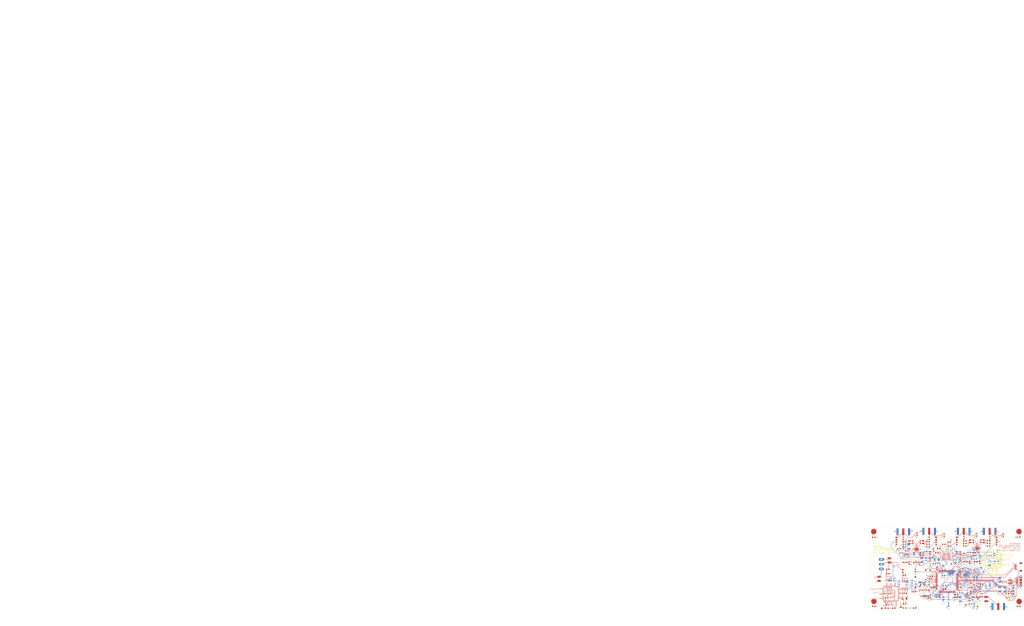
<source format=kicad_pcb>
(kicad_pcb (version 20241229) (generator "pcbnew") (generator_version "9.0")
  (title_block (title "NanoPulse") (date "2025-07-29") (rev "Rev 1") (company "N-Well Labs"))
  (layers (0 "F.Cu" signal) (4 "In1.Cu" power) (6 "In2.Cu" power) (2 "B.Cu" signal) (13 "F.Paste" user) (15 "B.Paste" user) (5 "F.SilkS" user "F.Silkscreen") (7 "B.SilkS" user "B.Silkscreen") (1 "F.Mask" user) (3 "B.Mask" user) (25 "Edge.Cuts" user))
  (net 0 "")
  (net 1 "+5.4V")
  (net 2 "GND")
  (net 3 "+3.3V")
  (net 4 "Net-(U1-BYP)")
  (net 5 "Net-(U2-BYP)")
  (net 6 "+6V")
  (net 7 "Net-(U2-*SHDN)")
  (net 8 "Net-(U3-EN{slash}UV)")
  (net 9 "Net-(U4-*SHDN)")
  (net 10 "-6V")
  (net 11 "Net-(U3-SET)")
  (net 12 "+1.8V")
  (net 13 "Net-(U4-BYP)")
  (net 14 "-5.4V")
  (net 15 "Net-(U6-EN{slash}UV)")
  (net 16 "Net-(U5-*SHDN)")
  (net 17 "Net-(U5-VOUT_S)")
  (net 18 "REF_5V")
  (net 19 "Net-(U6-SET)")
  (net 20 "+5V")
  (net 21 "Net-(U7-VREF+)")
  (net 22 "Net-(C26-Pad1)")
  (net 23 "Net-(C27-Pad1)")
  (net 24 "NRST")
  (net 25 "Net-(U11B-+IN2)")
  (net 26 "Net-(U11A-+VS)")
  (net 27 "Net-(U11A-+IN1)")
  (net 28 "Net-(U11A--VS)")
  (net 29 "/ADC Driver Stage - Final Buffer CH A/Filtered_IN+")
  (net 30 "/ADC Driver Stage - Final Buffer CH A/Filtered_IN-")
  (net 31 "Net-(U12B-+IN2)")
  (net 32 "Net-(U12A-+VS)")
  (net 33 "Net-(U12A-+IN1)")
  (net 34 "Net-(U12A--VS)")
  (net 35 "/ADC Driver Stage - Final Buffer CH B/Filtered_IN+")
  (net 36 "/ADC Driver Stage - Final Buffer CH B/Filtered_IN-")
  (net 37 "Net-(C59-Pad1)")
  (net 38 "Net-(C60-Pad1)")
  (net 39 "Net-(U13A-VOCM)")
  (net 40 "Net-(U13A-+FB)")
  (net 41 "Net-(U13A--IN1)")
  (net 42 "Net-(U13A-+IN1)")
  (net 43 "Net-(U13A--FB)")
  (net 44 "Net-(U13B-+VCLAMP)")
  (net 45 "Net-(U13B--VCLAMP)")
  (net 46 "Net-(C68-Pad1)")
  (net 47 "Net-(C69-Pad1)")
  (net 48 "Net-(U14A-VOCM)")
  (net 49 "Net-(U14A-+FB)")
  (net 50 "Net-(U14A--IN1)")
  (net 51 "Net-(U14A-+IN1)")
  (net 52 "Net-(U14A--FB)")
  (net 53 "Net-(U14B-+VCLAMP)")
  (net 54 "Net-(U14B--VCLAMP)")
  (net 55 "/ADC Driver Stage - Final Buffer CH A/External_IN+")
  (net 56 "/ADC Driver Stage - Final Buffer CH A/External_IN-")
  (net 57 "/ADC Driver Stage - Final Buffer CH B/External_IN+")
  (net 58 "/ADC Driver Stage - Final Buffer CH B/External_IN-")
  (net 59 "Net-(D5-A)")
  (net 60 "Net-(D6-A)")
  (net 61 "Net-(D8-K)")
  (net 62 "Net-(D9-A)")
  (net 63 "Net-(D11-A)")
  (net 64 "Net-(D12-A)")
  (net 65 "Net-(D13-Pad4)")
  (net 66 "Net-(D13-Pad3)")
  (net 67 "Net-(D13-Pad2)")
  (net 68 "Net-(U1-*SHDN)")
  (net 69 "Net-(H1-Pad1)")
  (net 70 "Net-(H2-Pad1)")
  (net 71 "Net-(H3-Pad1)")
  (net 72 "Net-(H4-Pad1)")
  (net 73 "/Trigger Circuit/Trigger_Signal")
  (net 74 "/MCU-FPGA/PA14")
  (net 75 "/MCU-FPGA/PA13")
  (net 76 "USB_ID")
  (net 77 "USB_D+")
  (net 78 "Net-(J8-VBUS)")
  (net 79 "USB_D-")
  (net 80 "{slash}RESET_MCU")
  (net 81 "/MCU-FPGA/PD1")
  (net 82 "Net-(U1-SENSE{slash}ADJ)")
  (net 83 "Net-(U2-SENSE{slash}ADJ)")
  (net 84 "Net-(U3-ILIM)")
  (net 85 "/MCU-FPGA/LED_B")
  (net 86 "/MCU-FPGA/LED_G")
  (net 87 "/MCU-FPGA/LED_R")
  (net 88 "Net-(U9-OUT)")
  (net 89 "/MCU-FPGA/PH0")
  (net 90 "USB_VBUS")
  (net 91 "/MCU-FPGA/BOOT")
  (net 92 "{slash}RESET")
  (net 93 "REF")
  (net 94 "Net-(U11A--IN1)")
  (net 95 "Net-(U11B--IN2)")
  (net 96 "Net-(U12A--IN1)")
  (net 97 "Net-(U12B--IN2)")
  (net 98 "Net-(U13A--OUT)")
  (net 99 "Net-(U13A-+OUT)")
  (net 100 "Net-(U14A--OUT)")
  (net 101 "Net-(U14A-+OUT)")
  (net 102 "SCK")
  (net 103 "MOSI")
  (net 104 "{slash}CS")
  (net 105 "Net-(R72-Pad1)")
  (net 106 "UART4_RX")
  (net 107 "UART4_TX")
  (net 108 "UART4_CTS")
  (net 109 "BUSY")
  (net 110 "CNV")
  (net 111 "Trig_Detect")
  (net 112 "Trig_Enable")
  (net 113 "Manual_Trigger")
  (net 117 "{slash}CS_MCU")
  (net 120 "MOSI_MCU")
  (net 143 "SCK_MCU")
  (net 150 "BUSY_MCU")
  (net 160 "MISO0_MCU")
  (net 171 "MISO0")
  (net 173 "CNV_3.3")
  (net 177 "Net-(U19-Pad4)")
  (net 203 "Net-(U15-A0)")
  (net 204 "Net-(U15-A1)")
  (net 205 "Net-(U15-A2)")
  (net 208 "Net-(U10B-REFIN)")
  (footprint "Diode_SMD:D_SOD-923" (layer "F.Cu") (at 136.525 63.5 90)
    (property "Reference" "D1")
    (property "Value" "ESD9B5.0ST5G" (hide yes))
  )
  (footprint "LED_SMD:LED_0603_1608Metric" (layer "F.Cu") (at 116.3575 117.368238 180)
    (property "Reference" "D9")
    (property "Value" "Green" (hide yes))
  )
  (footprint "Resistor_SMD:R_0603_1608Metric" (layer "F.Cu") (at 126.175 70.485 180)
    (property "Reference" "R49")
    (property "Value" "54.09" (hide yes))
  )
  (footprint "TestPoint:TestPoint_Pad_1.0x1.0mm" (layer "F.Cu") (at 165.735 106.68)
    (property "Reference" "TP17")
    (property "Value" "Trig_Detect" (hide yes))
  )
  (footprint "Capacitor_SMD:C_0603_1608Metric" (layer "F.Cu") (at 157.48 105.83 -90)
    (property "Reference" "C85")
    (property "Value" "0.1uF" (hide yes))
  )
  (footprint "Resistor_SMD:R_0603_1608Metric" (layer "F.Cu") (at 160.02 78.74 180)
    (property "Reference" "R66")
    (property "Value" "DNI" (hide yes))
  )
  (footprint "Capacitor_SMD:C_0603_1608Metric" (layer "F.Cu") (at 147.955 108.405 -90)
    (property "Reference" "C31")
    (property "Value" "0.1uF" (hide yes))
  )
  (footprint "Mounting_Wuerth:Mounting_Wuerth_WA-SMSI-M1.6_H3.5mm_ThreadDepth2mm_NoNPTH_97730356330" (layer "F.Cu") (at 86.36 112.395)
    (property "Reference" "H3")
    (property "Value" "NPTH_PAD" (hide yes))
  )
  (footprint "Diode_SMD:D_SOD-923" (layer "F.Cu") (at 160.655 63.715 90)
    (property "Reference" "D4")
    (property "Value" "ESD9B5.0ST5G" (hide yes))
  )
  (footprint "Resistor_SMD:R_0603_1608Metric" (layer "F.Cu") (at 137.605 70.485)
    (property "Reference" "R58")
    (property "Value" "10K" (hide yes))
  )
  (footprint "Resistor_SMD:R_0603_1608Metric" (layer "F.Cu") (at 108.585 72.39 180)
    (property "Reference" "R50")
    (property "Value" "1K" (hide yes))
  )
  (footprint "Capacitor_SMD:C_0603_1608Metric" (layer "F.Cu") (at 95.779845 109.906311)
    (property "Reference" "C5")
    (property "Value" "0.01uF 0603" (hide yes))
  )
  (footprint "Inductor_SMD:L_0603_1608Metric_Pad1.05x0.95mm_HandSolder" (layer "F.Cu") (at 116.6 83.82 180)
    (property "Reference" "FB13")
    (property "Value" "33R" (hide yes))
  )
  (footprint "Resistor_SMD:R_0603_1608Metric" (layer "F.Cu") (at 108.841576 117.368238)
    (property "Reference" "R19")
    (property "Value" "54.9R" (hide yes))
  )
  (footprint "Connector_Coaxial:SMA_Amphenol_132289_EdgeMount" (layer "F.Cu") (at 171.45 60.96 90)
    (property "Reference" "J3")
    (property "Value" "SMA_conn" (hide yes))
  )
  (footprint "Resistor_SMD:R_0603_1608Metric" (layer "F.Cu") (at 170.759999 71.755)
    (property "Reference" "R63")
    (property "Value" "1K" (hide yes))
  )
  (footprint "Majed-footprints:SO-8_S_LIT" (layer "F.Cu") (at 109.124476 100.462838 90)
    (property "Reference" "U4")
    (property "Value" "LT1763CS8-1.8-TRPBF" (hide yes))
  )
  (footprint "Inductor_SMD:L_0603_1608Metric_Pad1.05x0.95mm_HandSolder" (layer "F.Cu") (at 96.52 88.9)
    (property "Reference" "FB1")
    (property "Value" "33R" (hide yes))
  )
  (footprint "Capacitor_SMD:C_0805_2012Metric" (layer "F.Cu") (at 146.05 108.585 -90)
    (property "Reference" "C26")
    (property "Value" "4.7uF" (hide yes))
  )
  (footprint "Resistor_SMD:R_0603_1608Metric" (layer "F.Cu") (at 114.935 68.775 90)
    (property "Reference" "R52")
    (property "Value" "2K" (hide yes))
  )
  (footprint "Inductor_SMD:L_0603_1608Metric_Pad1.05x0.95mm_HandSolder" (layer "F.Cu") (at 161.184999 83.184999 180)
    (property "Reference" "FB15")
    (property "Value" "33R" (hide yes))
  )
  (footprint "Capacitor_SMD:C_0603_1608Metric" (layer "F.Cu") (at 116.065 105.41 180)
    (property "Reference" "C37")
    (property "Value" "0.1uF" (hide yes))
  )
  (footprint "Capacitor_SMD:C_1206_3216Metric" (layer "F.Cu") (at 96.124845 112.446311)
    (property "Reference" "C2")
    (property "Value" "47uF 25V 1206" (hide yes))
  )
  (footprint "Resistor_SMD:R_0603_1608Metric" (layer "F.Cu") (at 106.3 76.835)
    (property "Reference" "R46")
    (property "Value" "10K" (hide yes))
  )
  (footprint "Package_TO_SOT_SMD:SOT-353_SC-70-5" (layer "F.Cu") (at 160.97 100.27)
    (property "Reference" "U19")
    (property "Value" "74AHC1G08GW,125" (hide yes))
  )
  (footprint "Majed-footprints:ECS-1612MV-120-CN-TR" (layer "F.Cu") (at 123.19 99.645)
    (property "Reference" "U9")
    (property "Value" "ECS-1612MV-120-CN-TR" (hide yes))
  )
  (footprint "Capacitor_SMD:C_0805_2012Metric" (layer "F.Cu") (at 156.979998 68.26 -90)
    (property "Reference" "C71")
    (property "Value" "2700pF" (hide yes))
  )
  (footprint "TestPoint:TestPoint_Pad_1.0x1.0mm" (layer "F.Cu") (at 154.94 106.68)
    (property "Reference" "TP19")
    (property "Value" "Manual_Trigger" (hide yes))
  )
  (footprint "Connector_Coaxial:SMA_Amphenol_132289_EdgeMount" (layer "F.Cu") (at 152.4 60.96 90)
    (property "Reference" "J4")
    (property "Value" "SMA_conn" (hide yes))
  )
  (footprint "TestPoint:TestPoint_Pad_1.0x1.0mm" (layer "F.Cu") (at 127.605176 89.465317 90)
    (property "Reference" "TP8")
    (property "Value" "UART4_TX" (hide yes))
  )
  (footprint "Capacitor_SMD:C_0603_1608Metric" (layer "F.Cu") (at 149.86 76.835 90)
    (property "Reference" "C73")
    (property "Value" "1000pF" (hide yes))
  )
  (footprint "Capacitor_SMD:C_0603_1608Metric" (layer "F.Cu") (at 110.443156 75.259827 180)
    (property "Reference" "C61")
    (property "Value" "0.1uF" (hide yes))
  )
  (footprint "Resistor_SMD:R_0603_1608Metric" (layer "F.Cu") (at 164.91 109.145)
    (property "Reference" "R72")
    (property "Value" "500" (hide yes))
  )
  (footprint "Capacitor_SMD:C_0603_1608Metric" (layer "F.Cu") (at 127.635 82.055 -90)
    (property "Reference" "C64")
    (property "Value" "1000pF" (hide yes))
  )
  (footprint "Majed-footprints:LFCSP16_ADA4945-1ACPZ-R2_ADI-L" (layer "F.Cu") (at 117.590001 74.168 -90)
    (property "Reference" "U13")
    (property "Value" "ADA4945" (hide yes))
  )
  (footprint "Capacitor_SMD:C_0805_2012Metric" (layer "F.Cu") (at 122.555 68.9 90)
    (property "Reference" "C63")
    (property "Value" "2700pF" (hide yes))
  )
  (footprint "Resistor_SMD:R_0603_1608Metric" (layer "F.Cu") (at 141.794999 71.755)
    (property "Reference" "R60")
    (property "Value" "10K" (hide yes))
  )
  (footprint "Capacitor_SMD:C_0603_1608Metric" (layer "F.Cu") (at 134.682537 108.373058 -90)
    (property "Reference" "C30")
    (property "Value" "0.1uF" (hide yes))
  )
  (footprint "Capacitor_SMD:C_0603_1608Metric" (layer "F.Cu") (at 120.65 99.15 -90)
    (property "Reference" "C35")
    (property "Value" "0.1uF" (hide yes))
  )
  (footprint "Diode_SMD:D_SOD-923" (layer "F.Cu") (at 180.34 63.715 90)
    (property "Reference" "D3")
    (property "Value" "ESD9B5.0ST5G" (hide yes))
  )
  (footprint "Diode_SMD:D_SOD-923" (layer "F.Cu") (at 116.84 63.285 90)
    (property "Reference" "D2")
    (property "Value" "ESD9B5.0ST5G" (hide yes))
  )
  (footprint "Resistor_SMD:R_0603_1608Metric" (layer "F.Cu") (at 159.519999 68.14 90)
    (property "Reference" "R64")
    (property "Value" "2K" (hide yes))
  )
  (footprint "Resistor_SMD:R_0603_1608Metric" (layer "F.Cu") (at 164.984999 68.14 -90)
    (property "Reference" "R65")
    (property "Value" "2K" (hide yes))
  )
  (footprint "Capacitor_SMD:C_0603_1608Metric" (layer "F.Cu") (at 149.656332 90.658327 90)
    (property "Reference" "C32")
    (property "Value" "0.1uF" (hide yes))
  )
  (footprint "Capacitor_SMD:C_0805_2012Metric" (layer "F.Cu") (at 153.67 93.345)
    (property "Reference" "C27")
    (property "Value" "4.7uF" (hide yes))
  )
  (footprint "Resistor_SMD:R_0603_1608Metric" (layer "F.Cu") (at 152.534999 65.595 90)
    (property "Reference" "R57")
    (property "Value" "DNI" (hide yes))
  )
  (footprint "TestPoint:TestPoint_Pad_1.0x1.0mm" (layer "F.Cu") (at 146.076418 84.387514)
    (property "Reference" "TP11")
    (property "Value" "SCK" (hide yes))
  )
  (footprint "Connector_Coaxial:SMA_Amphenol_132289_EdgeMount" (layer "F.Cu") (at 107.95 61.3125 90)
    (property "Reference" "J2" (hide yes))
    (property "Value" "SMA_conn" (hide yes))
  )
  (footprint "Resistor_SMD:R_0603_1608Metric" (layer "F.Cu") (at 181.61 63.6125 -90)
    (property "Reference" "R7")
    (property "Value" "50" (hide yes))
  )
  (footprint "TestPoint:TestPoint_Pad_1.0x1.0mm" (layer "F.Cu") (at 150.495 102.235 90)
    (property "Reference" "TP9")
    (property "Value" "UART4_CTS" (hide yes))
  )
  (footprint "Capacitor_SMD:C_0603_1608Metric" (layer "F.Cu") (at 132.715 88.125 90)
    (property "Reference" "C33")
    (property "Value" "0.1uF" (hide yes))
  )
  (footprint "LED_SMD:LED_0603_1608Metric" (layer "F.Cu") (at 100.965 117.526311 180)
    (property "Reference" "D5")
    (property "Value" "Green" (hide yes))
  )
  (footprint "Majed-footprints:APHF1608SEEQBDZGKC_KNB-L" (layer "F.Cu") (at 185.42 109.83 180)
    (property "Reference" "D13")
    (property "Value" "LED_RGB" (hide yes))
  )
  (footprint "TestPoint:TestPoint_Pad_1.0x1.0mm" (layer "F.Cu") (at 124.430176 89.465317 90)
    (property "Reference" "TP7")
    (property "Value" "UART4_RX" (hide yes))
  )
  (footprint "Resistor_SMD:R_0603_1608Metric" (layer "F.Cu") (at 118.11 62.88 -90)
    (property "Reference" "R2")
    (property "Value" "50" (hide yes))
  )
  (footprint "Resistor_SMD:R_0603_1608Metric" (layer "F.Cu") (at 160.02 76.835 180)
    (property "Reference" "R67")
    (property "Value" "DNI" (hide yes))
  )
  (footprint "Mounting_Wuerth:Mounting_Wuerth_WA-SMSI-M1.6_H3.5mm_ThreadDepth2mm_NoNPTH_97730356330" (layer "F.Cu") (at 86.217183 61.102817)
    (property "Reference" "H2")
    (property "Value" "NPTH_PAD" (hide yes))
  )
  (footprint "Resistor_SMD:R_0603_1608Metric" (layer "F.Cu") (at 170.759999 69.85 180)
    (property "Reference" "R61")
    (property "Value" "54.09" (hide yes))
  )
  (footprint "Connector_Phoenix_MC:PhoenixContact_MC_1,5_3-G-3.5_1x03_P3.50mm_Horizontal" (layer "F.Cu") (at 91.8325 81.645 -90)
    (property "Reference" "J6")
    (property "Value" "Conn_01x03_Pin" (hide yes))
  )
  (footprint "Resistor_SMD:R_0603_1608Metric" (layer "F.Cu") (at 193.04 116.205)
    (property "Reference" "R6")
    (property "Value" "DNI" (hide yes))
  )
  (footprint "Resistor_SMD:R_0603_1608Metric" (layer "F.Cu") (at 121.095 104.14)
    (property "Reference" "R26")
    (property "Value" "10K" (hide yes))
  )
  (footprint "Package_TO_SOT_SMD:SOT-23" (layer "F.Cu") (at 156.5425 89.535)
    (property "Reference" "Q1")
    (property "Value" "2N7002K" (hide yes))
  )
  (footprint "Button_Switch_SMD:SW_Tactile_SPST_NO_Straight_CK_PTS636Sx25SMTRLFS" (layer "F.Cu") (at 116.84 98.425 -90)
    (property "Reference" "SW1")
    (property "Value" "Push - BOOT" (hide yes))
  )
  (footprint "TestPoint:TestPoint_Pad_1.0x1.0mm" (layer "F.Cu") (at 92.109845 117.526311 -90)
    (property "Reference" "TP1")
    (property "Value" "+5.4V" (hide yes))
  )
  (footprint "Resistor_SMD:R_1210_3225Metric_Pad1.30x2.65mm_HandSolder" (layer "F.Cu") (at 168.91 110.77 -90)
    (property "Reference" "R71")
    (property "Value" "50 (1210)" (hide yes))
  )
  (footprint "Connector_Coaxial:SMA_Amphenol_132289_EdgeMount" (layer "F.Cu") (at 177.8 116.205 -90)
    (property "Reference" "J5")
    (property "Value" "SMA_conn")
  )
  (footprint "Connector_Coaxial:SMA_Amphenol_132289_EdgeMount" (layer "F.Cu") (at 127 60.96 90)
    (property "Reference" "J1")
    (property "Value" "SMA_conn" (hide yes))
  )
  (footprint "Resistor_SMD:R_0603_1608Metric" (layer "F.Cu") (at 93.569845 106.731311)
    (property "Reference" "R11")
    (property "Value" "47.5K" (hide yes))
  )
  (footprint "Resistor_SMD:R_0603_1608Metric" (layer "F.Cu") (at 183.515 105.83 -90)
    (property "Reference" "R23")
    (property "Value" "400" (hide yes))
  )
  (footprint "Capacitor_SMD:C_0603_1608Metric" (layer "F.Cu") (at 119.535 84.315 -90)
    (property "Reference" "C67")
    (property "Value" "1uF" (hide yes))
  )
  (footprint "Capacitor_SMD:C_0603_1608Metric" (layer "F.Cu") (at 125.68 104.14)
    (property "Reference" "C36")
    (property "Value" "0.1uF" (hide yes))
  )
  (footprint "TestPoint:TestPoint_Pad_1.0x1.0mm" (layer "F.Cu") (at 106.045 116.84)
    (property "Reference" "TP4")
    (property "Value" "1,,8V" (hide yes))
  )
  (footprint "Resistor_SMD:R_0603_1608Metric" (layer "F.Cu") (at 121.73 78.74)
    (property "Reference" "R55")
    (property "Value" "DNI" (hide yes))
  )
  (footprint "Resistor_SMD:R_0603_1608Metric" (layer "F.Cu") (at 153.169999 71.755 180)
    (property "Reference" "R62")
    (property "Value" "1K" (hide yes))
  )
  (footprint "Capacitor_SMD:C_0603_1608Metric" (layer "F.Cu") (at 126.225 68.58 180)
    (property "Reference" "C60")
    (property "Value" "0.01uF 0603" (hide yes))
  )
  (footprint "Capacitor_SMD:C_0603_1608Metric" (layer "F.Cu") (at 132.677958 76.695731 180)
    (property "Reference" "C40")
    (property "Value" "0.1uF" (hide yes))
  )
  (footprint "Resistor_SMD:R_0603_1608Metric" (layer "F.Cu") (at 126.175 72.39)
    (property "Reference" "R51")
    (property "Value" "1K" (hide yes))
  )
  (footprint "TestPoint:TestPoint_Pad_1.0x1.0mm" (layer "F.Cu") (at 152.638719 77.326806)
    (property "Reference" "TP15")
    (property "Value" "/CS" (hide yes))
  )
  (footprint "Resistor_SMD:R_0603_1608Metric" (layer "F.Cu") (at 86.17 116.205 180)
    (property "Reference" "R5")
    (property "Value" "DNI" (hide yes))
  )
  (footprint "Inductor_SMD:L_0603_1608Metric_Pad1.05x0.95mm_HandSolder" (layer "F.Cu") (at 109.22 83.82 180)
    (property "Reference" "FB12")
    (property "Value" "33R" (hide yes))
  )
  (footprint "TestPoint:TestPoint_Pad_1.0x1.0mm" (layer "F.Cu") (at 157.754412 98.94344)
    (property "Reference" "TP18")
    (property "Value" "Trig_Enable" (hide yes))
  )
  (footprint "TestPoint:TestPoint_Pad_1.0x1.0mm" (layer "F.Cu") (at 162.56 116.205 90)
    (property "Reference" "TP10")
    (property "Value" "GND" (hide yes))
  )
  (footprint "Capacitor_SMD:C_0603_1608Metric" (layer "F.Cu") (at 96.059845 114.986311)
    (property "Reference" "C1")
    (property "Value" "1uF" (hide yes))
  )
  (footprint "Resistor_SMD:R_0603_1608Metric" (layer "F.Cu") (at 153.169999 69.85)
    (property "Reference" "R59")
    (property "Value" "54.09" (hide yes))
  )
  (footprint "Majed-footprints:SPARKFUN_PRT-14417" (layer "F.Cu") (at 192.95 87.13 90)
    (property "Reference" "J7")
    (property "Value" "STM32 PROGRAMER" (hide yes))
  )
  (footprint "Resistor_SMD:R_0805_2012Metric" (layer "F.Cu") (at 132.08 66.3175 -90)
    (property "Reference" "R36")
    (property "Value" "10" (hide yes))
  )
  (footprint "Resistor_SMD:R_0603_1608Metric" (layer "F.Cu") (at 107.95 66.04 90)
    (property "Reference" "R45")
    (property "Value" "DNI" (hide yes))
  )
  (footprint "Capacitor_SMD:C_0603_1608Metric" (layer "F.Cu") (at 112.155 84.315 -90)
    (property "Reference" "C66")
    (property "Value" "1uF" (hide yes))
  )
  (footprint "Capacitor_SMD:C_1206_3216Metric" (layer "F.Cu") (at 108.826576 110.383238)
    (property "Reference" "C16")
    (property "Value" "47uF 25V 1206" (hide yes))
  )
  (footprint "Capacitor_SMD:C_0603_1608Metric" (layer "F.Cu") (at 147.32 69.71 -90)
    (property "Reference" "C51")
    (property "Value" "0.01uF 0603" (hide yes))
  )
  (footprint "Majed-footprints:Logo_Majed_small" (layer "F.Cu") (at 177.165 81.915)
    (property "Reference" "Logo1" (hide yes))
    (property "Value" "Majed's Logo" (hide yes))
  )
  (footprint "Resistor_SMD:R_0603_1608Metric" (layer "F.Cu") (at 189.23 101.6 -90)
    (property "Reference" "R31")
    (property "Value" "10K" (hide yes))
  )
  (footprint "Capacitor_SMD:C_0603_1608Metric" (layer "F.Cu") (at 129.4 102.235 180)
    (property "Reference" "C34")
    (property "Value" "0.1uF" (hide yes))
  )
  (footprint "Inductor_SMD:L_0603_1608Metric_Pad1.05x0.95mm_HandSolder" (layer "F.Cu") (at 123.19 108.585)
    (property "Reference" "FB7")
    (property "Value" "33R" (hide yes))
  )
  (footprint "Resistor_SMD:R_0603_1608Metric" (layer "F.Cu") (at 160.05 90.295 90)
    (property "Reference" "R30")
    (property "Value" "10K" (hide yes))
  )
  (footprint "Resistor_SMD:R_0603_1608Metric" (layer "F.Cu") (at 192.850743 65.211384)
    (property "Reference" "R3")
    (property "Value" "DNI" (hide yes))
  )
  (footprint "Capacitor_SMD:C_0805_2012Metric" (layer "F.Cu") (at 112.395 68.895 -90)
    (property "Reference" "C62")
    (property "Value" "2700pF" (hide yes))
  )
  (footprint "Capacitor_SMD:C_0603_1608Metric" (layer "F.Cu") (at 108.585 68.58)
    (property "Reference" "C59")
    (property "Value" "0.01uF 0603" (hide yes))
  )
  (footprint "Resistor_SMD:R_0603_1608Metric" (layer "F.Cu") (at 121.73 76.835)
    (property "Reference" "R54")
    (property "Value" "DNI" (hide yes))
  )
  (footprint "Capacitor_SMD:C_0603_1608Metric" (layer "F.Cu") (at 170.809999 67.945 180)
    (property "Reference" "C69")
    (property "Value" "0.01uF 0603" (hide yes))
  )
  (footprint "Resistor_SMD:R_0603_1608Metric" (layer "F.Cu") (at 130.24215 74.626973 -90)
    (property "Reference" "R33")
    (property "Value" "100K" (hide yes))
  )
  (footprint "Resistor_SMD:R_0603_1608Metric" (layer "F.Cu") (at 161.925 63.5 -90)
    (property "Reference" "R8")
    (property "Value" "50" (hide yes))
  )
  (footprint "Capacitor_SMD:C_0603_1608Metric" (layer "F.Cu") (at 128.13 95.885 180)
    (property "Reference" "C29")
    (property "Value" "0.1uF" (hide yes))
  )
  (footprint "Capacitor_SMD:C_0603_1608Metric" (layer "F.Cu") (at 164.119999 83.679999 -90)
    (property "Reference" "C76")
    (property "Value" "1uF" (hide yes))
  )
  (footprint "Resistor_SMD:R_0603_1608Metric" (layer "F.Cu") (at 171.584999 65.595 90)
    (property "Reference" "R56")
    (property "Value" "DNI" (hide yes))
  )
  (footprint "Capacitor_SMD:C_0603_1608Metric" (layer "F.Cu") (at 153.169999 67.945)
    (property "Reference" "C68")
    (property "Value" "0.01uF 0603" (hide yes))
  )
  (footprint "Majed-footprints:SO-8_S_LIT-L" (layer "F.Cu") (at 97.189845 99.746311 90)
    (property "Reference" "U1")
    (property "Value" "LT1763CS8#PBF" (hide yes))
  )
  (footprint "Resistor_SMD:R_0603_1608Metric" (layer "F.Cu") (at 151.795 89.405 -90)
    (property "Reference" "R32")
    (property "Value" "10K" (hide yes))
  )
  (footprint "Mounting_Wuerth:Mounting_Wuerth_WA-SMSI-M1.6_H3.5mm_ThreadDepth2mm_NoNPTH_97730356330" (layer "F.Cu") (at 193.182817 112.537817)
    (property "Reference" "H4")
    (property "Value" "NPTH_PAD" (hide yes))
  )
  (footprint "Resistor_SMD:R_0603_1608Metric" (layer "F.Cu") (at 116.84 89.725 90)
    (property "Reference" "R29")
    (property "Value" "10K" (hide yes))
  )
  (footprint "Capacitor_SMD:C_0603_1608Metric" (layer "F.Cu") (at 132.08 69.684827 -90)
    (property "Reference" "C45")
    (property "Value" "0.01uF 0603" (hide yes))
  )
  (footprint "Resistor_SMD:R_0603_1608Metric" (layer "F.Cu") (at 86.17 65.405 180)
    (property "Reference" "R4")
    (property "Value" "DNI" (hide yes))
  )
  (footprint "Package_TO_SOT_SMD:SOT-23-6" (layer "F.Cu") (at 186.69 98.075 -90)
    (property "Reference" "U8")
    (property "Value" "ESDA6V1BC6" (hide yes))
  )
  (footprint "Capacitor_SMD:C_0603_1608Metric" (layer "F.Cu") (at 133.845 73.66 180)
    (property "Reference" "C38")
    (property "Value" "0.1uF" (hide yes))
  )
  (footprint "Capacitor_SMD:C_0603_1608Metric" (layer "F.Cu") (at 176.53 69.71 -90)
    (property "Reference" "C53")
    (property "Value" "0.01uF 0603" (hide yes))
  )
  (footprint "Capacitor_SMD:C_0603_1608Metric" (layer "F.Cu") (at 126.365 109.36 -90)
    (property "Reference" "C25")
    (property "Value" "0.1uF" (hide yes))
  )
  (footprint "Connector_USB:USB_Micro-B_Molex-105017-0001" (layer "F.Cu") (at 193.0725 97.71 90)
    (property "Reference" "J8")
    (property "Value" "USB_B_Micro" (hide yes))
  )
  (footprint "Capacitor_SMD:C_0603_1608Metric" (layer "F.Cu") (at 96.52 92.075)
    (property "Reference" "C7")
    (property "Value" "1uF" (hide yes))
  )
  (footprint "Capacitor_SMD:C_0603_1608Metric" (layer "F.Cu") (at 128.596908 94.202384 180)
    (property "Reference" "C28")
    (property "Value" "0.1uF" (hide yes))
  )
  (footprint "Resistor_SMD:R_0603_1608Metric" (layer "F.Cu") (at 108.585 70.485)
    (property "Reference" "R47")
    (property "Value" "54.09" (hide yes))
  )
  (footprint "Package_QFP:LQFP-100_14x14mm_P0.5mm" (layer "F.Cu") (at 140.105 97.845)
    (property "Reference" "U7")
    (property "Value" "STM32H730VBT6" (hide yes))
  )
  (footprint "Resistor_SMD:R_0603_1608Metric" (layer "F.Cu") (at 127 66.04 90)
    (property "Reference" "R44")
    (property "Value" "DNI" (hide yes))
  )
  (footprint "Resistor_SMD:R_0603_1608Metric" (layer "F.Cu") (at 98.014845 106.731311)
    (property "Reference" "R12")
    (property "Value" "10K" (hide yes))
  )
  (footprint "Resistor_SMD:R_0603_1608Metric" (layer "F.Cu") (at 189.23 106.14 -90)
    (property "Reference" "R28")
    (property "Value" "20K" (hide yes))
  )
  (footprint "Capacitor_SMD:C_0603_1608Metric" (layer "F.Cu") (at 108.611576 93.345)
    (property "Reference" "C10")
    (property "Value" "1uF" (hide yes))
  )
  (footprint "Inductor_SMD:L_0603_1608Metric_Pad1.05x0.95mm_HandSolder" (layer "F.Cu") (at 153.804999 83.185 180)
    (property "Reference" "FB14")
    (property "Value" "33R" (hide yes))
  )
  (footprint "Resistor_SMD:R_0603_1608Metric" (layer "F.Cu") (at 187.325 105.83 -90)
    (property "Reference" "R25")
    (property "Value" "825" (hide yes))
  )
  (footprint "Capacitor_SMD:C_0603_1608Metric" (layer "F.Cu") (at 149.86 82.055 -90)
    (property "Reference" "C74")
    (property "Value" "1000pF" (hide yes))
  )
  (footprint "Capacitor_SMD:C_0603_1608Metric" (layer "F.Cu") (at 102.87 69.67 -90)
    (property "Reference" "C43")
    (property "Value" "0.01uF 0603" (hide yes))
  )
  (footprint "Capacitor_Tantalum_SMD:CP_EIA-3528-21_Kemet-B" (layer "F.Cu") (at 97.669546 82.30771 90)
    (property "Reference" "C13")
    (property "Value" "100uF" (hide yes))
  )
  (footprint "Capacitor_SMD:C_0603_1608Metric" (layer "F.Cu") (at 165.450055 100.033732)
    (property "Reference" "C84")
    (property "Value" "0.1uF" (hide yes))
  )
  (footprint "Capacitor_SMD:C_0603_1608Metric" (layer "F.Cu") (at 109.36 106.573238 180)
    (property "Reference" "C14" (hide yes))
    (property "Value" "0.01uF 0603" (hide yes))
  )
  (footprint "Resistor_SMD:R_0603_1608Metric" (layer "F.Cu") (at 124.46 97.155 -90)
    (property "Reference" "R27")
    (property "Value" "100" (hide yes))
  )
  (footprint "Resistor_SMD:R_0805_2012Metric" (layer "F.Cu") (at 147.32 66.3175 90)
    (property "Reference" "R41")
    (property "Value" "10" (hide yes))
  )
  (footprint "Capacitor_SMD:C_0603_1608Metric" (layer "F.Cu") (at 156.739999 83.68 -90)
    (property "Reference" "C75")
    (property "Value" "1uF" (hide yes))
  )
  (footprint "Mounting_Wuerth:Mounting_Wuerth_WA-SMSI-M1.6_H3.5mm_ThreadDepth2mm_NoNPTH_97730356330" (layer "F.Cu") (at 193.04 61.102817)
    (property "Reference" "H1")
    (property "Value" "NPTH_PAD" (hide yes))
  )
  (footprint "Capacitor_SMD:C_0805_2012Metric" (layer "F.Cu") (at 167.139999 68.265 90)
    (property "Reference" "C72")
    (property "Value" "2700pF" (hide yes))
  )
  (footprint "Resistor_SMD:R_0603_1608Metric" (layer "F.Cu") (at 95.919845 117.526311)
    (property "Reference" "R9")
    (property "Value" "330R" (hide yes))
  )
  (footprint "Capacitor_SMD:C_0603_1608Metric" (layer "F.Cu") (at 108.891576 114.193238)
    (property "Reference" "C17")
    (property "Value" "1uF" (hide yes))
  )
  (footprint "Majed-footprints:LFCSP16_ADA4945-1ACPZ-R2_ADI-L" (layer "F.Cu") (at 162.175 73.532999 -90)
    (property "Reference" "U14")
    (property "Value" "ADA4945" (hide yes))
  )
  (footprint "Package_TO_SOT_SMD:SOT-353_SC-70-5" (layer "F.Cu") (at 160.975 104.7 180)
    (property "Reference" "U20")
    (property "Value" "74AHC1G32GW,125" (hide yes))
  )
  (footprint "Capacitor_SMD:C_0603_1608Metric" (layer "F.Cu") (at 156.845 110.985 -90)
    (property "Reference" "C83")
    (property "Value" "0.1uF" (hide yes))
  )
  (footprint "Capacitor_Tantalum_SMD:CP_EIA-3528-21_Kemet-B" (layer "F.Cu") (at 90.17 95.885 -90)
    (property "Reference" "C11")
    (property "Value" "100uF" (hide yes))
  )
  (footprint "Resistor_SMD:R_0603_1608Metric" (layer "F.Cu") (at 110.49 78.105)
    (property "Reference" "R48")
    (property "Value" "10K" (hide yes))
  )
  (footprint "Inductor_SMD:L_0603_1608Metric_Pad1.05x0.95mm_HandSolder" (layer "F.Cu") (at 107.481576 90.17 -90)
    (property "Reference" "FB3")
    (property "Value" "33R" (hide yes))
  )
  (footprint "Capacitor_SMD:C_0603_1608Metric" (layer "F.Cu") (at 141.748155 68.909827 180)
    (property "Reference" "C70")
    (property "Value" "0.1uF" (hide yes))
  )
  (footprint "Resistor_SMD:R_0603_1608Metric" (layer "F.Cu") (at 120.4 68.775 -90)
    (property "Reference" "R53")
    (property "Value" "2K" (hide yes))
  )
  (footprint "Resistor_SMD:R_0603_1608Metric" (layer "F.Cu") (at 185.42 105.83 -90)
    (property "Reference" "R24")
    (property "Value" "400" (hide yes))
  )
  (footprint "Package_TO_SOT_SMD:SOT-363_SC-70-6" (layer "F.Cu") (at 160.97 109.13 180)
    (property "Reference" "U18")
    (property "Value" "74LVC2G17GW,125" (hide yes))
  )
  (footprint "Majed-footprints:05-08-1797_ADI-L" (layer "F.Cu") (at 139.7 78.74 90)
    (property "Reference" "U10")
    (property "Value" "AD4630-24" (hide yes))
  )
  (footprint "Resistor_SMD:R_0805_2012Metric" (layer "F.Cu") (at 176.53 66.3175 -90)
    (property "Reference" "R40")
    (property "Value" "10" (hide yes))
  )
  (footprint "Resistor_SMD:R_0603_1608Metric" (layer "F.Cu") (at 137.975 63.65 -90)
    (property "Reference" "R1")
    (property "Value" "50" (hide yes))
  )
  (footprint "Resistor_SMD:R_0805_2012Metric" (layer "F.Cu") (at 102.87 66.3175 90)
    (property "Reference" "R37")
    (property "Value" "10" (hide yes))
  )
  (footprint "Capacitor_SMD:C_0603_1608Metric" (layer "F.Cu") (at 127.635 76.835 90)
    (property "Reference" "C65")
    (property "Value" "1000pF" (hide yes))
  )
  (footprint "Capacitor_SMD:C_0603_1608Metric" (layer "F.Cu") (at 147.32 76.695 90)
    (property "Reference" "C39")
    (property "Value" "0.1uF" (hide yes))
  )
  (footprint "Resistor_SMD:R_0603_1608Metric" (layer "B.Cu") (at 127 99.25 90)
    (property "Reference" "R10")
    (property "Value" "140R" (hide yes))
  )
  (footprint "Resistor_SMD:R_0603_1608Metric" (layer "B.Cu") (at 157.419167 114.443009)
    (property "Reference" "R18")
    (property "Value" "330R" (hide yes))
  )
  (footprint "Majed-footprints:MSOP-8_MS_LIT-L" (layer "B.Cu") (at 173.736 100.655001)
    (property "Reference" "U5")
    (property "Value" "LTC6655LNBHMS8-5#PBF" (hide yes))
  )
  (footprint "Resistor_SMD:R_0603_1608Metric" (layer "B.Cu") (at 124.47655 75.860001 180)
    (property "Reference" "R38")
    (property "Value" "33" (hide yes))
  )
  (footprint "Resistor_SMD:R_0603_1608Metric" (layer "B.Cu") (at 114.3 101.877432 -90)
    (property "Reference" "R14")
    (property "Value" "10K" (hide yes))
  )
  (footprint "Resistor_SMD:R_0603_1608Metric" (layer "B.Cu") (at 145.06 82.768177 -90)
    (property "Reference" "R68")
    (property "Value" "33" (hide yes))
  )
  (footprint "Capacitor_SMD:C_0805_2012Metric" (layer "B.Cu") (at 137.4394 110.270002 90)
    (property "Reference" "C23")
    (property "Value" "4.7uF" (hide yes))
  )
  (footprint "Inductor_SMD:L_0603_1608Metric_Pad1.05x0.95mm_HandSolder" (layer "B.Cu") (at 156.45 76.405)
    (property "Reference" "FB11")
    (property "Value" "33R" (hide yes))
  )
  (footprint "Capacitor_SMD:C_0603_1608Metric" (layer "B.Cu") (at 137.44 89.535 180)
    (property "Reference" "C81")
    (property "Value" "0.1uF" (hide yes))
  )
  (footprint "Capacitor_SMD:C_0603_1608Metric" (layer "B.Cu") (at 158.115 80.505 90)
    (property "Reference" "C57")
    (property "Value" "1000pF" (hide yes))
  )
  (footprint "Capacitor_SMD:C_1206_3216Metric" (layer "B.Cu") (at 120.201736 99.9 -90)
    (property "Reference" "C4")
    (property "Value" "47uF 25V 1206" (hide yes))
  )
  (footprint "Majed-footprints:MLP24_4P5X3P5_ONS" (layer "B.Cu") (at 143.155 91.44 -90)
    (property "Reference" "U17")
    (property "Value" "FXLH42245MPX" (hide yes))
  )
  (footprint "Capacitor_SMD:C_0603_1608Metric" (layer "B.Cu") (at 160.02 95.25 -90)
    (property "Reference" "C78")
    (property "Value" "0.1uF" (hide yes))
  )
  (footprint "Capacitor_SMD:C_0603_1608Metric" (layer "B.Cu") (at 123.19 99.695 -90)
    (property "Reference" "C3")
    (property "Value" "1uF" (hide yes))
  )
  (footprint "Capacitor_SMD:C_1206_3216Metric" (layer "B.Cu") (at 182.6781 103.647601 -90)
    (property "Reference" "C24")
    (property "Value" "47uF 1206" (hide yes))
  )
  (footprint "Capacitor_SMD:C_0603_1608Metric" (layer "B.Cu") (at 108.15655 72.955001 90)
    (property "Reference" "C44")
    (property "Value" "0.01uF 0603" (hide yes))
  )
  (footprint "Resistor_SMD:R_0603_1608Metric" (layer "B.Cu") (at 162.689167 109.998009 -90)
    (property "Reference" "R17")
    (property "Value" "3.3K" (hide yes))
  )
  (footprint "Capacitor_SMD:C_0805_2012Metric" (layer "B.Cu") (at 160.784167 104.603009 -90)
    (property "Reference" "C12")
    (property "Value" "4.7uF" (hide yes))
  )
  (footprint "Capacitor_SMD:C_1206_3216Metric" (layer "B.Cu") (at 111.96655 72.255001 90)
    (property "Reference" "C47")
    (property "Value" "10uF 25V 1206" (hide yes))
  )
  (footprint "Majed-footprints:RM_8_ADI" (layer "B.Cu") (at 166.37 79.375)
    (property "Reference" "U12")
    (property "Value" "ADA4896-2ARMZ" (hide yes))
  )
  (footprint "Resistor_SMD:R_0603_1608Metric" (layer "B.Cu") (at 148.87 82.765 -90)
    (property "Reference" "R70")
    (property "Value" "33" (hide yes))
  )
  (footprint "Inductor_SMD:L_0603_1608Metric_Pad1.05x0.95mm_HandSolder" (layer "B.Cu") (at 97.79 97.155 180)
    (property "Reference" "FB2")
    (property "Value" "33R" (hide yes))
  )
  (footprint "Capacitor_SMD:C_1206_3216Metric" (layer "B.Cu") (at 178.8681 96.662601 -90)
    (property "Reference" "C20")
    (property "Value" "10uF 1206" (hide yes))
  )
  (footprint "Capacitor_SMD:C_0603_1608Metric" (layer "B.Cu") (at 117.216736 100.547568 -90)
    (property "Reference" "C6")
    (property "Value" "0.01uF 0603" (hide yes))
  )
  (footprint "Capacitor_SMD:C_0603_1608Metric" (layer "B.Cu") (at 149.365 92.71 180)
    (property "Reference" "C80")
    (property "Value" "0.1uF" (hide yes))
  )
  (footprint "Resistor_SMD:R_0603_1608Metric" (layer "B.Cu") (at 164.594167 104.473009 -90)
    (property "Reference" "R16")
    (property "Value" "54.2K" (hide yes))
  )
  (footprint "Capacitor_SMD:C_0603_1608Metric" (layer "B.Cu") (at 149.365 90.805 180)
    (property "Reference" "C77")
    (property "Value" "0.1uF" (hide yes))
  )
  (footprint "Capacitor_SMD:C_0805_2012Metric" (layer "B.Cu") (at 138.115 103.505 180)
    (property "Reference" "C22")
    (property "Value" "0.47uF" (hide yes))
  )
  (footprint "Inductor_SMD:L_0603_1608Metric_Pad1.05x0.95mm_HandSolder" (layer "B.Cu") (at 124.1044 108.325002 180)
    (property "Reference" "FB5")
    (property "Value" "33R" (hide yes))
  )
  (footprint "Capacitor_SMD:C_0603_1608Metric" (layer "B.Cu") (at 175.260001 83.755 -90)
    (property "Reference" "C52")
    (property "Value" "0.01uF 0603" (hide yes))
  )
  (footprint "Diode_SMD:D_SOD-923" (layer "B.Cu") (at 127.186736 103.227568 -90)
    (property "Reference" "D7")
    (property "Value" "ESD9B3.3ST5G" (hide yes))
  )
  (footprint "Majed-footprints:SO-8_S_LIT-L" (layer "B.Cu") (at 107.642736 99.352868 180)
    (property "Reference" "U2")
    (property "Value" "LT1763CS8#PBF" (hide yes))
  )
  (footprint "Resistor_SMD:R_0603_1608Metric" (layer "B.Cu") (at 146.965 82.768177 -90)
    (property "Reference" "R69")
    (property "Value" "33" (hide yes))
  )
  (footprint "Resistor_SMD:R_0603_1608Metric" (layer "B.Cu") (at 150.329169 106.293007 180)
    (property "Reference" "R15")
    (property "Value" "10K" (hide yes))
  )
  (footprint "Inductor_SMD:L_0603_1608Metric_Pad1.05x0.95mm_HandSolder" (layer "B.Cu") (at 104.74155 73.730001)
    (property "Reference" "FB8")
    (property "Value" "33R" (hide yes))
  )
  (footprint "Capacitor_SMD:C_0603_1608Metric" (layer "B.Cu") (at 133.985 84.455)
    (property "Reference" "C42")
    (property "Value" "0.1uF" (hide yes))
  )
  (footprint "Majed-footprints:05-08-1725_ADI" (layer "B.Cu") (at 154.506969 108.238007)
    (property "Reference" "U3")
    (property "Value" "LT3093IDD-PBF" (hide yes))
  )
  (footprint "Capacitor_SMD:C_0603_1608Metric" (layer "B.Cu") (at 124.66655 81.435001 -90)
    (property "Reference" "C46")
    (property "Value" "0.01uF 0603" (hide yes))
  )
  (footprint "Capacitor_SMD:C_1206_3216Metric" (layer "B.Cu") (at 171.45 84.455 -90)
    (property "Reference" "C55")
    (property "Value" "10uF 25V 1206" (hide yes))
  )
  (footprint "Resistor_SMD:R_0603_1608Metric" (layer "B.Cu") (at 160.845 81.28)
    (property "Reference" "R42")
    (property "Value" "33" (hide yes))
  )
  (footprint "Resistor_SMD:R_0603_1608Metric" (layer "B.Cu") (at 188.3931 103.632601 -90)
    (property "Reference" "R22")
    (property "Value" "330R" (hide yes))
  )
  (footprint "Inductor_SMD:L_0603_1608Metric_Pad1.05x0.95mm_HandSolder" (layer "B.Cu") (at 128.23655 80.660001 180)
    (property "Reference" "FB9")
    (property "Value" "33R" (hide yes))
  )
  (footprint "LED_SMD:LED_0603_1608Metric" (layer "B.Cu") (at 141.2494 115.030002 90)
    (property "Reference" "D11")
    (property "Value" "Green" (hide yes))
  )
  (footprint "LED_SMD:LED_0603_1608Metric" (layer "B.Cu") (at 160.149167 115.230509 -90)
    (property "Reference" "D8")
    (property "Value" "Green" (hide yes))
  )
  (footprint "Resistor_SMD:R_0603_1608Metric" (layer "B.Cu") (at 127.887004 85.487257 -90)
    (property "Reference" "R35")
    (property "Value" "DNI" (hide yes))
  )
  (footprint "TestPoint:TestPoint_Pad_1.0x1.0mm" (layer "B.Cu") (at 187.7581 98.997601)
    (property "Reference" "TP6")
    (property "Value" "5V" (hide yes))
  )
  (footprint "Resistor_SMD:R_0603_1608Metric" (layer "B.Cu") (at 141.2494 110.140002 -90)
    (property "Reference" "R21")
    (property "Value" "330R" (hide yes))
  )
  (footprint "Majed-footprints:DFN-10_DD_LIT" (layer "B.Cu") (at 132.5372 108.315001)
    (property "Reference" "U6")
    (property "Value" "LT3042IDD-PBF" (hide yes))
  )
  (footprint "Diode_SMD:D_SOD-923" (layer "B.Cu") (at 185.8531 103.442601 -90)
    (property "Reference" "D10")
    (property "Value" "ESD9B5.0ST5G" (hide yes))
  )
  (footprint "Resistor_SMD:R_0603_1608Metric" (layer "B.Cu") (at 114.486736 97.98 -90)
    (property "Reference" "R13")
    (property "Value" "16.9K" (hide yes))
  )
  (footprint "Inductor_SMD:L_0603_1608Metric_Pad1.05x0.95mm_HandSolder" (layer "B.Cu") (at 178.675001 82.98 180)
    (property "Reference" "FB10")
    (property "Value" "33R" (hide yes))
  )
  (footprint "Majed-footprints:RM_8_ADI" (layer "B.Cu") (at 118.11 77.47 180)
    (property "Reference" "U11")
    (property "Value" "ADA4896-2ARMZ" (hide yes))
  )
  (footprint "Capacitor_SMD:C_0805_2012Metric" (layer "B.Cu") (at 158.879167 110.318009 -90)
    (property "Reference" "C15")
    (property "Value" "4.7uF" (hide yes))
  )
  (footprint "Capacitor_SMD:C_0603_1608Metric" (layer "B.Cu") (at 160.02 75.63 90)
    (property "Reference" "C54")
    (property "Value" "0.01uF 0603" (hide yes))
  )
  (footprint "Capacitor_SMD:C_1206_3216Metric" (layer "B.Cu") (at 149.884169 110.943007 -90)
    (property "Reference" "C9")
    (property "Value" "10uF 25V 1206" (hide yes))
  )
  (footprint "TestPoint:TestPoint_Pad_1.0x1.0mm" (layer "B.Cu") (at 130.996736 101.957568 180)
    (property "Reference" "TP2")
    (property "Value" "3.3V" (hide yes))
  )
  (footprint "Capacitor_SMD:C_1206_3216Metric" (layer "B.Cu") (at 132.493418 81.605083 180)
    (property "Reference" "C41")
    (property "Value" "10uF 25V 1206" (hide yes))
  )
  (footprint "Resistor_SMD:R_0603_1608Metric" (layer "B.Cu") (at 130.645954 84.700588 180)
    (property "Reference" "R34")
    (property "Value" "0" (hide yes))
  )
  (footprint "Capacitor_SMD:C_1206_3216Metric" (layer "B.Cu") (at 121.49155 82.135001 -90)
    (property "Reference" "C48")
    (property "Value" "10uF 25V 1206" (hide yes))
  )
  (footprint "Capacitor_SMD:C_0603_1608Metric" (layer "B.Cu") (at 127.9144 108.820002 -90)
    (property "Reference" "C18")
    (property "Value" "1uF" (hide yes))
  )
  (footprint "Resistor_SMD:R_0603_1608Metric" (layer "B.Cu") (at 138.245 100.965 180)
    (property "Reference" "R20")
    (property "Value" "49.9K" (hide yes))
  )
  (footprint "Inductor_SMD:L_0603_1608Metric_Pad1.05x0.95mm_HandSolder" (layer "B.Cu") (at 164.8981 101.537601 180)
    (property "Reference" "FB6")
    (property "Value" "33R" (hide yes))
  )
  (footprint "Resistor_SMD:R_0603_1608Metric" (layer "B.Cu") (at 111.52155 77.765001)
    (property "Reference" "R39")
    (property "Value" "33" (hide yes))
  )
  (footprint "Resistor_SMD:R_0603_1608Metric" (layer "B.Cu") (at 171.895 78.74 180)
    (property "Reference" "R43")
    (property "Value" "33" (hide yes))
  )
  (footprint "TestPoint:TestPoint_Pad_1.0x1.0mm" (layer "B.Cu") (at 167.005 90.805)
    (property "Reference" "TP12")
    (property "Value" "BUSY" (hide yes))
  )
  (footprint "Capacitor_SMD:C_0603_1608Metric" (layer "B.Cu") (at 108.53655 78.540001 90)
    (property "Reference" "C50")
    (property "Value" "1000pF" (hide yes))
  )
  (footprint "TestPoint:TestPoint_Pad_1.0x1.0mm" (layer "B.Cu") (at 165.262348 87.757394)
    (property "Reference" "TP14")
    (property "Value" "CNV" (hide yes))
  )
  (footprint "Capacitor_SMD:C_0603_1608Metric" (layer "B.Cu") (at 161.925 95.25 -90)
    (property "Reference" "C79")
    (property "Value" "0.1uF" (hide yes))
  )
  (footprint "TestPoint:TestPoint_Pad_1.0x1.0mm" (layer "B.Cu") (at 143.331991 84.999042)
    (property "Reference" "TP13")
    (property "Value" "MOSI" (hide yes))
  )
  (footprint "TestPoint:TestPoint_Pad_1.0x1.0mm" (layer "B.Cu") (at 141.2494 106.140002)
    (property "Reference" "TP5")
    (property "Value" "5V" (hide yes))
  )
  (footprint "Capacitor_SMD:C_0603_1608Metric" (layer "B.Cu") (at 100.965 96.52 90)
    (property "Reference" "C8")
    (property "Value" "1uF" (hide yes))
  )
  (footprint "Capacitor_SMD:C_1206_3216Metric" (layer "B.Cu") (at 163.195 74.93 90)
    (property "Reference" "C56")
    (property "Value" "10uF 25V 1206" (hide yes))
  )
  (footprint "Capacitor_SMD:C_1206_3216Metric" (layer "B.Cu") (at 178.8681 103.647601 -90)
    (property "Reference" "C21")
    (property "Value" "10uF 1206" (hide yes))
  )
  (footprint "TestPoint:TestPoint_Pad_1.0x1.0mm" (layer "B.Cu") (at 153.799167 115.078009)
    (property "Reference" "TP3")
    (property "Value" "-5.4" (hide yes))
  )
  (footprint "TestPoint:TestPoint_Pad_1.0x1.0mm" (layer "B.Cu") (at 137.178868 86.04577)
    (property "Reference" "TP16")
    (property "Value" "REF" (hide yes))
  )
  (footprint "LED_SMD:LED_0603_1608Metric" (layer "B.Cu") (at 127.186736 94.820068 -90)
    (property "Reference" "D6")
    (property "Value" "Green" (hide yes))
  )
  (footprint "Inductor_SMD:L_0603_1608Metric_Pad1.05x0.95mm_HandSolder" (layer "B.Cu") (at 146.469169 109.468007 180)
    (property "Reference" "FB4")
    (property "Value" "33R" (hide yes))
  )
  (footprint "Capacitor_SMD:C_0603_1608Metric" (layer "B.Cu") (at 174.88 77.965 -90)
    (property "Reference" "C58")
    (property "Value" "1000pF" (hide yes))
  )
  (footprint "Majed-footprints:MLP24_4P5X3P5_ONS" (layer "B.Cu") (at 154.79 92.335 -90)
    (property "Reference" "U15")
    (property "Value" "FXLH42245MPX" (hide yes))
  )
  (footprint "Majed-footprints:MICROPAK10_2P1X1P6_ONS-L" (layer "B.Cu") (at 160.907801 91.19)
    (property "Reference" "U16")
    (property "Value" "FXL2T245L10X" (hide yes))
  )
  (footprint "LED_SMD:LED_0603_1608Metric" (layer "B.Cu") (at 188.3931 108.040101 90)
    (property "Reference" "D12")
    (property "Value" "Green" (hide yes))
  )
  (footprint "Capacitor_SMD:C_0603_1608Metric" (layer "B.Cu") (at 127.20655 76.635001 -90)
    (property "Reference" "C49")
    (property "Value" "1000pF" (hide yes))
  )
  (footprint "Capacitor_SMD:C_0603_1608Metric" (layer "B.Cu") (at 168.7081 102.032601 -90)
    (property "Reference" "C19")
    (property "Value" "1uF" (hide yes))
  )
  (footprint "Majed-footprints:Logo_Majed_small" (layer "B.Cu") (at 95.779845 106.68 180)
    (property "Reference" "Logo1" (hide yes))
    (property "Value" "Majed's Logo" (hide yes))
  )
  (footprint "Capacitor_SMD:C_0603_1608Metric" (layer "B.Cu") (at 137.44 93.345 180)
    (property "Reference" "C82")
    (property "Value" "0.1uF" (hide yes))
  )
  (gr_line (start 83.185 118.745) (end 83.185 57.785) (stroke (width 0.05)) (layer "Edge.Cuts"))
  (gr_line (start 196.215 119.38) (end 83.185 118.745) (stroke (width 0.05)) (layer "Edge.Cuts"))
  (gr_line (start 196.215 57.785) (end 196.215 119.38) (stroke (width 0.05)) (layer "Edge.Cuts"))
  (gr_line (start 83.185 57.785) (end 196.215 57.785) (stroke (width 0.05)) (layer "Edge.Cuts"))
  (gr_text "NanoPulse\nHigh-Resolution DAS\n24-bit - 2 MSPS\nLow-Noise | Low-Drift" (at 85.721027 77.339986 0) (layer "F.SilkS") (effects (font (size 1 1) (thickness 0.25)) (justify left bottom)))
  (gr_text "Made in Canada" (at 168.279729 93.710492 0) (layer "F.SilkS") (effects (font (size 1 1) (thickness 0.25) (bold yes)) (justify left bottom)))
  (gr_text "NanoPulse\nHigh-Resolution DAS\n24-bit - 2 MSPS\nLow-Noise | Low-Drift" (at 194.178985 75.463178 0) (layer "B.SilkS") (effects (font (size 1 1) (thickness 0.25)) (justify left bottom mirror)))
  (segment (start 151.13 83.82) (end 151.765 83.185) (width 0.2) (layer "F.Cu") (net 1))
  (segment (start 95.094845 117.319845) (end 93.345 115.57) (width 0.2) (layer "F.Cu") (net 1))
  (segment (start 92.744845 107.646311) (end 95.004845 109.906311) (width 0.2) (layer "F.Cu") (net 1))
  (segment (start 95.284845 102.368861) (end 95.284845 104.191311) (width 0.2) (layer "F.Cu") (net 1))
  (segment (start 106.68 83.82) (end 108.345 83.82) (width 0.2) (layer "F.Cu") (net 1))
  (segment (start 95.284845 104.191311) (end 92.744845 106.731311) (width 0.2) (layer "F.Cu") (net 1))
  (segment (start 94.649845 110.261311) (end 95.004845 109.906311) (width 0.2) (layer "F.Cu") (net 1))
  (segment (start 95.094845 117.526311) (end 92.109845 117.526311) (width 0.2) (layer "F.Cu") (net 1))
  (segment (start 94.649845 113.699845) (end 94.649845 112.446311) (width 0.2) (layer "F.Cu") (net 1))
  (segment (start 151.765 83.185) (end 152.929999 83.185) (width 0.2) (layer "F.Cu") (net 1))
  (segment (start 95.284845 114.986311) (end 95.284845 114.334845) (width 0.2) (layer "F.Cu") (net 1))
  (segment (start 95.284845 114.334845) (end 94.649845 113.699845) (width 0.2) (layer "F.Cu") (net 1))
  (segment (start 95.094845 117.526311) (end 95.094845 117.319845) (width 0.2) (layer "F.Cu") (net 1))
  (segment (start 95.094845 115.176311) (end 95.284845 114.986311) (width 0.2) (layer "F.Cu") (net 1))
  (segment (start 95.094845 117.526311) (end 95.094845 115.176311) (width 0.2) (layer "F.Cu") (net 1))
  (segment (start 94.649845 112.446311) (end 94.649845 110.261311) (width 0.2) (layer "F.Cu") (net 1))
  (segment (start 92.744845 106.731311) (end 92.744845 107.646311) (width 0.2) (layer "F.Cu") (net 1))
  (via (at 177.8 85.09) (size 0.5) (drill 0.3) (layers "F.Cu" "B.Cu") (net 1))
  (via (at 151.13 83.82) (size 0.5) (drill 0.3) (layers "F.Cu" "B.Cu") (net 1))
  (via (at 93.345 115.57) (size 0.5) (drill 0.3) (layers "F.Cu" "B.Cu") (net 1))
  (via (at 102.87 75.565) (size 0.5) (drill 0.3) (layers "F.Cu" "B.Cu") (net 1))
  (via (at 106.68 83.82) (size 0.5) (drill 0.3) (layers "F.Cu" "B.Cu") (net 1))
  (segment (start 178.435 85.09) (end 179.550001 83.974999) (width 0.2) (layer "B.Cu") (net 1))
  (segment (start 102.87 75.565) (end 102.87 74.726551) (width 0.2) (layer "B.Cu") (net 1))
  (segment (start 102.87 74.726551) (end 103.86655 73.730001) (width 0.2) (layer "B.Cu") (net 1))
  (segment (start 177.8 85.09) (end 178.435 85.09) (width 0.2) (layer "B.Cu") (net 1))
  (segment (start 179.550001 83.974999) (end 179.550001 82.98) (width 0.2) (layer "B.Cu") (net 1))
  (segment (start 146.05 93.311888) (end 146.05 93.345) (width 0.2) (layer "F.Cu") (net 2))
  (segment (start 183.515 116.205) (end 184.15 116.84) (width 0.2) (layer "F.Cu") (net 2))
  (segment (start 155.605 90.485) (end 154.62 90.485) (width 0.2) (layer "F.Cu") (net 2))
  (segment (start 158.115 60.96) (end 158.75 61.595) (width 0.2) (layer "F.Cu") (net 2))
  (segment (start 157.48 84.455) (end 158.115 85.09) (width 0.2) (layer "F.Cu") (net 2))
  (segment (start 139.3 81.54) (end 138.5 80.74) (width 0.2) (layer "F.Cu") (net 2))
  (segment (start 194.31 98.71) (end 194.31 94.21) (width 0.2) (layer "F.Cu") (net 2))
  (segment (start 97.824845 104.740155) (end 97.155 105.41) (width 0.2) (layer "F.Cu") (net 2))
  (segment (start 123.74 100.045) (end 123.74 101.034671) (width 0.2) (layer "F.Cu") (net 2))
  (segment (start 134.605 90.17) (end 134.605 89.177479) (width 0.2) (layer "F.Cu") (net 2))
  (segment (start 146.05 60.96) (end 145.7325 61.2775) (width 0.2) (layer "F.Cu") (net 2))
  (segment (start 157.48 106.605) (end 158.19 106.605) (width 0.2) (layer "F.Cu") (net 2))
  (segment (start 109.759476 103.186988) (end 109.759476 104.679476) (width 0.2) (layer "F.Cu") (net 2))
  (segment (start 170.034999 67.945) (end 169.545 67.945) (width 0.2) (layer "F.Cu") (net 2))
  (segment (start 191.225 85.725) (end 190.27 85.725) (width 0.2) (layer "F.Cu") (net 2))
  (segment (start 109.386576 93.345) (end 109.386576 92.543424) (width 0.2) (layer "F.Cu") (net 2))
  (segment (start 120.17 85.725) (end 119.535 85.09) (width 0.2) (layer "F.Cu") (net 2))
  (segment (start 127.821908 93.793092) (end 128.905 92.71) (width 0.2) (layer "F.Cu") (net 2))
  (segment (start 192.025743 65.211384) (end 190.693616 65.211384) (width 0.2) (layer "F.Cu") (net 2))
  (segment (start 111.315 78.105) (end 111.315 79.185) (width 0.2) (layer "F.Cu") (net 2))
  (segment (start 131.27 96.345) (end 130.81 95.885) (width 0.2) (layer "F.Cu") (net 2))
  (segment (start 147.32 70.485) (end 147.32 71.755) (width 0.2) (layer "F.Cu") (net 2))
  (segment (start 136.9 79.14) (end 137.7 79.14) (width 0.2) (layer "F.Cu") (net 2))
  (segment (start 127 104.685) (end 126.455 104.14) (width 0.2) (layer "F.Cu") (net 2))
  (segment (start 115.29 105.41) (end 113.665 105.41) (width 0.2) (layer "F.Cu") (net 2))
  (segment (start 142.5 80.74) (end 140.9 80.74) (width 0.2) (layer "F.Cu") (net 2))
  (segment (start 169.934999 69.85) (end 169.545 69.85) (width 0.2) (layer "F.Cu") (net 2))
  (segment (start 131.25 60.96) (end 132.715 60.96) (width 0.2) (layer "F.Cu") (net 2))
  (segment (start 109.759476 104.679476) (end 109.855 104.775) (width 0.2) (layer "F.Cu") (net 2))
  (segment (start 133.07 72.67) (end 133.35 72.39) (width 0.2) (layer "F.Cu") (net 2))
  (segment (start 101.7525 117.135155) (end 102.682655 116.205) (width 0.2) (layer "F.Cu") (net 2))
  (segment (start 169.545 67.945) (end 168.91 67.31) (width 0.2) (layer "F.Cu") (net 2))
  (segment (start 109.36 68.58) (end 109.36 68.44) (width 0.2) (layer "F.Cu") (net 2))
  (segment (start 113.9475 61.3125) (end 114.6175 60.6425) (width 0.2) (layer "F.Cu") (net 2))
  (segment (start 155.575 111.76) (end 154.94 112.395) (width 0.2) (layer "F.Cu") (net 2))
  (segment (start 102.87 70.445) (end 102.87 71.12) (width 0.2) (layer "F.Cu") (net 2))
  (segment (start 150.003005 90.23) (end 149.656332 89.883327) (width 0.2) (layer "F.Cu") (net 2))
  (segment (start 109.608464 70.485) (end 110.532519 69.560945) (width 0.2) (layer "F.Cu") (net 2))
  (segment (start 97.824845 97.123761) (end 97.824845 95.284845) (width 0.2) (layer "F.Cu") (net 2))
  (segment (start 117.145 117.368238) (end 117.145 116.723424) (width 0.2) (layer "F.Cu") (net 2))
  (segment (start 116.84 88.9) (end 116.84 87.63) (width 0.2) (layer "F.Cu") (net 2))
  (segment (start 132.08 70.459827) (end 132.08 71.755) (width 0.2) (layer "F.Cu") (net 2))
  (segment (start 132.43 100.845) (end 133.865 100.845) (width 0.2) (layer "F.Cu") (net 2))
  (segment (start 110.301576 109.408424) (end 111.125 108.585) (width 0.2) (layer "F.Cu") (net 2))
  (segment (start 101.6 111.125) (end 101.6 110.49) (width 0.2) (layer "F.Cu") (net 2))
  (segment (start 162.56 117.475) (end 161.925 118.11) (width 0.2) (layer "F.Cu") (net 2))
  (segment (start 160.655 64.135) (end 160.655 65.405) (width 0.2) (layer "F.Cu") (net 2))
  (segment (start 96.554845 95.284845) (end 96.52 95.25) (width 0.2) (layer "F.Cu") (net 2))
  (segment (start 126.365 95.885) (end 125.73 95.25) (width 0.2) (layer "F.Cu") (net 2))
  (segment (start 124.46 69.595) (end 124.46 69.215) (width 0.2) (layer "F.Cu") (net 2))
  (segment (start 186.0931 110.0675) (end 186.0931 111.3169) (width 0.2) (layer "F.Cu") (net 2))
  (segment (start 169.545 69.85) (end 168.91 69.215) (width 0.2) (layer "F.Cu") (net 2))
  (segment (start 165.099999 84.454999) (end 165.735 85.09) (width 0.2) (layer "F.Cu") (net 2))
  (segment (start 145.605 104.33) (end 144.78 103.505) (width 0.2) (layer "F.Cu") (net 2))
  (segment (start 128.625 102.235) (end 128.625 103.15) (width 0.2) (layer "F.Cu") (net 2))
  (segment (start 142.523155 68.296845) (end 143.51 67.31) (width 0.2) (layer "F.Cu") (net 2))
  (segment (start 192.215 116.205) (end 191.135 116.205) (width 0.2) (layer "F.Cu") (net 2))
  (segment (start 125.35 70.485) (end 124.46 69.595) (width 0.2) (layer "F.Cu") (net 2))
  (segment (start 112.2 61.3125) (end 113.9475 61.3125) (width 0.2) (layer "F.Cu") (net 2))
  (segment (start 142.875 71.755) (end 144.145 70.485) (width 0.2) (layer "F.Cu") (net 2))
  (segment (start 117.145 116.723424) (end 117.663424 116.205) (width 0.2) (layer "F.Cu") (net 2))
  (segment (start 109.666576 113.218424) (end 110.49 112.395) (width 0.2) (layer "F.Cu") (net 2))
  (segment (start 109.41 70.485) (end 109.608464 70.485) (width 0.2) (layer "F.Cu") (net 2))
  (segment (start 141.7 77.54) (end 140.9 77.54) (width 0.2) (layer "F.Cu") (net 2))
  (segment (start 121.285 85.725) (end 120.17 85.725) (width 0.2) (layer "F.Cu") (net 2))
  (segment (start 140.9 77.54) (end 137.7 77.54) (width 0.2) (layer "F.Cu") (net 2))
  (segment (start 147.955 109.18) (end 148.63 109.18) (width 0.2) (layer "F.Cu") (net 2))
  (segment (start 131.902958 76.695731) (end 131.902958 77.672679) (width 0.2) (layer "F.Cu") (net 2))
  (segment (start 162.56 106.68) (end 161.92 107.32) (width 0.2) (layer "F.Cu") (net 2))
  (segment (start 100.381311 114.986311) (end 100.965 115.57) (width 0.2) (layer "F.Cu") (net 2))
  (segment (start 125.73 66.675) (end 125.73 67.385) (width 0.2) (layer "F.Cu") (net 2))
  (segment (start 164.119999 84.454999) (end 165.099999 84.454999) (width 0.2) (layer "F.Cu") (net 2))
  (segment (start 101.7525 117.526311) (end 101.7525 117.135155) (width 0.2) (layer "F.Cu") (net 2))
  (segment (start 138.5 77.54) (end 138.5 80.74) (width 0.2) (layer "F.Cu") (net 2))
  (segment (start 147.78 92.345) (end 147.016888 92.345) (width 0.2) (layer "F.Cu") (net 2))
  (segment (start 133.865 100.845) (end 133.985 100.965) (width 0.2) (layer "F.Cu") (net 2))
  (segment (start 149.656332 89.331332) (end 149.225 88.9) (width 0.2) (layer "F.Cu") (net 2))
  (segment (start 168.91 112.32) (end 171.375 112.32) (width 0.2) (layer "F.Cu") (net 2))
  (segment (start 158.19 106.605) (end 158.75 106.045) (width 0.2) (layer "F.Cu") (net 2))
  (segment (start 88.63 97.425) (end 87.63 98.425) (width 0.2) (layer "F.Cu") (net 2))
  (segment (start 146.405 75.92) (end 146.05 75.565) (width 0.2) (layer "F.Cu") (net 2))
  (segment (start 116.84 63.705) (end 116.84 64.77) (width 0.2) (layer "F.Cu") (net 2))
  (segment (start 137.975 65.86) (end 137.795 66.04) (width 0.2) (layer "F.Cu") (net 2))
  (segment (start 155.89 92.075) (end 158.115 92.075) (width 0.2) (layer "F.Cu") (net 2))
  (segment (start 134.105 104.655) (end 134.62 104.14) (width 0.2) (layer "F.Cu") (net 2))
  (segment (start 97.824845 95.284845) (end 97.79 95.25) (width 0.2) (layer "F.Cu") (net 2))
  (segment (start 86.995 116.205) (end 88.265 116.205) (width 0.2) (layer "F.Cu") (net 2))
  (segment (start 134.605 89.177479) (end 133.985 88.557479) (width 0.2) (layer "F.Cu") (net 2))
  (segment (start 126.365 110.135) (end 126.085 110.135) (width 0.2) (layer "F.Cu") (net 2))
  (segment (start 158.75 101.6) (end 158.75 101.51) (width 0.2) (layer "F.Cu") (net 2))
  (segment (start 109.666576 114.193238) (end 109.666576 113.218424) (width 0.2) (layer "F.Cu") (net 2))
  (segment (start 165.735 60.96) (end 165.1 61.595) (width 0.2) (layer "F.Cu") (net 2))
  (segment (start 127.821908 94.202384) (end 127.821908 93.793092) (width 0.2) (layer "F.Cu") (net 2))
  (segment (start 172.085 116.205) (end 171.45 116.84) (width 0.2) (layer "F.Cu") (net 2))
  (segment (start 103.7 61.3125) (end 101.9525 61.3125) (width 0.2) (layer "F.Cu") (net 2))
  (segment (start 156.739999 84.455) (end 157.48 84.455) (width 0.2) (layer "F.Cu") (net 2))
  (segment (start 140.9 80.74) (end 140.9 79.14) (width 0.2) (layer "F.Cu") (net 2))
  (segment (start 189.77 85.63) (end 188.595 84.455) (width 0.2) (layer "F.Cu") (net 2))
  (segment (start 167.2 60.96) (end 165.735 60.96) (width 0.2) (layer "F.Cu") (net 2))
  (segment (start 190.5025 96.41) (end 189.8975 95.805) (width 0.2) (layer "F.Cu") (net 2))
  (segment (start 153.944999 67.945) (end 154.94 67.945) (width 0.2) (layer "F.Cu") (net 2))
  (segment (start 141.7 79.14) (end 141.7 77.54) (width 0.2) (layer "F.Cu") (net 2))
  (segment (start 132.43 96.345) (end 131.27 96.345) (width 0.2) (layer "F.Cu") (net 2))
  (segment (start 189.23 106.965) (end 189.23 107.315) (width 0.2) (layer "F.Cu") (net 2))
  (segment (start 109.759476 97.738688) (end 108.489476 97.738688) (width 0.2) (layer "F.Cu") (net 2))
  (segment (start 134.105 105.52) (end 134.105 104.655) (width 0.2) (layer "F.Cu") (net 2))
  (segment (start 161.925 64.325) (end 161.925 65.405) (width 0.2) (layer "F.Cu") (net 2))
  (segment (start 180.34 64.135) (end 180.34 65.405) (width 0.2) (layer "F.Cu") (net 2))
  (segment (start 145.605 105.52) (end 145.605 104.33) (width 0.2) (layer "F.Cu") (net 2))
  (segment (start 173.55 116.205) (end 172.085 116.205) (width 0.2) (layer "F.Cu") (net 2))
  (segment (start 182.05 116.205) (end 183.515 116.205) (width 0.2) (layer "F.Cu") (net 2))
  (segment (start 97.599845 112.446311) (end 100.278689 112.446311) (width 0.2) (layer "F.Cu") (net 2))
  (segment (start 96.554845 97.123761) (end 96.554845 95.284845) (width 0.2) (layer "F.Cu") (net 2))
  (segment (start 191.61 96.41) (end 190.5025 96.41) (width 0.2) (layer "F.Cu") (net 2))
  (segment (start 139.3 81.54) (end 140.1 81.54) (width 0.2) (layer "F.Cu") (net 2))
  (segment (start 123.74 101.034671) (end 124.07457 101.369241) (width 0.2) (layer "F.Cu") (net 2))
  (segment (start 108.489476 97.738688) (end 108.489476 95.980524) (width 0.2) (layer "F.Cu") (net 2))
  (segment (start 194.31 100.61) (end 194.31 102.87) (width 0.2) (layer "F.Cu") (net 2))
  (segment (start 127.635 82.83) (end 126.72 82.83) (width 0.2) (layer "F.Cu") (net 2))
  (segment (start 158.75 101.51) (end 159.34 100.92) (width 0.2) (layer "F.Cu") (net 2))
  (segment (start 168.571268 100.033732) (end 168.91 99.695) (width 0.2) (layer "F.Cu") (net 2))
  (segment (start 126.72 82.83) (end 126.365 83.185) (width 0.2) (layer "F.Cu") (net 2))
  (segment (start 149.86 76.06) (end 149.085 76.06) (width 0.2) (layer "F.Cu") (net 2))
  (segment (start 139.3 82.315) (end 138.43 83.185) (width 0.2) (layer "F.Cu") (net 2))
  (segment (start 186.0931 111.3169) (end 186.055 111.355) (width 0.2) (layer "F.Cu") (net 2))
  (segment (start 149.86 82.83) (end 150.215 82.83) (width 0.2) (layer "F.Cu") (net 2))
  (segment (start 134.682537 109.148058) (end 134.682537 109.917537) (width 0.2) (layer "F.Cu") (net 2))
  (segment (start 96.834845 114.986311) (end 100.381311 114.986311) (width 0.2) (layer "F.Cu") (net 2))
  (segment (start 148.63 109.18) (end 149.86 107.95) (width 0.2) (layer "F.Cu") (net 2))
  (segment (start 133.63 87.35) (end 133.985 86.995) (width 0.2) (layer "F.Cu") (net 2))
  (segment (start 113.03 85.09) (end 113.665 85.725) (width 0.2) (layer "F.Cu") (net 2))
  (segment (start 153.994999 69.85) (end 154.94 69.85) (width 0.2) (layer "F.Cu") (net 2))
  (segment (start 136.9 78.34) (end 137.7 78.34) (width 0.2) (layer "F.Cu") (net 2))
  (segment (start 126.085 110.135) (end 125.095 111.125) (width 0.2) (layer "F.Cu") (net 2))
  (segment (start 132.715 87.35) (end 133.63 87.35) (width 0.2) (layer "F.Cu") (net 2))
  (segment (start 154.62 90.485) (end 153.67 89.535) (width 0.2) (layer "F.Cu") (net 2))
  (segment (start 125.45 67.665) (end 125.45 68.58) (width 0.2) (layer "F.Cu") (net 2))
  (segment (start 127 105.41) (end 127 104.685) (width 0.2) (layer "F.Cu") (net 2))
  (segment (start 161.925 104.05) (end 162.023008 104.148008) (width 0.2) (layer "F.Cu") (net 2))
  (segment (start 147.016888 92.345) (end 146.05 93.311888) (width 0.2) (layer "F.Cu") (net 2))
  (segment (start 181.61 64.4375) (end 181.61 65.405) (width 0.2) (layer "F.Cu") (net 2))
  (segment (start 161.92 107.32) (end 161.92 108.48) (width 0.2) (layer "F.Cu") (net 2))
  (segment (start 131.902958 77.672679) (end 132.046353 77.816074) (width 0.2) (layer "F.Cu") (net 2))
  (segment (start 147.32 75.92) (end 146.405 75.92) (width 0.2) (layer "F.Cu") (net 2))
  (segment (start 190.5 85.63) (end 189.77 85.63) (width 0.2) (layer "F.Cu") (net 2))
  (segment (start 90.17 97.425) (end 88.63 97.425) (width 0.2) (layer "F.Cu") (net 2))
  (segment (start 177.165 60.96) (end 177.8 61.595) (width 0.2) (layer "F.Cu") (net 2))
  (segment (start 144.465 109.535) (end 144.145 109.855) (width 0.2) (layer "F.Cu") (net 2))
  (segment (start 140.9 79.14) (end 140.9 77.54) (width 0.2) (layer "F.Cu") (net 2))
  (segment (start 142.5 75.94) (end 144.145 74.295) (width 0.2) (layer "F.Cu") (net 2))
  (segment (start 149.656332 89.883327) (end 148.303327 89.883327) (width 0.2) (layer "F.Cu") (net 2))
  (segment (start 134.682537 109.917537) (end 135.255 110.49) (width 0.2) (layer "F.Cu") (net 2))
  (segment (start 156.845 111.76) (end 155.575 111.76) (width 0.2) (layer "F.Cu") (net 2))
  (segment (start 120.65 60.96) (end 120.3325 61.2775) (width 0.2) (layer "F.Cu") (net 2))
  (segment (start 149.085 76.06) (end 148.59 75.565) (width 0.2) (layer "F.Cu") (net 2))
  (segment (start 97.824845 102.368861) (end 97.824845 104.740155) (width 0.2) (layer "F.Cu") (net 2))
  (segment (start 139.3 79.14) (end 139.3 77.54) (width 0.2) (layer "F.Cu") (net 2))
  (segment (start 136.9 81.54) (end 137.7 80.74) (width 0.2) (layer "F.Cu") (net 2))
  (segment (start 120.89957 101.369241) (end 120.65 101.119671) (width 0.2) (layer "F.Cu") (net 2))
  (segment (start 127.635 76.06) (end 128.41 76.06) (width 0.2) (layer "F.Cu") (net 2))
  (segment (start 149.656332 89.883327) (end 149.656332 89.331332) (width 0.2) (layer "F.Cu") (net 2))
  (segment (start 120.65 99.925) (end 120.65 101.119671) (width 0.2) (layer "F.Cu") (net 2))
  (segment (start 98.425 92.075) (end 99.06 91.44) (width 0.2) (layer "F.Cu") (net 2))
  (segment (start 166.225055 100.033732) (end 168.571268 100.033732) (width 0.2) (layer "F.Cu") (net 2))
  (segment (start 98.839845 105.824845) (end 98.425 105.41) (width 0.2) (layer "F.Cu") (net 2))
  (segment (start 161.92 109.13) (end 161.92 108.48) (width 0.2) (layer "F.Cu") (net 2))
  (segment (start 142.5 79.14) (end 141.7 79.14) (width 0.2) (layer "F.Cu") (net 2))
  (segment (start 97.295 92.075) (end 98.425 92.075) (width 0.2) (layer "F.Cu") (net 2))
  (segment (start 128.625 103.15) (end 128.27 103.505) (width 0.2) (layer "F.Cu") (net 2))
  (segment (start 151.795 90.23) (end 150.003005 90.23) (width 0.2) (layer "F.Cu") (net 2))
  (segment (start 118.11 63.705) (end 118.11 65.405) (width 0.2) (layer "F.Cu") (net 2))
  (segment (start 139.3 81.54) (end 139.3 82.315) (width 0.2) (layer "F.Cu") (net 2))
  (segment (start 124.46 69.215) (end 124.46 67.31) (width 0.2) (layer "F.Cu") (net 2))
  (segment (start 156.65 60.96) (end 158.115 60.96) (width 0.2) (layer "F.Cu") (net 2))
  (segment (start 111.218156 75.259827) (end 112.700173 75.259827) (width 0.2) (layer "F.Cu") (net 2))
  (segment (start 186.69 96.9375) (end 186.69 95.2025) (width 0.2) (layer "F.Cu") (net 2))
  (segment (start 171.375 112.32) (end 171.45 112.395) (width 0.2) (layer "F.Cu") (net 2))
  (segment (start 175.7 60.96) (end 177.165 60.96) (width 0.2) (layer "F.Cu") (net 2))
  (segment (start 162.56 116.205) (end 162.56 117.475) (width 0.2) (layer "F.Cu") (net 2))
  (segment (start 122.75 60.96) (end 120.65 60.96) (width 0.2) (layer "F.Cu") (net 2))
  (segment (start 110.301576 110.383238) (end 110.301576 109.408424) (width 0.2) (layer "F.Cu") (net 2))
  (segment (start 101.9525 61.3125) (end 101.6 60.96) (width 0.2) (layer "F.Cu") (net 2))
  (segment (start 186.69 99.2125) (end 186.69 99.695) (width 0.2) (layer "F.Cu") (net 2))
  (segment (start 109.386576 92.543424) (end 109.855 92.075) (width 0.2) (layer "F.Cu") (net 2))
  (segment (start 109.36 68.44) (end 110.49 67.31) (width 0.2) (layer "F.Cu") (net 2))
  (segment (start 100.278689 112.446311) (end 100.33 112.395) (width 0.2) (layer "F.Cu") (net 2))
  (segment (start 140.1 76.74) (end 140.1 79.14) (width 0.2) (layer "F.Cu") (net 2))
  (segment (start 112.700173 75.259827) (end 113.03 74.93) (width 0.2) (layer "F.Cu") (net 2))
  (segment (start 146.05 109.535) (end 144.465 109.535) (width 0.2) (layer "F.Cu") (net 2))
  (segment (start 153.67 89.535) (end 153.035 88.9) (width 0.2) (layer "F.Cu") (net 2))
  (segment (start 111.315 79.185) (end 111.125 79.375) (width 0.2) (layer "F.Cu") (net 2))
  (segment (start 133.07 73.66) (end 133.07 72.67) (width 0.2) (layer "F.Cu") (net 2))
  (segment (start 144.145 74.295) (end 144.145 73.66) (width 0.2) (layer "F.Cu") (net 2))
  (segment (start 127.355 95.885) (end 126.365 95.885) (width 0.2) (layer "F.Cu") (net 2))
  (segment (start 142.619999 71.755) (end 142.875 71.755) (width 0.2) (layer "F.Cu") (net 2))
  (segment (start 150.215 82.83) (end 151.765 81.28) (width 0.2) (layer "F.Cu") (net 2))
  (segment (start 112.155 85.09) (end 113.03 85.09) (width 0.2) (layer "F.Cu") (net 2))
  (segment (start 148.15 60.96) (end 146.05 60.96) (width 0.2) (layer "F.Cu") (net 2))
  (segment (start 100.33 112.395) (end 101.6 111.125) (width 0.2) (layer "F.Cu") (net 2))
  (segment (start 162.023008 104.148008) (end 163.114885 104.148008) (width 0.2) (layer "F.Cu") (net 2))
  (segment (start 142.523155 68.909827) (end 142.523155 68.296845) (width 0.2) (layer "F.Cu") (net 2))
  (segment (start 176.53 70.485) (end 176.53 71.755) (width 0.2) (layer "F.Cu") (net 2))
  (segment (start 91.8325 81.645) (end 96.792256 81.645) (width 0.2) (layer "F.Cu") (net 2))
  (segment (start 86.995 65.405) (end 88.71 65.405) (width 0.2) (layer "F.Cu") (net 2))
  (segment (start 148.303327 89.883327) (end 147.32 88.9) (width 0.2) (layer "F.Cu") (net 2))
  (segment (start 159.34 100.92) (end 160.02 100.92) (width 0.2) (layer "F.Cu") (net 2))
  (segment (start 137.7 80.74) (end 138.5 80.74) (width 0.2) (layer "F.Cu") (net 2))
  (segment (start 98.839845 106.731311) (end 98.839845 105.824845) (width 0.2) (layer "F.Cu") (net 2))
  (segment (start 108.489476 95.980524) (end 108.585 95.885) (width 0.2) (layer "F.Cu") (net 2))
  (segment (start 128.41 76.06) (end 128.905 75.565) (width 0.2) (layer "F.Cu") (net 2))
  (segment (start 142.5 81.54) (end 142.5 80.74) (width 0.2) (layer "F.Cu") (net 2))
  (segment (start 96.792256 81.645) (end 97.669546 80.76771) (width 0.2) (layer "F.Cu") (net 2))
  (segment (start 132.715 60.96) (end 133.0325 61.2775) (width 0.2) (layer "F.Cu") (net 2))
  (segment (start 190.5 65.405) (end 190.693616 65.211384) (width 0.2) (layer "F.Cu") (net 2))
  (segment (start 137.7 76.74) (end 137.7 79.14) (width 0.2) (layer "F.Cu") (net 2))
  (segment (start 194.31 101.21) (end 194.31 98.71) (width 0.2) (layer "F.Cu") (net 2))
  (segment (start 189.23 107.315) (end 190.5 108.585) (width 0.2) (layer "F.Cu") (net 2))
  (segment (start 186.69 99.695) (end 185.42 100.965) (width 0.2) (layer "F.Cu") (net 2))
  (segment (start 154.62 93.345) (end 155.89 92.075) (width 0.2) (layer "F.Cu") (net 2))
  (segment (start 137.975 64.475) (end 137.975 65.86) (width 0.2) (layer "F.Cu") (net 2))
  (segment (start 102.87 71.12) (end 102.235 71.755) (width 0.2) (layer "F.Cu") (net 2))
  (segment (start 125.73 67.385) (end 125.45 67.665) (width 0.2) (layer "F.Cu") (net 2))
  (segment (start 136.525 63.92) (end 136.525 65.405) (width 0.2) (layer "F.Cu") (net 2))
  (via (at 148.59 75.565) (size 0.5) (drill 0.3) (layers "F.Cu" "B.Cu") (net 2))
  (via (at 96.52 95.25) (size 0.5) (drill 0.3) (layers "F.Cu" "B.Cu") (net 2))
  (via (at 146.05 93.345) (size 0.5) (drill 0.3) (layers "F.Cu" "B.Cu") (net 2))
  (via (at 120.3325 61.2775) (size 0.5) (drill 0.3) (layers "F.Cu" "B.Cu") (net 2))
  (via (at 97.79 95.25) (size 0.5) (drill 0.3) (layers "F.Cu" "B.Cu") (net 2))
  (via (at 189.8975 95.805) (size 0.5) (drill 0.3) (layers "F.Cu" "B.Cu") (net 2))
  (via (at 110.532519 69.560945) (size 0.5) (drill 0.3) (layers "F.Cu" "B.Cu") (net 2))
  (via (at 158.75 101.6) (size 0.5) (drill 0.3) (layers "F.Cu" "B.Cu") (net 2))
  (via (at 151.765 81.28) (size 0.5) (drill 0.3) (layers "F.Cu" "B.Cu") (net 2))
  (via (at 127 105.41) (size 0.5) (drill 0.3) (layers "F.Cu" "B.Cu") (net 2))
  (via (at 176.53 98.425) (size 0.5) (drill 0.3) (layers "F.Cu" "B.Cu") (net 2))
  (via (at 146.05 75.565) (size 0.5) (drill 0.3) (layers "F.Cu" "B.Cu") (net 2))
  (via (at 136.525 65.405) (size 0.5) (drill 0.3) (layers "F.Cu" "B.Cu") (net 2))
  (via (at 154.94 69.85) (size 0.5) (drill 0.3) (layers "F.Cu" "B.Cu") (net 2))
  (via (at 168.91 99.695) (size 0.5) (drill 0.3) (layers "F.Cu" "B.Cu") (net 2))
  (via (at 133.985 100.965) (size 0.5) (drill 0.3) (layers "F.Cu" "B.Cu") (net 2))
  (via (at 158.115 85.09) (size 0.5) (drill 0.3) (layers "F.Cu" "B.Cu") (net 2))
  (via (at 146.05 94.615) (size 0.5) (drill 0.3) (layers "F.Cu" "B.Cu") (net 2))
  (via (at 99.06 91.44) (size 0.5) (drill 0.3) (layers "F.Cu" "B.Cu") (net 2))
  (via (at 168.91 67.31) (size 0.5) (drill 0.3) (layers "F.Cu" "B.Cu") (net 2))
  (via (at 144.78 88.265) (size 0.5) (drill 0.3) (layers "F.Cu" "B.Cu") (net 2))
  (via (at 125.73 83.185) (size 0.5) (drill 0.3) (layers "F.Cu" "B.Cu") (net 2))
  (via (at 130.175 106.68) (size 0.5) (drill 0.3) (layers "F.Cu" "B.Cu") (net 2))
  (via (at 177.310701 106.68) (size 0.5) (drill 0.3) (layers "F.Cu" "B.Cu") (net 2))
  (via (at 124.46 67.31) (size 0.5) (drill 0.3) (layers "F.Cu" "B.Cu") (net 2))
  (via (at 138.43 83.185) (size 0.5) (drill 0.3) (layers "F.Cu" "B.Cu") (net 2))
  (via (at 149.225 104.775) (size 0.5) (drill 0.3) (layers "F.Cu" "B.Cu") (net 2))
  (via (at 144.145 109.855) (size 0.5) (drill 0.3) (layers "F.Cu" "B.Cu") (net 2))
  (via (at 158.75 117.475) (size 0.5) (drill 0.3) (layers "F.Cu" "B.Cu") (net 2))
  (via (at 140.335 93.98) (size 0.5) (drill 0.3) (layers "F.Cu" "B.Cu") (net 2))
  (via (at 176.53 78.105) (size 0.5) (drill 0.3) (layers "F.Cu" "B.Cu") (net 2))
  (via (at 137.795 66.04) (size 0.5) (drill 0.3) (layers "F.Cu" "B.Cu") (net 2))
  (via (at 109.855 104.775) (size 0.5) (drill 0.3) (layers "F.Cu" "B.Cu") (net 2))
  (via (at 107.315 80.01) (size 0.5) (drill 0.3) (layers "F.Cu" "B.Cu") (net 2))
  (via (at 190.5 108.585) (size 0.5) (drill 0.3) (layers "F.Cu" "B.Cu") (net 2))
  (via (at 161.925 65.405) (size 0.5) (drill 0.3) (layers "F.Cu" "B.Cu") (net 2))
  (via (at 118.11 65.405) (size 0.5) (drill 0.3) (layers "F.Cu" "B.Cu") (net 2))
  (via (at 154.94 79.375) (size 0.5) (drill 0.3) (layers "F.Cu" "B.Cu") (net 2))
  (via (at 113.665 105.41) (size 0.5) (drill 0.3) (layers "F.Cu" "B.Cu") (net 2))
  (via (at 186.055 111.355) (size 0.5) (drill 0.3) (layers "F.Cu" "B.Cu") (net 2))
  (via (at 154.94 112.395) (size 0.5) (drill 0.3) (layers "F.Cu" "B.Cu") (net 2))
  (via (at 98.425 105.41) (size 0.5) (drill 0.3) (layers "F.Cu" "B.Cu") (net 2))
  (via (at 161.925 98.425) (size 0.5) (drill 0.3) (layers "F.Cu" "B.Cu") (net 2))
  (via (at 139.7 116.84) (size 0.5) (drill 0.3) (layers "F.Cu" "B.Cu") (net 2))
  (via (at 168.91 69.215) (size 0.5) (drill 0.3) (layers "F.Cu" "B.Cu") (net 2))
  (via (at 188.595 84.455) (size 0.5) (drill 0.3) (layers "F.Cu" "B.Cu") (net 2))
  (via (at 126.365 83.185) (size 0.5) (drill 0.3) (layers "F.Cu" "B.Cu") (net 2))
  (via (at 131.445 83.185) (size 0.5) (drill 0.3) (layers "F.Cu" "B.Cu") (net 2))
  (via (at 171.45 112.395) (size 0.5) (drill 0.3) (layers "F.Cu" "B.Cu") (net 2))
  (via (at 153.035 88.9) (size 0.5) (drill 0.3) (layers "F.Cu" "B.Cu") (net 2))
  (via (at 186.69 95.2025) (size 0.5) (drill 0.3) (layers "F.Cu" "B.Cu") (net 2))
  (via (at 117.663424 116.205) (size 0.5) (drill 0.3) (layers "F.Cu" "B.Cu") (net 2))
  (via (at 153.040001 98.419999) (size 0.5) (drill 0.3) (layers "F.Cu" "B.Cu") (net 2))
  (via (at 144.145 70.485) (size 0.5) (drill 0.3) (layers "F.Cu" "B.Cu") (net 2))
  (via (at 111.125 108.585) (size 0.5) (drill 0.3) (layers "F.Cu" "B.Cu") (net 2))
  (via (at 118.745 102.87) (size 0.5) (drill 0.3) (layers "F.Cu" "B.Cu") (net 2))
  (via (at 181.61 65.405) (size 0.5) (drill 0.3) (layers "F.Cu" "B.Cu") (net 2))
  (via (at 176.53 71.755) (size 0.5) (drill 0.3) (layers "F.Cu" "B.Cu") (net 2))
  (via (at 158.75 61.595) (size 0.5) (drill 0.3) (layers "F.Cu" "B.Cu") (net 2))
  (via (at 141.605 100.965) (size 0.5) (drill 0.3) (layers "F.Cu" "B.Cu") (net 2))
  (via (at 163.114885 104.148008) (size 0.5) (drill 0.3) (layers "F.Cu" "B.Cu") (net 2))
  (via (at 144.145 73.66) (size 0.5) (drill 0.3) (layers "F.Cu" "B.Cu") (net 2))
  (via (at 159.385 106.68) (size 0.5) (drill 0.3) (layers "F.Cu" "B.Cu") (net 2))
  (via (at 127.635 104.775) (size 0.5) (drill 0.3) (layers "F.Cu" "B.Cu") (net 2))
  (via (at 147.32 71.755) (size 0.5) (drill 0.3) (layers "F.Cu" "B.Cu") (net 2))
  (via (at 125.095 93.345) (size 0.5) (drill 0.3) (layers "F.Cu" "B.Cu") (net 2))
  (via (at 125.73 95.25) (size 0.5) (drill 0.3) (layers "F.Cu" "B.Cu") (net 2))
  (via (at 149.86 107.95) (size 0.5) (drill 0.3) (layers "F.Cu" "B.Cu") (net 2))
  (via (at 108.585 95.885) (size 0.5) (drill 0.3) (layers "F.Cu" "B.Cu") (net 2))
  (via (at 186.69 103.505) (size 0.5) (drill 0.3) (layers "F.Cu" "B.Cu") (net 2))
  (via (at 132.08 71.755) (size 0.5) (drill 0.3) (layers "F.Cu" "B.Cu") (net 2))
  (via (at 133.985 88.557479) (size 0.5) (drill 0.3) (layers "F.Cu" "B.Cu") (net 2))
  (via (at 120.89957 101.369241) (size 0.5) (drill 0.3) (layers "F.Cu" "B.Cu") (net 2))
  (via (at 162.56 106.68) (size 0.5) (drill 0.3) (layers "F.Cu" "B.Cu") (net 2))
  (via (at 113.03 101.6) (size 0.5) (drill 0.3) (layers "F.Cu" "B.Cu") (net 2))
  (via (at 136.525 88.265) (size 0.5) (drill 0.3) (layers "F.Cu" "B.Cu") (net 2))
  (via (at 194.31 102.87) (size 0.5) (drill 0.3) (layers "F.Cu" "B.Cu") (net 2))
  (via (at 88.71 65.405) (size 0.5) (drill 0.3) (layers "F.Cu" "B.Cu") (net 2))
  (via (at 123.19 85.725) (size 0.5) (drill 0.3) (layers "F.Cu" "B.Cu") (net 2))
  (via (at 101.6 60.96) (size 0.5) (drill 0.3) (layers "F.Cu" "B.Cu") (net 2))
  (via (at 128.905 110.49) (size 0.5) (drill 0.3) (layers "F.Cu" "B.Cu") (net 2))
  (via (at 189.865 109.22) (size 0.5) (drill 0.3) (layers "F.Cu" "B.Cu") (net 2))
  (via (at 121.285 85.725) (size 0.5) (drill 0.3) (layers "F.Cu" "B.Cu") (net 2))
  (via (at 110.49 67.31) (size 0.5) (drill 0.3) (layers "F.Cu" "B.Cu") (net 2))
  (via (at 165.1 61.595) (size 0.5) (drill 0.3) (layers "F.Cu" "B.Cu") (net 2))
  (via (at 111.125 79.375) (size 0.5) (drill 0.3) (layers "F.Cu" "B.Cu") (net 2))
  (via (at 102.682655 116.205) (size 0.5) (drill 0.3) (layers "F.Cu" "B.Cu") (net 2))
  (via (at 134.62 104.14) (size 0.5) (drill 0.3) (layers "F.Cu" "B.Cu") (net 2))
  (via (at 161.925 118.11) (size 0.5) (drill 0.3) (layers "F.Cu" "B.Cu") (net 2))
  (via (at 180.34 65.405) (size 0.5) (drill 0.3) (layers "F.Cu" "B.Cu") (net 2))
  (via (at 113.665 85.725) (size 0.5) (drill 0.3) (layers "F.Cu" "B.Cu") (net 2))
  (via (at 157.48 107.95) (size 0.5) (drill 0.3) (layers "F.Cu" "B.Cu") (net 2))
  (via (at 171.45 116.84) (size 0.5) (drill 0.3) (layers "F.Cu" "B.Cu") (net 2))
  (via (at 113.03 74.93) (size 0.5) (drill 0.3) (layers "F.Cu" "B.Cu") (net 2))
  (via (at 125.73 77.47) (size 0.5) (drill 0.3) (layers "F.Cu" "B.Cu") (net 2))
  (via (at 137.16 112.395) (size 0.5) (drill 0.3) (layers "F.Cu" "B.Cu") (net 2))
  (via (at 101.6 110.49) (size 0.5) (drill 0.3) (layers "F.Cu" "B.Cu") (net 2))
  (via (at 110.49 112.395) (size 0.5) (drill 0.3) (layers "F.Cu" "B.Cu") (net 2))
  (via (at 158.115 73.025) (size 0.5) (drill 0.3) (layers "F.Cu" "B.Cu") (net 2))
  (via (at 163.195 106.045) (size 0.5) (drill 0.3) (layers "F.Cu" "B.Cu") (net 2))
  (via (at 135.89 107.95) (size 0.5) (drill 0.3) (layers "F.Cu" "B.Cu") (net 2))
  (via (at 190.5 65.405) (size 0.5) (drill 0.3) (layers "F.Cu" "B.Cu") (net 2))
  (via (at 103.505 99.695) (size 0.5) (drill 0.3) (layers "F.Cu" "B.Cu") (net 2))
  (via (at 158.75 106.045) (size 0.5) (drill 0.3) (layers "F.Cu" "B.Cu") (net 2))
  (via (at 114.6175 60.6425) (size 0.5) (drill 0.3) (layers "F.Cu" "B.Cu") (net 2))
  (via (at 145.7325 61.2775) (size 0.5) (drill 0.3) (layers "F.Cu" "B.Cu") (net 2))
  (via (at 191.135 116.205) (size 0.5) (drill 0.3) (layers "F.Cu" "B.Cu") (net 2))
  (via (at 180.975 99.06) (size 0.5) (drill 0.3) (layers "F.Cu" "B.Cu") (net 2))
  (via (at 160.655 65.405) (size 0.5) (drill 0.3) (layers "F.Cu" "B.Cu") (net 2))
  (via (at 88.265 116.205) (size 0.5) (drill 0.3) (layers "F.Cu" "B.Cu") (net 2))
  (via (at 125.095 111.125) (size 0.5) (drill 0.3) (layers "F.Cu" "B.Cu") (net 2))
  (via (at 130.81 95.885) (size 0.5) (drill 0.3) (layers "F.Cu" "B.Cu") (net 2))
  (via (at 97.155 105.41) (size 0.5) (drill 0.3) (layers "F.Cu" "B.Cu") (net 2))
  (via (at 133.0325 61.2775) (size 0.5) (drill 0.3) (layers "F.Cu" "B.Cu") (net 2))
  (via (at 125.73 66.675) (size 0.5) (drill 0.3) (layers "F.Cu" "B.Cu") (net 2))
  (via (at 158.115 92.075) (size 0.5) (drill 0.3) (layers "F.Cu" "B.Cu") (net 2))
  (via (at 185.42 100.965) (size 0.5) (drill 0.3) (layers "F.Cu" "B.Cu") (net 2))
  (via (at 177.8 61.595) (size 0.5) (drill 0.3) (layers "F.Cu" "B.Cu") (net 2))
  (via (at 133.985 86.995) (size 0.5) (drill 0.3) (layers "F.Cu" "B.Cu") (net 2))
  (via (at 165.735 85.09) (size 0.5) (drill 0.3) (layers "F.Cu" "B.Cu") (net 2))
  (via (at 109.855 92.075) (size 0.5) (drill 0.3) (layers "F.Cu" "B.Cu") (net 2))
  (via (at 128.905 92.71) (size 0.5) (drill 0.3) (layers "F.Cu" "B.Cu") (net 2))
  (via (at 102.235 71.755) (size 0.5) (drill 0.3) (layers "F.Cu" "B.Cu") (net 2))
  (via (at 125.095 100.965) (size 0.5) (drill 0.3) (layers "F.Cu" "B.Cu") (net 2))
  (via (at 161.29 113.03) (size 0.5) (drill 0.3) (layers "F.Cu" "B.Cu") (net 2))
  (via (at 143.51 67.31) (size 0.5) (drill 0.3) (layers "F.Cu" "B.Cu") (net 2))
  (via (at 103.505 98.425) (size 0.5) (drill 0.3) (layers "F.Cu" "B.Cu") (net 2))
  (via (at 144.78 103.505) (size 0.5) (drill 0.3) (layers "F.Cu" "B.Cu") (net 2))
  (via (at 162.56 89.535) (size 0.5) (drill 0.3) (layers "F.Cu" "B.Cu") (net 2))
  (via (at 132.046353 77.816074) (size 0.5) (drill 0.3) (layers "F.Cu" "B.Cu") (net 2))
  (via (at 116.84 64.77) (size 0.5) (drill 0.3) (layers "F.Cu" "B.Cu") (net 2))
  (via (at 135.255 85.725) (size 0.5) (drill 0.3) (layers "F.Cu" "B.Cu") (net 2))
  (via (at 116.84 87.63) (size 0.5) (drill 0.3) (layers "F.Cu" "B.Cu") (net 2))
  (via (at 192.4375 102.79) (size 0.5) (drill 0.3) (layers "F.Cu" "B.Cu") (net 2))
  (via (at 165.1 72.39) (size 0.5) (drill 0.3) (layers "F.Cu" "B.Cu") (net 2))
  (via (at 169.545 86.36) (size 0.5) (drill 0.3) (layers "F.Cu" "B.Cu") (net 2))
  (via (at 158.115 90.805) (size 0.5) (drill 0.3) (layers "F.Cu" "B.Cu") (net 2))
  (via (at 184.15 116.84) (size 0.5) (drill 0.3) (layers "F.Cu" "B.Cu") (net 2))
  (via (at 160.02 98.425) (size 0.5) (drill 0.3) (layers "F.Cu" "B.Cu") (net 2))
  (via (at 154.94 67.945) (size 0.5) (drill 0.3) (layers "F.Cu" "B.Cu") (net 2))
  (via (at 87.63 98.425) (size 0.5) (drill 0.3) (layers "F.Cu" "B.Cu") (net 2))
  (via (at 173.99 85.09) (size 0.5) (drill 0.3) (layers "F.Cu" "B.Cu") (net 2))
  (via (at 106.045 71.12) (size 0.5) (drill 0.3) (layers "F.Cu" "B.Cu") (net 2))
  (via (at 147.955 87.63) (size 0.5) (drill 0.3) (layers "F.Cu" "B.Cu") (net 2))
  (via (at 124.07457 101.369241) (size 0.5) (drill 0.3) (layers "F.Cu" "B.Cu") (net 2))
  (via (at 135.255 110.49) (size 0.5) (drill 0.3) (layers "F.Cu" "B.Cu") (net 2))
  (via (at 149.225 88.9) (size 0.5) (drill 0.3) (layers "F.Cu" "B.Cu") (net 2))
  (via (at 164.465 111.76) (size 0.5) (drill 0.3) (layers "F.Cu" "B.Cu") (net 2))
  (via (at 113.03 100.33) (size 0.5) (drill 0.3) (layers "F.Cu" "B.Cu") (net 2))
  (via (at 170.18 103.505) (size 0.5) (drill 0.3) (layers "F.Cu" "B.Cu") (net 2))
  (via (at 133.35 72.39) (size 0.5) (drill 0.3) (layers "F.Cu" "B.Cu") (net 2))
  (via (at 128.905 75.565) (size 0.5) (drill 0.3) (layers "F.Cu" "B.Cu") (net 2))
  (via (at 147.32 88.9) (size 0.5) (drill 0.3) (layers "F.Cu" "B.Cu") (net 2))
  (via (at 141.605 103.505) (size 0.5) (drill 0.3) (layers "F.Cu" "B.Cu") (net 2))
  (via (at 170.815 98.425) (size 0.5) (drill 0.3) (layers "F.Cu" "B.Cu") (net 2))
  (via (at 151.765 113.03) (size 0.5) (drill 0.3) (layers "F.Cu" "B.Cu") (net 2))
  (via (at 136.525 94.615) (size 0.5) (drill 0.3) (layers "F.Cu" "B.Cu") (net 2))
  (via (at 100.965 115.57) (size 0.5) (drill 0.3) (layers "F.Cu" "B.Cu") (net 2))
  (via (at 128.27 103.505) (size 0.5) (drill 0.3) (layers "F.Cu" "B.Cu") (net 2))
  (via (at 110.49 71.12) (size 0.5) (drill 0.3) (layers "F.Cu" "B.Cu") (net 2))
  (via (at 180.975 106.68) (size 0.5) (drill 0.3) (layers "F.Cu" "B.Cu") (net 2))
  (via (at 102.235 95.25) (size 0.5) (drill 0.3) (layers "F.Cu" "B.Cu") (net 2))
  (segment (start 124.755001 82.210001) (end 125.73 83.185) (width 0.2) (layer "B.Cu") (net 2))
  (segment (start 132.3975 60.6425) (end 133.0325 61.2775) (width 0.2) (layer "B.Cu") (net 2))
  (segment (start 136.665 94.475) (end 136.525 94.615) (width 0.2) (layer "B.Cu") (net 2))
  (segment (start 192.61 94.21) (end 191.61 95.21) (width 0.2) (layer "B.Cu") (net 2))
  (segment (start 100.965 95.745) (end 101.74 95.745) (width 0.2) (layer "B.Cu") (net 2))
  (segment (start 158.879167 111.268009) (end 160.641158 113.03) (width 0.2) (layer "B.Cu") (net 2))
  (segment (start 102.235 60.325) (end 101.6 60.96) (width 0.2) (layer "B.Cu") (net 2))
  (segment (start 124.66655 82.210001) (end 124.755001 82.210001) (width 0.2) (layer "B.Cu") (net 2))
  (segment (start 194.31 102.87) (end 194.31 101.21) (width 0.2) (layer "B.Cu") (net 2))
  (segment (start 160.02 96.025) (end 160.02 98.425) (width 0.2) (layer "B.Cu") (net 2))
  (segment (start 159.657176 106.68) (end 159.385 106.68) (width 0.2) (layer "B.Cu") (net 2))
  (segment (start 112.687868 99.987868) (end 113.03 100.33) (width 0.2) (layer "B.Cu") (net 2))
  (segment (start 156.65 60.96) (end 158.115 60.96) (width 0.2) (layer "B.Cu") (net 2))
  (segment (start 158.115 60.96) (end 158.75 61.595) (width 0.2) (layer "B.Cu") (net 2))
  (segment (start 146.05 60.96) (end 145.7325 61.2775) (width 0.2) (layer "B.Cu") (net 2))
  (segment (start 161.29 90.439999) (end 161.29 90.94) (width 0.2) (layer "B.Cu") (net 2))
  (segment (start 103.7 60.325) (end 102.235 60.325) (width 0.2) (layer "B.Cu") (net 2))
  (segment (start 122.4325 60.6425) (end 120.9675 60.6425) (width 0.2) (layer "B.Cu") (net 2))
  (segment (start 160.149167 116.075833) (end 158.75 117.475) (width 0.2) (layer "B.Cu") (net 2))
  (segment (start 148.59 93.98) (end 147.955 94.615) (width 0.2) (layer "B.Cu") (net 2))
  (segment (start 130.81 107.315) (end 130.175 106.68) (width 0.2) (layer "B.Cu") (net 2))
  (segment (start 130.9325 60.6425) (end 132.3975 60.6425) (width 0.2) (layer "B.Cu") (net 2))
  (segment (start 125.789999 77.410001) (end 125.73 77.47) (width 0.2) (layer "B.Cu") (net 2))
  (segment (start 156.9363 91.584999) (end 157.335001 91.584999) (width 0.2) (layer "B.Cu") (net 2))
  (segment (start 141.224 93.091) (end 140.335 93.98) (width 0.2) (layer "B.Cu") (net 2))
  (segment (start 107.315 78.986551) (end 107.315 80.01) (width 0.2) (layer "B.Cu") (net 2))
  (segment (start 136.665 88.405) (end 136.525 88.265) (width 0.2) (layer "B.Cu") (net 2))
  (segment (start 194.31 101.21) (end 192.61 101.21) (width 0.2) (layer "B.Cu") (net 2))
  (segment (start 131.0894 107.315) (end 131.537199 107.315) (width 0.2) (layer "B.Cu") (net 2))
  (segment (start 191.61 101.9625) (end 191.61 100.21) (width 0.2) (layer "B.Cu") (net 2))
  (segment (start 139.07 100.965) (end 141.605 100.965) (width 0.2) (layer "B.Cu") (net 2))
  (segment (start 121.49155 83.610001) (end 123.19 85.308451) (width 0.2) (layer "B.Cu") (net 2))
  (segment (start 156.017775 107.95) (end 157.48 107.95) (width 0.2) (layer "B.Cu") (net 2))
  (segment (start 141.2494 115.817502) (end 140.722498 115.817502) (width 0.2) (layer "B.Cu") (net 2))
  (segment (start 185.8531 103.862601) (end 186.210701 103.505) (width 0.2) (layer "B.Cu") (net 2))
  (segment (start 141.405001 93.091) (end 141.224 93.091) (width 0.2) (layer "B.Cu") (net 2))
  (segment (start 110.829999 70.780001) (end 110.49 71.12) (width 0.2) (layer "B.Cu") (net 2))
  (segment (start 182.05 116.205) (end 183.515 116.205) (width 0.2) (layer "B.Cu") (net 2))
  (segment (start 160.784167 105.553009) (end 159.657176 106.68) (width 0.2) (layer "B.Cu") (net 2))
  (segment (start 123.19 85.308451) (end 123.19 85.725) (width 0.2) (layer "B.Cu") (net 2))
  (segment (start 175.895 101.63) (end 175.1489 101.63) (width 0.2) (layer "B.Cu") (net 2))
  (segment (start 171.577 99.680002) (end 171.577 99.187) (width 0.2) (layer "B.Cu") (net 2))
  (segment (start 156.9363 92.585) (end 156.9363 91.584999) (width 0.2) (layer "B.Cu") (net 2))
  (segment (start 108.15655 72.180001) (end 107.105001 72.180001) (width 0.2) (layer "B.Cu") (net 2))
  (segment (start 136.665 93.345) (end 136.665 94.475) (width 0.2) (layer "B.Cu") (net 2))
  (segment (start 145.3013 90.689999) (end 143.905001 90.689999) (width 0.2) (layer "B.Cu") (net 2))
  (segment (start 128.905 110.49) (end 128.27 110.49) (width 0.2) (layer "B.Cu") (net 2))
  (segment (start 160.149167 116.018009) (end 160.149167 116.075833) (width 0.2) (layer "B.Cu") (net 2))
  (segment (start 105.020186 99.987868) (end 103.797868 99.987868) (width 0.2) (layer "B.Cu") (net 2))
  (segment (start 147.955 94.615) (end 146.05 94.615) (width 0.2) (layer "B.Cu") (net 2))
  (segment (start 134.76 84.455) (end 134.76 85.23) (width 0.2) (layer "B.Cu") (net 2))
  (segment (start 163.528009 110.823009) (end 164.465 111.76) (width 0.2) (layer "B.Cu") (net 2))
  (segment (start 174.625 101.1061) (end 174.625 99.695) (width 0.2) (layer "B.Cu") (net 2))
  (segment (start 171.45 85.93) (end 169.975 85.93) (width 0.2) (layer "B.Cu") (net 2))
  (segment (start 155.540001 91.584999) (end 154.79 92.335) (width 0.2) (layer "B.Cu") (net 2))
  (segment (start 191.61 95.21) (end 190.4925 95.21) (width 0.2) (layer "B.Cu") (net 2))
  (segment (start 140.722498 115.817502) (end 139.7 116.84) (width 0.2) (layer "B.Cu") (net 2))
  (segment (start 149.884169 112.418007) (end 151.153007 112.418007) (width 0.2) (layer "B.Cu") (net 2))
  (segment (start 174.55 84.53) (end 173.99 85.09) (width 0.2) (layer "B.Cu") (net 2))
  (segment (start 137.4394 112.1156) (end 137.16 112.395) (width 0.2) (layer "B.Cu") (net 2))
  (segment (start 194.31 94.21) (end 192.61 94.21) (width 0.2) (layer "B.Cu") (net 2))
  (segment (start 165.735 60.96) (end 165.1 61.595) (width 0.2) (layer "B.Cu") (net 2))
  (segment (start 157.335001 91.584999) (end 158.115 90.805) (width 0.2) (layer "B.Cu") (net 2))
  (segment (start 108.53655 77.765001) (end 107.315 78.986551) (width 0.2) (layer "B.Cu") (net 2))
  (segment (start 134.76 85.23) (end 135.255 85.725) (width 0.2) (layer "B.Cu") (net 2))
  (segment (start 167.2 60.96) (end 165.735 60.96) (width 0.2) (layer "B.Cu") (net 2))
  (segment (start 171.577 100.33) (end 171.577 99.680002) (width 0.2) (layer "B.Cu") (net 2))
  (segment (start 163.941991 105.298009) (end 163.195 106.045) (width 0.2) (layer "B.Cu") (net 2))
  (segment (start 147.955 87.63) (end 148.59 88.265) (width 0.2) (layer "B.Cu") (net 2))
  (segment (start 101.74 95.745) (end 102.235 95.25) (width 0.2) (layer "B.Cu") (net 2))
  (segment (start 161.925 96.025) (end 161.925 98.425) (width 0.2) (layer "B.Cu") (net 2))
  (segment (start 182.6781 105.122601) (end 181.120701 106.68) (width 0.2) (layer "B.Cu") (net 2))
  (segment (start 163.195 73.455) (end 164.26 72.39) (width 0.2) (layer "B.Cu") (net 2))
  (segment (start 128.27 110.49) (end 127.9144 110.1344) (width 0.2) (layer "B.Cu") (net 2))
  (segment (start 175.895 78.105) (end 175.26 78.74) (width 0.2) (layer "B.Cu") (net 2))
  (segment (start 162.56 89.535) (end 161.712199 90.382801) (width 0.2) (layer "B.Cu") (net 2))
  (segment (start 151.153007 112.418007) (end 151.765 113.03) (width 0.2) (layer "B.Cu") (net 2))
  (segment (start 161.712199 90.382801) (end 160.907801 90.382801) (width 0.2) (layer "B.Cu") (net 2))
  (segment (start 159.945 74.855) (end 158.115 73.025) (width 0.2) (layer "B.Cu") (net 2))
  (segment (start 161.29 90.94) (end 160.525602 90.94) (width 0.2) (layer "B.Cu") (net 2))
  (segment (start 145.3013 91.69) (end 145.3013 90.689999) (width 0.2) (layer "B.Cu") (net 2))
  (segment (start 113.03 101.6) (end 114.132432 102.702432) (width 0.2) (layer "B.Cu") (net 2))
  (segment (start 149.504169 106.293007) (end 149.504169 105.054169) (width 0.2) (layer "B.Cu") (net 2))
  (segment (start 149.504169 105.054169) (end 149.225 104.775) (width 0.2) (layer "B.Cu") (net 2))
  (segment (start 148.15 60.96) (end 146.05 60.96) (width 0.2) (layer "B.Cu") (net 2))
  (segment (start 156.04 93.986) (end 155.04 93.986) (width 0.2) (layer "B.Cu") (net 2))
  (segment (start 175.7 60.96) (end 177.165 60.96) (width 0.2) (layer "B.Cu") (net 2))
  (segment (start 188.3931 108.827601) (end 189.472601 108.827601) (width 0.2) (layer "B.Cu") (net 2))
  (segment (start 154.79 92.736) (end 156.04 93.986) (width 0.2) (layer "B.Cu") (net 2))
  (segment (start 112.5175 60.0075) (end 113.9825 60.0075) (width 0.2) (layer "B.Cu") (net 2))
  (segment (start 111.96655 70.780001) (end 110.829999 70.780001) (width 0.2) (layer "B.Cu") (net 2))
  (segment (start 161.29 90.439999) (end 160.964999 90.439999) (width 0.2) (layer "B.Cu") (net 2))
  (segment (start 144.405 89.789) (end 144.405 88.64) (width 0.2) (layer "B.Cu") (net 2))
  (segment (start 158.115 79.73) (end 155.295 79.73) (width 0.2) (layer "B.Cu") (net 2))
  (segment (start 164.26 72.39) (end 165.1 72.39) (width 0.2) (layer "B.Cu") (net 2))
  (segment (start 131.0894 107.315) (end 130.81 107.315) (width 0.2) (layer "B.Cu") (net 2))
  (segment (start 141.905 89.789) (end 144.904999 89.789) (width 0.2) (layer "B.Cu") (net 2))
  (segment (start 118.745 102.831736) (end 118.745 102.87) (width 0.2) (layer "B.Cu") (net 2))
  (segment (start 127.186736 103.647568) (end 127.186736 104.326736) (width 0.2) (layer "B.Cu") (net 2))
  (segment (start 123.19 100.47) (end 124.6 100.47) (width 0.2) (layer "B.Cu") (net 2))
  (segment (start 174.639998 99.680002) (end 175.895 99.680002) (width 0.2) (layer "B.Cu") (net 2))
  (segment (start 169.482601 102.807601) (end 170.18 103.505) (width 0.2) (layer "B.Cu") (net 2))
  (segment (start 173.55 116.205) (end 172.085 116.205) (width 0.2) (layer "B.Cu") (net 2))
  (segment (start 168.7081 102.807601) (end 169.482601 102.807601) (width 0.2) (layer "B.Cu") (net 2))
  (segment (start 186.210701 103.505) (end 186.69 103.505) (width 0.2) (layer "B.Cu") (net 2))
  (segment (start 169.975 85.93) (end 169.545 86.36) (width 0.2) (layer "B.Cu") (net 2))
  (segment (start 178.8681 105.122601) (end 177.310701 106.68) (width 0.2) (layer "B.Cu") (net 2))
  (segment (start 160.964999 90.439999) (end 160.907801 90.382801) (width 0.2) (layer "B.Cu") (net 2))
  (segment (start 189.472601 108.827601) (end 189.865 109.22) (width 0.2) (layer "B.Cu") (net 2))
  (segment (start 183.515 116.205) (end 184.15 116.84) (width 0.2) (layer "B.Cu") (net 2))
  (segment (start 148.59 88.265) (end 148.59 90.805) (width 0.2) (layer "B.Cu") (net 2))
  (segment (start 120.9675 60.6425) (end 120.3325 61.2775) (width 0.2) (layer "B.Cu") (net 2))
  (segment (start 154.79 92.335) (end 154.79 92.736) (width 0.2) (layer "B.Cu") (net 2))
  (segment (start 172.085 116.205) (end 171.45 116.84) (width 0.2) (layer "B.Cu") (net 2))
  (segment (start 135.524999 108.315001) (end 135.89 107.95) (width 0.2) (layer "B.Cu") (net 2))
  (segment (start 148.59 92.71) (end 148.59 93.98) (width 0.2) (layer "B.Cu") (net 2))
  (segment (start 162.689167 110.823009) (end 163.528009 110.823009) (width 0.2) (layer "B.Cu") (net 2))
  (segment (start 127.20655 77.410001) (end 125.789999 77.410001) (width 0.2) (layer "B.Cu") (net 2))
  (segment (start 175.1489 101.63) (end 174.625 101.1061) (width 0.2) (layer "B.Cu") (net 2))
  (segment (start 125.782568 94.032568) (end 125.095 93.345) (width 0.2) (layer "B.Cu") (net 2))
  (segment (start 120.201736 101.375) (end 118.745 102.831736) (width 0.2) (layer "B.Cu") (net 2))
  (segment (start 127.9144 110.1344) (end 127.9144 109.595002) (width 0.2) (layer "B.Cu") (net 2))
  (segment (start 174.625 99.695) (end 174.639998 99.680002) (width 0.2) (layer "B.Cu") (net 2))
  (segment (start 144.405 89.789) (end 144.405 90.19) (width 0.2) (layer "B.Cu") (net 2))
  (segment (start 178.8681 98.137601) (end 180.052601 98.137601) (width 0.2) (layer "B.Cu") (net 2))
  (segment (start 155.295 79.73) (end 154.94 79.375) (width 0.2) (layer "B.Cu") (net 2))
  (segment (start 103.797868 98.717868) (end 103.505 98.425) (width 0.2) (layer "B.Cu") (net 2))
  (segment (start 156.9363 91.584999) (end 155.540001 91.584999) (width 0.2) (layer "B.Cu") (net 2))
  (segment (start 136.665 89.535) (end 136.665 88.405) (width 0.2) (layer "B.Cu") (net 2))
  (segment (start 127.186736 94.032568) (end 125.782568 94.032568) (width 0.2) (layer "B.Cu") (net 2))
  (segment (start 154.039999 91.584999) (end 152.6437 91.584999) (width 0.2) (layer "B.Cu") (net 2))
  (segment (start 154.79 92.335) (end 154.039999 91.584999) (width 0.2) (layer "B.Cu") (net 2))
  (segment (start 181.120701 106.68) (end 180.975 106.68) (width 0.2) (layer "B.Cu") (net 2))
  (segment (start 143.905001 90.689999) (end 143.155 91.44) (width 0.2) (layer "B.Cu") (net 2))
  (segment (start 171.577 99.187) (end 170.815 98.425) (width 0.2) (layer "B.Cu") (net 2))
  (segment (start 180.052601 98.137601) (end 180.975 99.06) (width 0.2) (layer "B.Cu") (net 2))
  (segment (start 133.985 108.315001) (end 135.524999 108.315001) (width 0.2) (layer "B.Cu") (net 2))
  (segment (start 114.132432 102.702432) (end 114.3 102.702432) (width 0.2) (layer "B.Cu") (net 2))
  (segment (start 105.020186 98.717868) (end 103.797868 98.717868) (width 0.2) (layer "B.Cu") (net 2))
  (segment (start 137.4394 111.220002) (end 137.4394 112.1156) (width 0.2) (layer "B.Cu") (net 2))
  (segment (start 107.105001 72.180001) (end 106.045 71.12) (width 0.2) (layer "B.Cu") (net 2))
  (segment (start 153.040001 93.986) (end 153.040001 98.419999) (width 0.2) (layer "B.Cu") (net 2))
  (segment (start 160.641158 113.03) (end 161.29 113.03) (width 0.2) (layer "B.Cu") (net 2))
  (segment (start 190.4925 95.21) (end 189.8975 95.805) (width 0.2) (layer "B.Cu") (net 2))
  (segment (start 131.018418 82.758418) (end 131.445 83.185) (width 0.2) (layer "B.Cu") (net 2))
  (segment (start 176.53 78.105) (end 175.895 78.105) (width 0.2) (layer "B.Cu") (net 2))
  (segment (start 160.02 74.855) (end 159.945 74.855) (width 0.2) (layer "B.Cu") (net 2))
  (segment (start 110.265286 99.987868) (end 112.687868 99.987868) (width 0.2) (layer "B.Cu") (net 2))
  (segment (start 175.26 78.74) (end 174.88 78.74) (width 0.2) (layer "B.Cu") (net 2))
  (segment (start 139.065 103.505) (end 141.605 103.505) (width 0.2) (layer "B.Cu") (net 2))
  (segment (start 177.165 60.96) (end 177.8 61.595) (width 0.2) (layer "B.Cu") (net 2))
  (segment (start 192.61 101.21) (end 191.61 100.21) (width 0.2) (layer "B.Cu") (net 2))
  (segment (start 103.797868 99.987868) (end 103.505 99.695) (width 0.2) (layer "B.Cu") (net 2))
  (segment (start 175.895 99.680002) (end 175.895 99.06) (width 0.2) (layer "B.Cu") (net 2))
  (segment (start 113.9825 60.0075) (end 114.6175 60.6425) (width 0.2) (layer "B.Cu") (net 2))
  (segment (start 133.985 108.315001) (end 132.5372 108.315001) (width 0.2) (layer "B.Cu") (net 2))
  (segment (start 144.405 90.19) (end 143.155 91.44) (width 0.2) (layer "B.Cu") (net 2))
  (segment (start 175.895 99.06) (end 176.53 98.425) (width 0.2) (layer "B.Cu") (net 2))
  (segment (start 131.537199 107.315) (end 132.5372 108.315001) (width 0.2) (layer "B.Cu") (net 2))
  (segment (start 131.018418 81.605083) (end 131.018418 82.758418) (width 0.2) (layer "B.Cu") (net 2))
  (segment (start 144.405 88.64) (end 144.78 88.265) (width 0.2) (layer "B.Cu") (net 2))
  (segment (start 164.594167 105.298009) (end 163.941991 105.298009) (width 0.2) (layer "B.Cu") (net 2))
  (segment (start 124.6 100.47) (end 125.095 100.965) (width 0.2) (layer "B.Cu") (net 2))
  (segment (start 192.4375 102.79) (end 191.61 101.9625) (width 0.2) (layer "B.Cu") (net 2))
  (segment (start 175.260001 84.53) (end 174.55 84.53) (width 0.2) (layer "B.Cu") (net 2))
  (segment (start 127.186736 104.326736) (end 127.635 104.775) (width 0.2) (layer "B.Cu") (net 2))
  (segment (start 155.954769 108.013006) (end 156.017775 107.95) (width 0.2) (layer "B.Cu") (net 2))
  (segment (start 120.65 98.375) (end 121.97 98.375) (width 0.2) (layer "F.Cu") (net 3))
  (segment (start 160.05 91.12) (end 161.605 91.12) (width 0.2) (layer "F.Cu") (net 3))
  (segment (start 161.92 99.62) (end 163.195 99.62) (width 0.2) (layer "F.Cu") (net 3))
  (segment (start 148.191673 91.433327) (end 147.78 91.845) (width 0.2) (layer "F.Cu") (net 3))
  (segment (start 134.682537 107.598058) (end 134.682537 105.597537) (width 0.2) (layer "F.Cu") (net 3))
  (segment (start 132.43 96.845) (end 129.865 96.845) (width 0.2) (layer "F.Cu") (net 3))
  (segment (start 157.925 109.13) (end 160.02 109.13) (width 0.2) (layer "F.Cu") (net 3))
  (segment (start 128.905 95.885) (end 128.27 96.52) (width 0.2) (layer "F.Cu") (net 3))
  (segment (start 160.37 91.44) (end 160.05 91.12) (width 0.2) (layer "F.Cu") (net 3))
  (segment (start 157.48 105.055) (end 157.48 104.14) (width 0.2) (layer "F.Cu") (net 3))
  (segment (start 157.48 104.14) (end 156.845 103.505) (width 0.2) (layer "F.Cu") (net 3))
  (segment (start 164.675055 101.810055) (end 165.735 102.87) (width 0.2) (layer "F.Cu") (net 3))
  (segment (start 129.865 96.845) (end 128.905 95.885) (width 0.2) (layer "F.Cu") (net 3))
  (segment (start 164.675055 100.033732) (end 164.675055 101.810055) (width 0.2) (layer "F.Cu") (net 3))
  (segment (start 149.656332 91.871332) (end 149.656332 91.433327) (width 0.2) (layer "F.Cu") (net 3))
  (segment (start 129.371908 93.513092) (end 130.175 92.71) (width 0.2) (layer "F.Cu") (net 3))
  (segment (start 121.97 98.375) (end 122.555 97.79) (width 0.2) (layer "F.Cu") (net 3))
  (segment (start 147.955 107.63) (end 147.955 106.045) (width 0.2) (layer "F.Cu") (net 3))
  (segment (start 147.955 107.63) (end 147.955 107.37) (width 0.2) (layer "F.Cu") (net 3))
  (segment (start 122.315 108.585) (end 121.285 108.585) (width 0.2) (layer "F.Cu") (net 3))
  (segment (start 134.965595 107.315) (end 137.16 107.315) (width 0.2) (layer "F.Cu") (net 3))
  (segment (start 147.955 107.37) (end 146.105 105.52) (width 0.2) (layer "F.Cu") (net 3))
  (segment (start 159.73 105.055) (end 160.025 105.35) (width 0.2) (layer "F.Cu") (net 3))
  (segment (start 132.835 88.9) (end 134.105 90.17) (width 0.2) (layer "F.Cu") (net 3))
  (segment (start 130.565 101.845) (end 130.175 102.235) (width 0.2) (layer "F.Cu") (net 3))
  (segment (start 161.605 91.12) (end 162.56 92.075) (width 0.2) (layer "F.Cu") (net 3))
  (segment (start 156.845 110.21) (end 157.925 109.13) (width 0.2) (layer "F.Cu") (net 3))
  (segment (start 122.64 99.245) (end 121.52 99.245) (width 0.2) (layer "F.Cu") (net 3))
  (segment (start 151.13 93.345) (end 149.656332 91.871332) (width 0.2) (layer "F.Cu") (net 3))
  (segment (start 157.48 105.055) (end 159.73 105.055) (width 0.2) (layer "F.Cu") (net 3))
  (segment (start 134.682537 107.598058) (end 134.965595 107.315) (width 0.2) (layer "F.Cu") (net 3))
  (segment (start 116.84 105.41) (end 117.475 105.41) (width 0.2) (layer "F.Cu") (net 3))
  (segment (start 132.08 90.17) (end 131.445 90.17) (width 0.2) (layer "F.Cu") (net 3))
  (segment (start 122.64 100.045) (end 122.64 99.245) (width 0.2) (layer "F.Cu") (net 3))
  (segment (start 128.27 96.52) (end 128.27 96.994) (width 0.2) (layer "F.Cu") (net 3))
  (segment (start 132.43 101.845) (end 130.565 101.845) (width 0.2) (layer "F.Cu") (net 3))
  (segment (start 129.514524 94.345) (end 132.43 94.345) (width 0.2) (layer "F.Cu") (net 3))
  (segment (start 156.845 110.21) (end 155.22 110.21) (width 0.2) (layer "F.Cu") (net 3))
  (segment (start 129.371908 94.202384) (end 129.371908 93.513092) (width 0.2) (layer "F.Cu") (net 3))
  (segment (start 120.27 104.14) (end 120.27 104.52) (width 0.2) (layer "F.Cu") (net 3))
  (segment (start 130.175 103.505) (end 131.445 104.775) (width 0.2) (layer "F.Cu") (net 3))
  (segment (start 134.682537 105.597537) (end 134.605 105.52) (width 0.2) (layer "F.Cu") (net 3))
  (segment (start 121.285 108.585) (end 120.65 109.22) (width 0.2) (layer "F.Cu") (net 3))
  (segment (start 164.261323 99.62) (end 164.675055 100.033732) (width 0.2) (layer "F.Cu") (net 3))
  (segment (start 149.656332 91.433327) (end 148.191673 91.433327) (width 0.2) (layer "F.Cu") (net 3))
  (segment (start 164.465 92.075) (end 162.56 92.075) (width 0.2) (layer "F.Cu") (net 3))
  (segment (start 163.195 99.62) (end 163.195 100.33) (width 0.2) (layer "F.Cu") (net 3))
  (segment (start 121.52 99.245) (end 120.65 98.375) (width 0.2) (layer "F.Cu") (net 3))
  (segment (start 132.715 88.9) (end 132.715 89.535) (width 0.2) (layer "F.Cu") (net 3))
  (segment (start 120.27 104.52) (end 119.38 105.41) (width 0.2) (layer "F.Cu") (net 3))
  (segment (start 117.475 105.41) (end 118.11 104.775) (width 0.2) (layer "F.Cu") (net 3))
  (segment (start 155.22 110.21) (end 154.94 110.49) (width 0.2) (layer "F.Cu") (net 3))
  (segment (start 163.195 99.62) (end 164.261323 99.62) (width 0.2) (layer "F.Cu") (net 3))
  (segment (start 129.371908 94.202384) (end 129.514524 94.345) (width 0.2) (layer "F.Cu") (net 3))
  (segment (start 132.715 88.9) (end 132.835 88.9) (width 0.2) (layer "F.Cu") (net 3))
  (segment (start 132.715 89.535) (end 132.08 90.17) (width 0.2) (layer "F.Cu") (net 3))
  (segment (start 130.175 102.235) (end 130.175 103.505) (width 0.2) (layer "F.Cu") (net 3))
  (segment (start 116.84 102.3) (end 116.84 105.41) (width 0.2) (layer "F.Cu") (net 3))
  (via (at 130.175 92.71) (size 0.5) (drill 0.3) (layers "F.Cu" "B.Cu") (net 3))
  (via (at 163.195 100.33) (size 0.5) (drill 0.3) (layers "F.Cu" "B.Cu") (net 3))
  (via (at 147.955 106.045) (size 0.5) (drill 0.3) (layers "F.Cu" "B.Cu") (net 3))
  (via (at 137.16 107.315) (size 0.5) (drill 0.3) (layers "F.Cu" "B.Cu") (net 3))
  (via (at 128.27 96.994) (size 0.5) (drill 0.3) (layers "F.Cu" "B.Cu") (net 3))
  (via (at 165.735 102.87) (size 0.5) (drill 0.3) (layers "F.Cu" "B.Cu") (net 3))
  (via (at 162.56 92.075) (size 0.5) (drill 0.3) (layers "F.Cu" "B.Cu") (net 3))
  (via (at 120.65 109.22) (size 0.5) (drill 0.3) (layers "F.Cu" "B.Cu") (net 3))
  (via (at 156.845 103.505) (size 0.5) (drill 0.3) (layers "F.Cu" "B.Cu") (net 3))
  (via (at 164.465 92.075) (size 0.5) (drill 0.3) (layers "F.Cu" "B.Cu") (net 3))
  (via (at 154.94 110.49) (size 0.5) (drill 0.3) (layers "F.Cu" "B.Cu") (net 3))
  (via (at 131.445 90.17) (size 0.5) (drill 0.3) (layers "F.Cu" "B.Cu") (net 3))
  (via (at 129.54 99.695) (size 0.5) (drill 0.3) (layers "F.Cu" "B.Cu") (net 3))
  (via (at 122.555 97.79) (size 0.5) (drill 0.3) (layers "F.Cu" "B.Cu") (net 3))
  (via (at 119.38 105.41) (size 0.5) (drill 0.3) (layers "F.Cu" "B.Cu") (net 3))
  (via (at 138.43 95.25) (size 0.5) (drill 0.3) (layers "F.Cu" "B.Cu") (net 3))
  (via (at 118.11 104.775) (size 0.5) (drill 0.3) (layers "F.Cu" "B.Cu") (net 3))
  (via (at 131.445 104.775) (size 0.5) (drill 0.3) (layers "F.Cu" "B.Cu") (net 3))
  (via (at 151.13 93.345) (size 0.5) (drill 0.3) (layers "F.Cu" "B.Cu") (net 3))
  (segment (start 150.495 92.71) (end 151.13 93.345) (width 0.2) (layer "B.Cu") (net 3))
  (segment (start 163.195 100.33) (end 163.195 95.745) (width 0.2) (layer "B.Cu") (net 3))
  (segment (start 127 100.920832) (end 127 100.075) (width 0.2) (layer "B.Cu") (net 3))
  (segment (start 124.345 100.075) (end 123.19 98.92) (width 0.2) (layer "B.Cu") (net 3))
  (segment (start 130.996736 101.151736) (end 129.54 99.695) (width 0.2) (layer "B.Cu") (net 3))
  (segment (start 141.0087 92.190001) (end 140.854999 92.190001) (width 0.2) (layer "B.Cu") (net 3))
  (segment (start 138.215 95.035) (end 138.43 95.25) (width 0.2) (layer "B.Cu") (net 3))
  (segment (start 150.14 92.71) (end 150.495 92.71) (width 0.2) (layer "B.Cu") (net 3))
  (segment (start 161.925 94.475) (end 162.561388 94.475) (width 0.2) (layer "B.Cu") (net 3))
  (segment (start 141.0087 92.190001) (end 141.0087 91.69) (width 0.2) (layer "B.Cu") (net 3))
  (segment (start 139.7 93.345) (end 138.215 93.345) (width 0.2) (layer "B.Cu") (net 3))
  (segment (start 120.201736 98.425) (end 122.695 98.425) (width 0.2) (layer "B.Cu") (net 3))
  (segment (start 114.193868 97.447868) (end 114.486736 97.155) (width 0.2) (layer "B.Cu") (net 3))
  (segment (start 122.695 98.425) (end 123.19 98.92) (width 0.2) (layer "B.Cu") (net 3))
  (segment (start 131.445 104.775) (end 130.996736 104.326736) (width 0.2) (layer "B.Cu") (net 3))
  (segment (start 163.195 95.745) (end 161.925 94.475) (width 0.2) (layer "B.Cu") (net 3))
  (segment (start 152.6437 93.085001) (end 152.6437 92.585) (width 0.2) (layer "B.Cu") (net 3))
  (segment (start 130.996736 101.957568) (end 128.036736 101.957568) (width 0.2) (layer "B.Cu") (net 3))
  (segment (start 138.215 93.345) (end 138.215 95.035) (width 0.2) (layer "B.Cu") (net 3))
  (segment (start 115.57 97.155) (end 117.216736 98.801736) (width 0.2) (layer "B.Cu") (net 3))
  (segment (start 117.216736 99.772568) (end 118.854168 99.772568) (width 0.2) (layer "B.Cu") (net 3))
  (segment (start 117.216736 98.801736) (end 117.216736 99.772568) (width 0.2) (layer "B.Cu") (net 3))
  (segment (start 128.036736 101.957568) (end 127.186736 102.807568) (width 0.2) (layer "B.Cu") (net 3))
  (segment (start 140.854999 92.190001) (end 139.7 93.345) (width 0.2) (layer "B.Cu") (net 3))
  (segment (start 128.036736 101.957568) (end 127 100.920832) (width 0.2) (layer "B.Cu") (net 3))
  (segment (start 162.561388 94.475) (end 164.465 92.571388) (width 0.2) (layer "B.Cu") (net 3))
  (segment (start 162.342399 92.292601) (end 162.56 92.075) (width 0.2) (layer "B.Cu") (net 3))
  (segment (start 130.996736 104.326736) (end 130.996736 101.957568) (width 0.2) (layer "B.Cu") (net 3))
  (segment (start 150.265 92.585) (end 150.14 92.71) (width 0.2) (layer "B.Cu") (net 3))
  (segment (start 110.265286 97.447868) (end 114.193868 97.447868) (width 0.2) (layer "B.Cu") (net 3))
  (segment (start 160.907801 91.997199) (end 160.907801 92.288402) (width 0.2) (layer "B.Cu") (net 3))
  (segment (start 118.854168 99.772568) (end 120.201736 98.425) (width 0.2) (layer "B.Cu") (net 3))
  (segment (start 114.486736 97.155) (end 115.57 97.155) (width 0.2) (layer "B.Cu") (net 3))
  (segment (start 164.465 92.571388) (end 164.465 92.075) (width 0.2) (layer "B.Cu") (net 3))
  (segment (start 160.907801 92.288402) (end 160.912 92.292601) (width 0.2) (layer "B.Cu") (net 3))
  (segment (start 127 100.075) (end 124.345 100.075) (width 0.2) (layer "B.Cu") (net 3))
  (segment (start 130.996736 101.957568) (end 130.996736 101.151736) (width 0.2) (layer "B.Cu") (net 3))
  (segment (start 160.912 92.292601) (end 162.342399 92.292601) (width 0.2) (layer "B.Cu") (net 3))
  (segment (start 152.6437 92.585) (end 150.265 92.585) (width 0.2) (layer "B.Cu") (net 3))
  (segment (start 96.554845 109.906311) (end 99.008689 109.906311) (width 0.2) (layer "F.Cu") (net 4))
  (segment (start 100.33 108.585) (end 100.33 106.045) (width 0.2) (layer "F.Cu") (net 4))
  (segment (start 99.094845 104.809845) (end 99.094845 102.368861) (width 0.2) (layer "F.Cu") (net 4))
  (segment (start 100.33 106.045) (end 99.094845 104.809845) (width 0.2) (layer "F.Cu") (net 4))
  (segment (start 99.008689 109.906311) (end 100.33 108.585) (width 0.2) (layer "F.Cu") (net 4))
  (segment (start 110.782868 101.257868) (end 113.665 104.14) (width 0.2) (layer "B.Cu") (net 5))
  (segment (start 115.57 104.14) (end 117.216736 102.493264) (width 0.2) (layer "B.Cu") (net 5))
  (segment (start 117.216736 102.493264) (end 117.216736 101.322568) (width 0.2) (layer "B.Cu") (net 5))
  (segment (start 113.665 104.14) (end 115.57 104.14) (width 0.2) (layer "B.Cu") (net 5))
  (segment (start 110.265286 101.257868) (end 110.782868 101.257868) (width 0.2) (layer "B.Cu") (net 5))
  (segment (start 97.395 88.9) (end 97.395 84.122256) (width 0.2) (layer "F.Cu") (net 6))
  (segment (start 107.481576 89.295) (end 106.44 89.295) (width 0.2) (layer "F.Cu") (net 6))
  (segment (start 97.669546 83.84771) (end 99.08771 83.84771) (width 0.2) (layer "F.Cu") (net 6))
  (segment (start 100.33 85.09) (end 100.33 86.36) (width 0.2) (layer "F.Cu") (net 6))
  (segment (start 91.8325 85.145) (end 93.925 85.145) (width 0.2) (layer "F.Cu") (net 6))
  (segment (start 95.22229 83.84771) (end 97.669546 83.84771) (width 0.2) (layer "F.Cu") (net 6))
  (segment (start 103.505 86.36) (end 100.33 86.36) (width 0.2) (layer "F.Cu") (net 6))
  (segment (start 99.08771 83.84771) (end 100.33 85.09) (width 0.2) (layer "F.Cu") (net 6))
  (segment (start 106.44 89.295) (end 103.505 86.36) (width 0.2) (layer "F.Cu") (net 6))
  (segment (start 93.925 85.145) (end 95.22229 83.84771) (width 0.2) (layer "F.Cu") (net 6))
  (segment (start 97.395 84.122256) (end 97.669546 83.84771) (width 0.2) (layer "F.Cu") (net 6))
  (segment (start 104.775 85.725) (end 102.89771 83.84771) (width 0.2) (layer "F.Cu") (net 6))
  (segment (start 101.6 87.63) (end 100.33 86.36) (width 0.2) (layer "F.Cu") (net 6))
  (segment (start 102.89771 83.84771) (end 97.669546 83.84771) (width 0.2) (layer "F.Cu") (net 6))
  (via (at 101.6 87.63) (size 0.5) (drill 0.3) (layers "F.Cu" "B.Cu") (net 6))
  (via (at 104.775 85.725) (size 0.5) (drill 0.3) (layers "F.Cu" "B.Cu") (net 6))
  (via (at 100.33 86.36) (size 0.5) (drill 0.3) (layers "F.Cu" "B.Cu") (net 6))
  (via (at 156.21 101.6) (size 0.5) (drill 0.3) (layers "F.Cu" "B.Cu") (net 6))
  (via (at 120.015 107.315) (size 0.5) (drill 0.3) (layers "F.Cu" "B.Cu") (net 6))
  (segment (start 163.459701 102.101) (end 156.711 102.101) (width 0.2) (layer "B.Cu") (net 6))
  (segment (start 156.711 102.101) (end 156.21 101.6) (width 0.2) (layer "B.Cu") (net 6))
  (segment (start 100.33 93.74) (end 100.33 86.36) (width 0.2) (layer "B.Cu") (net 6))
  (segment (start 96.915 97.155) (end 100.33 93.74) (width 0.2) (layer "B.Cu") (net 6))
  (segment (start 123.2294 108.325002) (end 121.025002 108.325002) (width 0.2) (layer "B.Cu") (net 6))
  (segment (start 164.0231 101.537601) (end 163.459701 102.101) (width 0.2) (layer "B.Cu") (net 6))
  (segment (start 121.025002 108.325002) (end 120.015 107.315) (width 0.2) (layer "B.Cu") (net 6))
  (segment (start 100.965 97.295) (end 100.47 97.295) (width 0.2) (layer "B.Cu") (net 7))
  (segment (start 105.020186 97.447868) (end 102.235 97.447868) (width 0.2) (layer "B.Cu") (net 7))
  (segment (start 102.235 97.447868) (end 101.117868 97.447868) (width 0.2) (layer "B.Cu") (net 7))
  (segment (start 100.33 97.155) (end 98.665 97.155) (width 0.2) (layer "B.Cu") (net 7))
  (segment (start 101.117868 97.447868) (end 100.965 97.295) (width 0.2) (layer "B.Cu") (net 7))
  (segment (start 102.235 100.965) (end 102.235 97.447868) (width 0.2) (layer "B.Cu") (net 7))
  (segment (start 105.020186 101.257868) (end 102.527868 101.257868) (width 0.2) (layer "B.Cu") (net 7))
  (segment (start 102.527868 101.257868) (end 102.235 100.965) (width 0.2) (layer "B.Cu") (net 7))
  (segment (start 100.47 97.295) (end 100.33 97.155) (width 0.2) (layer "B.Cu") (net 7))
  (segment (start 151.789169 107.563007) (end 149.884169 109.468007) (width 0.2) (layer "B.Cu") (net 8))
  (segment (start 153.059169 109.363009) (end 153.059169 108.463008) (width 0.2) (layer "B.Cu") (net 8))
  (segment (start 149.884169 109.468007) (end 147.344169 109.468007) (width 0.2) (layer "B.Cu") (net 8))
  (segment (start 153.831969 107.563007) (end 154.506969 108.238007) (width 0.2) (layer "B.Cu") (net 8))
  (segment (start 153.059169 107.563007) (end 151.789169 107.563007) (width 0.2) (layer "B.Cu") (net 8))
  (segment (start 154.281968 108.463008) (end 154.506969 108.238007) (width 0.2) (layer "B.Cu") (net 8))
  (segment (start 153.059169 108.463008) (end 154.281968 108.463008) (width 0.2) (layer "B.Cu") (net 8))
  (segment (start 153.059169 107.563007) (end 153.831969 107.563007) (width 0.2) (layer "B.Cu") (net 8))
  (segment (start 107.219476 93.9621) (end 107.836576 93.345) (width 0.2) (layer "F.Cu") (net 9))
  (segment (start 107.836576 91.4) (end 107.481576 91.045) (width 0.2) (layer "F.Cu") (net 9))
  (segment (start 107.836576 93.345) (end 107.836576 91.4) (width 0.2) (layer "F.Cu") (net 9))
  (segment (start 111.029476 95.789476) (end 110.49 95.25) (width 0.2) (layer "F.Cu") (net 9))
  (segment (start 107.219476 95.25) (end 107.219476 93.9621) (width 0.2) (layer "F.Cu") (net 9))
  (segment (start 111.029476 97.738688) (end 111.029476 95.789476) (width 0.2) (layer "F.Cu") (net 9))
  (segment (start 110.49 95.25) (end 107.219476 95.25) (width 0.2) (layer "F.Cu") (net 9))
  (segment (start 107.219476 97.738688) (end 107.219476 95.25) (width 0.2) (layer "F.Cu") (net 9))
  (segment (start 90.17 94.345) (end 91.8325 92.6825) (width 0.2) (layer "F.Cu") (net 10))
  (segment (start 90.17 94.345) (end 87.9 94.345) (width 0.2) (layer "F.Cu") (net 10))
  (segment (start 91.8325 92.6825) (end 91.8325 88.645) (width 0.2) (layer "F.Cu") (net 10))
  (segment (start 87.9 94.345) (end 86.995 95.25) (width 0.2) (layer "F.Cu") (net 10))
  (via (at 144.78 112.395) (size 0.5) (drill 0.3) (layers "F.Cu" "B.Cu") (net 10))
  (via (at 86.995 95.25) (size 0.5) (drill 0.3) (layers "F.Cu" "B.Cu") (net 10))
  (segment (start 145.594169 111.580831) (end 144.78 112.395) (width 0.2) (layer "B.Cu") (net 10))
  (segment (start 145.594169 109.468007) (end 145.594169 111.580831) (width 0.2) (layer "B.Cu") (net 10))
  (segment (start 160.789167 103.648009) (end 160.784167 103.653009) (width 0.2) (layer "B.Cu") (net 11))
  (segment (start 155.954769 107.563007) (end 156.523472 107.563007) (width 0.2) (layer "B.Cu") (net 11))
  (segment (start 160.43347 103.653009) (end 160.784167 103.653009) (width 0.2) (layer "B.Cu") (net 11))
  (segment (start 156.523472 107.563007) (end 160.43347 103.653009) (width 0.2) (layer "B.Cu") (net 11))
  (segment (start 164.594167 103.648009) (end 160.789167 103.648009) (width 0.2) (layer "B.Cu") (net 11))
  (segment (start 144.918612 79.375) (end 144.145 79.375) (width 0.2) (layer "F.Cu") (net 12))
  (segment (start 108.116576 114.768424) (end 108.116576 114.193238) (width 0.2) (layer "F.Cu") (net 12))
  (segment (start 107.488338 116.84) (end 108.016576 117.368238) (width 0.2) (layer "F.Cu") (net 12))
  (segment (start 108.116576 114.193238) (end 108.116576 111.148238) (width 0.2) (layer "F.Cu") (net 12))
  (segment (start 106.045 116.84) (end 108.116576 114.768424) (width 0.2) (layer "F.Cu") (net 12))
  (segment (start 106.045 116.84) (end 106.045 113.665) (width 0.2) (layer "F.Cu") (net 12))
  (segment (start 107.843238 106.573238) (end 107.315 106.045) (width 0.2) (layer "F.Cu") (net 12))
  (segment (start 130.24215 73.801973) (end 129.398027 73.801973) (width 0.2) (layer "F.Cu") (net 12))
  (segment (start 142.5 79.94) (end 143.58 79.94) (width 0.2) (layer "F.Cu") (net 12))
  (segment (start 147.32 77.47) (end 147.955 77.47) (width 0.2) (layer "F.Cu") (net 12))
  (segment (start 135.255 73.025) (end 135.255 71.755) (width 0.2) (layer "F.Cu") (net 12))
  (segment (start 108.585 103.282512) (end 108.489476 103.186988) (width 0.2) (layer "F.Cu") (net 12))
  (segment (start 147.32 77.47) (end 146.823612 77.47) (width 0.2) (layer "F.Cu") (net 12))
  (segment (start 108.585 106.573238) (end 107.843238 106.573238) (width 0.2) (layer "F.Cu") (net 12))
  (segment (start 106.045 116.84) (end 107.488338 116.84) (width 0.2) (layer "F.Cu") (net 12))
  (segment (start 137.7 75.94) (end 136.9 75.94) (width 0.2) (layer "F.Cu") (net 12))
  (segment (start 108.116576 111.148238) (end 107.351576 110.383238) (width 0.2) (layer "F.Cu") (net 12))
  (segment (start 107.351576 110.383238) (end 107.351576 106.081576) (width 0.2) (layer "F.Cu") (net 12))
  (segment (start 107.219476 105.949476) (end 107.219476 103.186988) (width 0.2) (layer "F.Cu") (net 12))
  (segment (start 146.823612 77.47) (end 144.918612 79.375) (width 0.2) (layer "F.Cu") (net 12))
  (segment (start 129.398027 73.801973) (end 128.905 74.295) (width 0.2) (layer "F.Cu") (net 12))
  (segment (start 107.351576 106.081576) (end 107.315 106.045) (width 0.2) (layer "F.Cu") (net 12))
  (segment (start 108.585 106.573238) (end 108.585 103.282512) (width 0.2) (layer "F.Cu") (net 12))
  (segment (start 143.58 79.94) (end 144.145 79.375) (width 0.2) (layer "F.Cu") (net 12))
  (segment (start 107.315 106.045) (end 107.219476 105.949476) (width 0.2) (layer "F.Cu") (net 12))
  (segment (start 134.62 73.66) (end 136.9 75.94) (width 0.2) (layer "F.Cu") (net 12))
  (segment (start 134.62 73.66) (end 135.255 73.025) (width 0.2) (layer "F.Cu") (net 12))
  (segment (start 141.7 79.94) (end 142.5 79.94) (width 0.2) (layer "F.Cu") (net 12))
  (segment (start 147.955 77.47) (end 148.59 78.105) (width 0.2) (layer "F.Cu") (net 12))
  (via (at 139.065 88.265) (size 0.5) (drill 0.3) (layers "F.Cu" "B.Cu") (net 12))
  (via (at 151.646612 95.885) (size 0.5) (drill 0.3) (layers "F.Cu" "B.Cu") (net 12))
  (via (at 128.905 74.295) (size 0.5) (drill 0.3) (layers "F.Cu" "B.Cu") (net 12))
  (via (at 135.255 71.755) (size 0.5) (drill 0.3) (layers "F.Cu" "B.Cu") (net 12))
  (via (at 148.59 78.105) (size 0.5) (drill 0.3) (layers "F.Cu" "B.Cu") (net 12))
  (via (at 158.75 93.98) (size 0.5) (drill 0.3) (layers "F.Cu" "B.Cu") (net 12))
  (via (at 106.045 113.665) (size 0.5) (drill 0.3) (layers "F.Cu" "B.Cu") (net 12))
  (via (at 158.75 92.71) (size 0.5) (drill 0.3) (layers "F.Cu" "B.Cu") (net 12))
  (segment (start 152.6437 92.085) (end 151.42 92.085) (width 0.2) (layer "B.Cu") (net 12))
  (segment (start 141.0087 91.19) (end 141.0087 90.689999) (width 0.2) (layer "B.Cu") (net 12))
  (segment (start 163.83 92.71) (end 162.766 93.774) (width 0.2) (layer "B.Cu") (net 12))
  (segment (start 163.83 89.535) (end 163.83 92.71) (width 0.2) (layer "B.Cu") (net 12))
  (segment (start 141.0087 90.689999) (end 139.369999 90.689999) (width 0.2) (layer "B.Cu") (net 12))
  (segment (start 149.414 91.531) (end 150.14 90.805) (width 0.2) (layer "B.Cu") (net 12))
  (segment (start 149.414 93.652388) (end 149.414 91.531) (width 0.2) (layer "B.Cu") (net 12))
  (segment (start 159.245 94.475) (end 158.75 93.98) (width 0.2) (layer "B.Cu") (net 12))
  (segment (start 151.646612 95.885) (end 149.414 93.652388) (width 0.2) (layer "B.Cu") (net 12))
  (segment (start 138.215 89.115) (end 139.065 88.265) (width 0.2) (layer "B.Cu") (net 12))
  (segment (start 159.519999 91.940001) (end 158.75 92.71) (width 0.2) (layer "B.Cu") (net 12))
  (segment (start 160.02 88.9) (end 160.655 88.265) (width 0.2) (layer "B.Cu") (net 12))
  (segment (start 162.56 88.265) (end 163.83 89.535) (width 0.2) (layer "B.Cu") (net 12))
  (segment (start 160.655 88.265) (end 162.56 88.265) (width 0.2) (layer "B.Cu") (net 12))
  (segment (start 138.215 89.535) (end 138.215 89.115) (width 0.2) (layer "B.Cu") (net 12))
  (segment (start 160.02 89.934397) (end 160.02 88.9) (width 0.2) (layer "B.Cu") (net 12))
  (segment (start 139.369999 90.689999) (end 138.215 89.535) (width 0.2) (layer "B.Cu") (net 12))
  (segment (start 162.766 93.774) (end 160.721 93.774) (width 0.2) (layer "B.Cu") (net 12))
  (segment (start 160.721 93.774) (end 160.02 94.475) (width 0.2) (layer "B.Cu") (net 12))
  (segment (start 160.525602 90.439999) (end 160.02 89.934397) (width 0.2) (layer "B.Cu") (net 12))
  (segment (start 160.02 94.475) (end 159.245 94.475) (width 0.2) (layer "B.Cu") (net 12))
  (segment (start 160.525602 91.940001) (end 159.519999 91.940001) (width 0.2) (layer "B.Cu") (net 12))
  (segment (start 151.42 92.085) (end 150.14 90.805) (width 0.2) (layer "B.Cu") (net 12))
  (segment (start 110.135 106.573238) (end 111.029476 105.678762) (width 0.2) (layer "F.Cu") (net 13))
  (segment (start 111.029476 105.678762) (end 111.029476 103.186988) (width 0.2) (layer "F.Cu") (net 13))
  (segment (start 117.475 82.55) (end 116.995 82.55) (width 0.2) (layer "F.Cu") (net 14))
  (segment (start 116.995 82.55) (end 115.725 83.82) (width 0.2) (layer "F.Cu") (net 14))
  (segment (start 160.309999 85.435001) (end 160.02 85.725) (width 0.2) (layer "F.Cu") (net 14))
  (segment (start 117.475 86.36) (end 115.725 84.61) (width 0.2) (layer "F.Cu") (net 14))
  (segment (start 115.725 84.61) (end 115.725 83.82) (width 0.2) (layer "F.Cu") (net 14))
  (segment (start 160.309999 83.184999) (end 160.309999 85.435001) (width 0.2) (layer "F.Cu") (net 14))
  (via (at 160.02 85.725) (size 0.5) (drill 0.3) (layers "F.Cu" "B.Cu") (net 14))
  (via (at 130.175 79.375) (size 0.5) (drill 0.3) (layers "F.Cu" "B.Cu") (net 14))
  (via (at 117.475 82.55) (size 0.5) (drill 0.3) (layers "F.Cu" "B.Cu") (net 14))
  (via (at 167.64 88.9) (size 0.5) (drill 0.3) (layers "F.Cu" "B.Cu") (net 14))
  (via (at 117.475 86.36) (size 0.5) (drill 0.3) (layers "F.Cu" "B.Cu") (net 14))
  (via (at 154.305 78.105) (size 0.5) (drill 0.3) (layers "F.Cu" "B.Cu") (net 14))
  (segment (start 166.352479 109.173009) (end 173.99 101.535488) (width 0.2) (layer "B.Cu") (net 14))
  (segment (start 158.879167 109.368009) (end 162.494167 109.368009) (width 0.2) (layer "B.Cu") (net 14))
  (segment (start 155.959167 115.078009) (end 156.594167 114.443009) (width 0.2) (layer "B.Cu") (net 14))
  (segment (start 129.11155 80.660001) (end 129.11155 80.43845) (width 0.2) (layer "B.Cu") (net 14))
  (segment (start 155.954769 108.463008) (end 157.974166 108.463008) (width 0.2) (layer "B.Cu") (net 14))
  (segment (start 162.494167 109.368009) (end 162.689167 109.173009) (width 0.2) (layer "B.Cu") (net 14))
  (segment (start 155.954769 113.276435) (end 155.954769 109.363006) (width 0.2) (layer "B.Cu") (net 14))
  (segment (start 173.99 101.535488) (end 173.99 95.25) (width 0.2) (layer "B.Cu") (net 14))
  (segment (start 156.594167 114.443009) (end 156.594167 113.915833) (width 0.2) (layer "B.Cu") (net 14))
  (segment (start 154.305 77.675) (end 154.305 78.105) (width 0.2) (layer "B.Cu") (net 14))
  (segment (start 155.575 76.405) (end 154.305 77.675) (width 0.2) (layer "B.Cu") (net 14))
  (segment (start 155.954769 109.363006) (end 155.954769 108.463008) (width 0.2) (layer "B.Cu") (net 14))
  (segment (start 129.11155 80.43845) (end 130.175 79.375) (width 0.2) (layer "B.Cu") (net 14))
  (segment (start 162.689167 109.173009) (end 166.352479 109.173009) (width 0.2) (layer "B.Cu") (net 14))
  (segment (start 157.974166 108.463008) (end 158.879167 109.368009) (width 0.2) (layer "B.Cu") (net 14))
  (segment (start 153.799167 115.078009) (end 155.959167 115.078009) (width 0.2) (layer "B.Cu") (net 14))
  (segment (start 173.99 95.25) (end 167.64 88.9) (width 0.2) (layer "B.Cu") (net 14))
  (segment (start 156.594167 113.915833) (end 155.954769 113.276435) (width 0.2) (layer "B.Cu") (net 14))
  (segment (start 127.6344 108.325002) (end 127.9144 108.045002) (width 0.2) (layer "B.Cu") (net 15))
  (segment (start 133.985 107.315) (end 133.985 106.988) (width 0.2) (layer "B.Cu") (net 15))
  (segment (start 130.175 105.41) (end 129.54 106.045) (width 0.2) (layer "B.Cu") (net 15))
  (segment (start 127.9144 108.045002) (end 128.184399 108.315001) (width 0.2) (layer "B.Cu") (net 15))
  (segment (start 131.0894 109.315002) (end 131.0894 108.315001) (width 0.2) (layer "B.Cu") (net 15))
  (segment (start 129.54 106.045) (end 129.54 108.315001) (width 0.2) (layer "B.Cu") (net 15))
  (segment (start 132.407 105.41) (end 130.175 105.41) (width 0.2) (layer "B.Cu") (net 15))
  (segment (start 128.184399 108.315001) (end 129.54 108.315001) (width 0.2) (layer "B.Cu") (net 15))
  (segment (start 133.985 106.988) (end 132.407 105.41) (width 0.2) (layer "B.Cu") (net 15))
  (segment (start 124.9794 108.325002) (end 127.6344 108.325002) (width 0.2) (layer "B.Cu") (net 15))
  (segment (start 129.54 108.315001) (end 131.0894 108.315001) (width 0.2) (layer "B.Cu") (net 15))
  (segment (start 168.7081 101.257601) (end 168.415499 100.965) (width 0.2) (layer "B.Cu") (net 16))
  (segment (start 171.577 100.980002) (end 168.985699 100.980002) (width 0.2) (layer "B.Cu") (net 16))
  (segment (start 168.415499 100.965) (end 166.345701 100.965) (width 0.2) (layer "B.Cu") (net 16))
  (segment (start 168.985699 100.980002) (end 168.7081 101.257601) (width 0.2) (layer "B.Cu") (net 16))
  (segment (start 166.345701 100.965) (end 165.7731 101.537601) (width 0.2) (layer "B.Cu") (net 16))
  (segment (start 171.577 101.63) (end 171.577 100.980002) (width 0.2) (layer "B.Cu") (net 16))
  (segment (start 177.165 99.8061) (end 177.165 96.890701) (width 0.2) (layer "B.Cu") (net 17))
  (segment (start 176.6411 100.33) (end 177.165 99.8061) (width 0.2) (layer "B.Cu") (net 17))
  (segment (start 175.895 100.33) (end 176.6411 100.33) (width 0.2) (layer "B.Cu") (net 17))
  (segment (start 177.165 96.890701) (end 178.8681 95.187601) (width 0.2) (layer "B.Cu") (net 17))
  (segment (start 138.685 72.39) (end 139.7 72.39) (width 0.09) (layer "F.Cu") (net 18))
  (segment (start 105.475 80.71) (end 105.475 76.835) (width 0.09) (layer "F.Cu") (net 18))
  (segment (start 106.045 81.28) (end 105.475 80.71) (width 0.09) (layer "F.Cu") (net 18))
  (segment (start 136.78 70.485) (end 138.685 72.39) (width 0.09) (layer "F.Cu") (net 18))
  (via (at 106.045 81.28) (size 0.5) (drill 0.3) (layers "F.Cu" "B.Cu") (net 18))
  (via (at 112.395 81.915) (size 0.5) (drill 0.3) (layers "F.Cu" "B.Cu") (net 18))
  (via (at 133.985 79.375) (size 0.5) (drill 0.3) (layers "F.Cu" "B.Cu") (net 18))
  (via (at 139.7 72.39) (size 0.5) (drill 0.3) (layers "F.Cu" "B.Cu") (net 18))
  (segment (start 129.820954 84.700588) (end 127.925335 84.700588) (width 0.09) (layer "B.Cu") (net 18))
  (segment (start 127.925335 84.700588) (end 127.887004 84.662257) (width 0.09) (layer "B.Cu") (net 18))
  (segment (start 133.968418 79.391582) (end 133.985 79.375) (width 0.09) (layer "B.Cu") (net 18))
  (segment (start 124.667257 84.662257) (end 127.887004 84.662257) (width 0.09) (layer "B.Cu") (net 18))
  (segment (start 177.675501 100.980002) (end 175.895 100.980002) (width 0.09) (layer "B.Cu") (net 18))
  (segment (start 129.820954 84.700588) (end 129.820954 81.189881) (width 0.09) (layer "B.Cu") (net 18))
  (segment (start 112.395 81.915) (end 121.92 81.915) (width 0.09) (layer "B.Cu") (net 18))
  (segment (start 188.3931 102.807601) (end 188.3931 99.632601) (width 0.09) (layer "B.Cu") (net 18))
  (segment (start 129.820954 81.189881) (end 131.635835 79.375) (width 0.09) (layer "B.Cu") (net 18))
  (segment (start 188.3931 102.807601) (end 172.580499 86.995) (width 0.09) (layer "B.Cu") (net 18))
  (segment (start 185.8531 103.022601) (end 186.0681 102.807601) (width 0.09) (layer "B.Cu") (net 18))
  (segment (start 186.0681 102.807601) (end 188.3931 102.807601) (width 0.09) (layer "B.Cu") (net 18))
  (segment (start 172.580499 86.995) (end 158.11074 86.995) (width 0.09) (layer "B.Cu") (net 18))
  (segment (start 188.3931 99.632601) (end 187.7581 98.997601) (width 0.09) (layer "B.Cu") (net 18))
  (segment (start 178.8681 102.172601) (end 182.6781 102.172601) (width 0.09) (layer "B.Cu") (net 18))
  (segment (start 185.0031 102.172601) (end 185.8531 103.022601) (width 0.09) (layer "B.Cu") (net 18))
  (segment (start 121.92 81.915) (end 124.667257 84.662257) (width 0.09) (layer "B.Cu") (net 18))
  (segment (start 182.6781 102.172601) (end 185.0031 102.172601) (width 0.09) (layer "B.Cu") (net 18))
  (segment (start 143.50574 72.39) (end 139.7 72.39) (width 0.09) (layer "B.Cu") (net 18))
  (segment (start 131.635835 79.375) (end 133.985 79.375) (width 0.09) (layer "B.Cu") (net 18))
  (segment (start 158.11074 86.995) (end 143.50574 72.39) (width 0.09) (layer "B.Cu") (net 18))
  (segment (start 178.8681 102.172601) (end 177.675501 100.980002) (width 0.09) (layer "B.Cu") (net 18))
  (segment (start 133.985 107.815002) (end 134.754998 107.815002) (width 0.2) (layer "B.Cu") (net 19))
  (segment (start 137.42 103.25) (end 137.165 103.505) (width 0.2) (layer "B.Cu") (net 19))
  (segment (start 134.754998 107.815002) (end 137.165 105.405) (width 0.2) (layer "B.Cu") (net 19))
  (segment (start 137.165 105.405) (end 137.165 103.505) (width 0.2) (layer "B.Cu") (net 19))
  (segment (start 137.42 100.965) (end 137.42 103.25) (width 0.2) (layer "B.Cu") (net 19))
  (segment (start 136.455 79.94) (end 135.255 78.74) (width 0.2) (layer "F.Cu") (net 20))
  (segment (start 137.7 79.94) (end 136.9 79.94) (width 0.2) (layer "F.Cu") (net 20))
  (segment (start 136.9 79.94) (end 136.455 79.94) (width 0.2) (layer "F.Cu") (net 20))
  (segment (start 133.452958 76.695731) (end 133.452958 76.937958) (width 0.2) (layer "F.Cu") (net 20))
  (segment (start 133.452958 76.937958) (end 135.255 78.74) (width 0.2) (layer "F.Cu") (net 20))
  (via (at 135.255 86.995) (size 0.5) (drill 0.3) (layers "F.Cu" "B.Cu") (net 20))
  (via (at 142.875 99.695) (size 0.5) (drill 0.3) (layers "F.Cu" "B.Cu") (net 20))
  (via (at 135.255 78.74) (size 0.5) (drill 0.3) (layers "F.Cu" "B.Cu") (net 20))
  (segment (start 137.4394 109.320002) (end 141.2444 109.320002) (width 0.2) (layer "B.Cu") (net 20))
  (segment (start 137.4394 109.320002) (end 133.99 109.320002) (width 0.2) (layer "B.Cu") (net 20))
  (segment (start 140.201 83.686) (end 135.255 78.74) (width 0.2) (layer "B.Cu") (net 20))
  (segment (start 141.2494 109.315002) (end 141.2494 106.140002) (width 0.2) (layer "B.Cu") (net 20))
  (segment (start 133.985 109.315002) (end 133.985 108.815) (width 0.2) (layer "B.Cu") (net 20))
  (segment (start 141.2494 106.140002) (end 142.875 104.514402) (width 0.2) (layer "B.Cu") (net 20))
  (segment (start 137.868521 86.995) (end 140.201 84.662521) (width 0.2) (layer "B.Cu") (net 20))
  (segment (start 142.875 104.514402) (end 142.875 99.695) (width 0.2) (layer "B.Cu") (net 20))
  (segment (start 141.2444 109.320002) (end 141.2494 109.315002) (width 0.2) (layer "B.Cu") (net 20))
  (segment (start 140.201 84.662521) (end 140.201 83.686) (width 0.2) (layer "B.Cu") (net 20))
  (segment (start 133.99 109.320002) (end 133.985 109.315002) (width 0.2) (layer "B.Cu") (net 20))
  (segment (start 135.255 86.995) (end 137.868521 86.995) (width 0.2) (layer "B.Cu") (net 20))
  (segment (start 129.474 105.476) (end 129.474 101.7816) (width 0.2) (layer "F.Cu") (net 21))
  (segment (start 124.065 108.585) (end 126.365 108.585) (width 0.2) (layer "F.Cu") (net 21))
  (segment (start 129.474 101.7816) (end 129.9106 101.345) (width 0.2) (layer "F.Cu") (net 21))
  (segment (start 129.9106 101.345) (end 132.43 101.345) (width 0.2) (layer "F.Cu") (net 21))
  (segment (start 126.365 108.585) (end 129.474 105.476) (width 0.2) (layer "F.Cu") (net 21))
  (segment (start 145.105 106.69) (end 145.105 105.52) (width 0.2) (layer "F.Cu") (net 22))
  (segment (start 146.05 107.635) (end 145.105 106.69) (width 0.2) (layer "F.Cu") (net 22))
  (segment (start 150.495 93.98) (end 149.36 92.845) (width 0.2) (layer "F.Cu") (net 23))
  (segment (start 149.36 92.845) (end 147.78 92.845) (width 0.2) (layer "F.Cu") (net 23))
  (segment (start 152.72 93.345) (end 152.085 93.98) (width 0.2) (layer "F.Cu") (net 23))
  (segment (start 152.085 93.98) (end 150.495 93.98) (width 0.2) (layer "F.Cu") (net 23))
  (segment (start 185.442479 111.856) (end 187.937521 111.856) (width 0.2) (layer "F.Cu") (net 24))
  (segment (start 128.4434 111.059) (end 153.662479 111.059) (width 0.2) (layer "F.Cu") (net 24))
  (segment (start 161.225479 107.306) (end 163.406321 105.125158) (width 0.2) (layer "F.Cu") (net 24))
  (segment (start 123.19 104.14) (end 124.905 104.14) (width 0.2) (layer "F.Cu") (net 24))
  (segment (start 123.19 108.939479) (end 123.684521 109.434) (width 0.2) (layer "F.Cu") (net 24))
  (segment (start 128.985 98.345) (end 132.43 98.345) (width 0.2) (layer "F.Cu") (net 24))
  (segment (start 191.13 88.63) (end 190.5 88.63) (width 0.2) (layer "F.Cu") (net 24))
  (segment (start 192.586 90.086) (end 191.13 88.63) (width 0.2) (layer "F.Cu") (net 24))
  (segment (start 191.135 102.863648) (end 192.586 101.412648) (width 0.2) (layer "F.Cu") (net 24))
  (segment (start 178.711637 105.125158) (end 185.442479 111.856) (width 0.2) (layer "F.Cu") (net 24))
  (segment (start 123.19 104.14) (end 123.19 108.939479) (width 0.2) (layer "F.Cu") (net 24))
  (segment (start 153.662479 111.059) (end 157.415479 107.306) (width 0.2) (layer "F.Cu") (net 24))
  (segment (start 126.8184 109.434) (end 128.4434 111.059) (width 0.2) (layer "F.Cu") (net 24))
  (segment (start 123.19 104.14) (end 128.985 98.345) (width 0.2) (layer "F.Cu") (net 24))
  (segment (start 157.415479 107.306) (end 161.225479 107.306) (width 0.2) (layer "F.Cu") (net 24))
  (segment (start 123.684521 109.434) (end 126.8184 109.434) (width 0.2) (layer "F.Cu") (net 24))
  (segment (start 192.586 101.412648) (end 192.586 90.086) (width 0.2) (layer "F.Cu") (net 24))
  (segment (start 163.406321 105.125158) (end 178.711637 105.125158) (width 0.2) (layer "F.Cu") (net 24))
  (segment (start 121.92 104.14) (end 123.19 104.14) (width 0.2) (layer "F.Cu") (net 24))
  (segment (start 191.135 108.658521) (end 191.135 102.863648) (width 0.2) (layer "F.Cu") (net 24))
  (segment (start 191.225 88.725) (end 190.27 88.725) (width 0.2) (layer "F.Cu") (net 24))
  (segment (start 187.937521 111.856) (end 191.135 108.658521) (width 0.2) (layer "F.Cu") (net 24))
  (segment (start 101.28 68.895) (end 100.965 68.58) (width 0.2) (layer "F.Cu") (net 25))
  (segment (start 102.87 68.895) (end 102.87 67.23) (width 0.2) (layer "F.Cu") (net 25))
  (segment (start 102.87 68.895) (end 101.28 68.895) (width 0.2) (layer "F.Cu") (net 25))
  (via (at 100.965 68.58) (size 0.5) (drill 0.3) (layers "F.Cu" "B.Cu") (net 25))
  (segment (start 99.06 70.485) (end 99.06 73.025) (width 0.2) (layer "B.Cu") (net 25))
  (segment (start 110.49 81.28) (end 113.325001 78.444999) (width 0.2) (layer "B.Cu") (net 25))
  (segment (start 113.325001 78.444999) (end 115.9383 78.444999) (width 0.2) (layer "B.Cu") (net 25))
  (segment (start 99.06 73.025) (end 107.315 81.28) (width 0.2) (layer "B.Cu") (net 25))
  (segment (start 100.965 68.58) (end 99.06 70.485) (width 0.2) (layer "B.Cu") (net 25))
  (segment (start 107.315 81.28) (end 110.49 81.28) (width 0.2) (layer "B.Cu") (net 25))
  (segment (start 111.96655 73.730001) (end 113.1733 73.730001) (width 0.2) (layer "B.Cu") (net 26))
  (segment (start 113.1733 73.730001) (end 115.9383 76.495001) (width 0.2) (layer "B.Cu") (net 26))
  (segment (start 105.61655 73.730001) (end 108.15655 73.730001) (width 0.2) (layer "B.Cu") (net 26))
  (segment (start 111.96655 73.730001) (end 108.15655 73.730001) (width 0.2) (layer "B.Cu") (net 26))
  (segment (start 132.08 68.909827) (end 131.115173 68.909827) (width 0.2) (layer "F.Cu") (net 27))
  (segment (start 132.08 68.909827) (end 132.08 67.23) (width 0.2) (layer "F.Cu") (net 27))
  (segment (start 130.81 69.215) (end 131.115173 68.909827) (width 0.2) (layer "F.Cu") (net 27))
  (via (at 130.81 69.215) (size 0.5) (drill 0.3) (layers "F.Cu" "B.Cu") (net 27))
  (segment (start 124.65055 76.00945) (end 124.65055 75.37445) (width 0.2) (layer "B.Cu") (net 27))
  (segment (start 120.2817 77.795001) (end 122.864999 77.795001) (width 0.2) (layer "B.Cu") (net 27))
  (segment (start 124.65055 75.37445) (end 130.81 69.215) (width 0.2) (layer "B.Cu") (net 27))
  (segment (start 122.864999 77.795001) (end 124.65055 76.00945) (width 0.2) (layer "B.Cu") (net 27))
  (segment (start 120.2817 79.450151) (end 120.2817 78.444999) (width 0.2) (layer "B.Cu") (net 28))
  (segment (start 127.36155 80.660001) (end 121.49155 80.660001) (width 0.2) (layer "B.Cu") (net 28))
  (segment (start 121.49155 80.660001) (end 120.2817 79.450151) (width 0.2) (layer "B.Cu") (net 28))
  (segment (start 130.175 78.105) (end 130.81 78.74) (width 0.2) (layer "F.Cu") (net 29))
  (segment (start 127.635 77.61) (end 127.635 78.74) (width 0.2) (layer "F.Cu") (net 29))
  (segment (start 122.555 78.74) (end 127.635 78.74) (width 0.2) (layer "F.Cu") (net 29))
  (segment (start 133.985 81.28) (end 135.255 81.28) (width 0.2) (layer "F.Cu") (net 29))
  (segment (start 135.9692 81.9942) (end 137.2458 81.9942) (width 0.2) (layer "F.Cu") (net 29))
  (segment (start 130.81 78.74) (end 131.445 78.74) (width 0.2) (layer "F.Cu") (net 29))
  (segment (start 135.255 81.28) (end 135.9692 81.9942) (width 0.2) (layer "F.Cu") (net 29))
  (segment (start 137.2458 81.9942) (end 137.7 81.54) (width 0.2) (layer "F.Cu") (net 29))
  (segment (start 131.445 78.74) (end 127.635 78.74) (width 0.2) (layer "F.Cu") (net 29))
  (segment (start 131.445 78.74) (end 133.985 81.28) (width 0.2) (layer "F.Cu") (net 29))
  (via (at 130.175 78.105) (size 0.5) (drill 0.3) (layers "F.Cu" "B.Cu") (net 29))
  (segment (start 127.930001 75.860001) (end 127.20655 75.860001) (width 0.2) (layer "B.Cu") (net 29))
  (segment (start 130.175 78.105) (end 127.930001 75.860001) (width 0.2) (layer "B.Cu") (net 29))
  (segment (start 125.30155 75.860001) (end 127.20655 75.860001) (width 0.2) (layer "B.Cu") (net 29))
  (segment (start 109.855 80.01) (end 121.285 80.01) (width 0.2) (layer "F.Cu") (net 30))
  (segment (start 121.904 79.359) (end 121.92 79.375) (width 0.2) (layer "F.Cu") (net 30))
  (segment (start 121.904 77.486) (end 121.904 79.359) (width 0.2) (layer "F.Cu") (net 30))
  (segment (start 121.285 80.01) (end 121.92 79.375) (width 0.2) (layer "F.Cu") (net 30))
  (segment (start 131.445 80.01) (end 133.7802 82.3452) (width 0.2) (layer "F.Cu") (net 30))
  (segment (start 122.555 76.835) (end 121.904 77.486) (width 0.2) (layer "F.Cu") (net 30))
  (segment (start 121.92 79.375) (end 122.555 80.01) (width 0.2) (layer "F.Cu") (net 30))
  (segment (start 127.635 80.01) (end 131.445 80.01) (width 0.2) (layer "F.Cu") (net 30))
  (segment (start 122.555 80.01) (end 127.635 80.01) (width 0.2) (layer "F.Cu") (net 30))
  (segment (start 133.7802 82.3452) (end 137.6948 82.3452) (width 0.2) (layer "F.Cu") (net 30))
  (segment (start 137.6948 82.3452) (end 138.5 81.54) (width 0.2) (layer "F.Cu") (net 30))
  (segment (start 127.635 80.01) (end 127.635 81.28) (width 0.2) (layer "F.Cu") (net 30))
  (via (at 109.855 80.01) (size 0.5) (drill 0.3) (layers "F.Cu" "B.Cu") (net 30))
  (segment (start 108.53655 79.315001) (end 109.160001 79.315001) (width 0.2) (layer "B.Cu") (net 30))
  (segment (start 110.08655 77.765001) (end 108.53655 79.315001) (width 0.2) (layer "B.Cu") (net 30))
  (segment (start 110.69655 77.765001) (end 110.08655 77.765001) (width 0.2) (layer "B.Cu") (net 30))
  (segment (start 109.160001 79.315001) (end 109.855 80.01) (width 0.2) (layer "B.Cu") (net 30))
  (segment (start 147.32 68.935) (end 146.33 68.935) (width 0.2) (layer "F.Cu") (net 31))
  (segment (start 147.32 68.935) (end 147.32 67.23) (width 0.2) (layer "F.Cu") (net 31))
  (segment (start 146.33 68.935) (end 145.415 69.85) (width 0.2) (layer "F.Cu") (net 31))
  (via (at 145.415 69.85) (size 0.5) (drill 0.3) (layers "F.Cu" "B.Cu") (net 31))
  (segment (start 155.575 83.82) (end 145.415 73.66) (width 0.2) (layer "B.Cu") (net 31))
  (segment (start 167.711798 78.400001) (end 162.291799 83.82) (width 0.2) (layer "B.Cu") (net 31))
  (segment (start 162.291799 83.82) (end 155.575 83.82) (width 0.2) (layer "B.Cu") (net 31))
  (segment (start 168.5417 78.400001) (end 167.711798 78.400001) (width 0.2) (layer "B.Cu") (net 31))
  (segment (start 145.415 73.66) (end 145.415 69.85) (width 0.2) (layer "B.Cu") (net 31))
  (segment (start 177.800001 82.98) (end 171.45 82.98) (width 0.2) (layer "B.Cu") (net 32))
  (segment (start 171.45 82.98) (end 168.819999 80.349999) (width 0.2) (layer "B.Cu") (net 32))
  (segment (start 168.819999 80.349999) (end 168.5417 80.349999) (width 0.2) (layer "B.Cu") (net 32))
  (segment (start 176.53 68.935) (end 176.53 67.23) (width 0.2) (layer "F.Cu") (net 33))
  (segment (start 178.08 68.935) (end 178.435 68.58) (width 0.2) (layer "F.Cu") (net 33))
  (segment (start 176.53 68.935) (end 178.08 68.935) (width 0.2) (layer "F.Cu") (net 33))
  (via (at 178.435 68.58) (size 0.5) (drill 0.3) (layers "F.Cu" "B.Cu") (net 33))
  (segment (start 176.881801 68.58) (end 166.411802 79.049999) (width 0.2) (layer "B.Cu") (net 33))
  (segment (start 166.411802 79.049999) (end 164.1983 79.049999) (width 0.2) (layer "B.Cu") (net 33))
  (segment (start 178.435 68.58) (end 176.881801 68.58) (width 0.2) (layer "B.Cu") (net 33))
  (segment (start 164.1983 78.400001) (end 164.1983 77.4083) (width 0.2) (layer "B.Cu") (net 34))
  (segment (start 164.1983 77.4083) (end 163.195 76.405) (width 0.2) (layer "B.Cu") (net 34))
  (segment (start 163.195 76.405) (end 157.325 76.405) (width 0.2) (layer "B.Cu") (net 34))
  (segment (start 159.195 76.835) (end 160.02 77.66) (width 0.2) (layer "F.Cu") (net 35))
  (segment (start 153.035 80.01) (end 152.4 80.01) (width 0.2) (layer "F.Cu") (net 35))
  (segment (start 147.32 80.01) (end 144.9848 82.3452) (width 0.2) (layer "F.Cu") (net 35))
  (segment (start 160.02 79.375) (end 159.385 80.01) (width 0.2) (layer "F.Cu") (net 35))
  (segment (start 144.9848 82.3452) (end 141.7052 82.3452) (width 0.2) (layer "F.Cu") (net 35))
  (segment (start 149.86 81.28) (end 149.86 80.01) (width 0.2) (layer "F.Cu") (net 35))
  (segment (start 149.86 80.01) (end 147.32 80.01) (width 0.2) (layer "F.Cu") (net 35))
  (segment (start 152.4 80.01) (end 151.765 80.01) (width 0.2) (layer "F.Cu") (net 35))
  (segment (start 159.385 80.01) (end 152.4 80.01) (width 0.2) (layer "F.Cu") (net 35))
  (segment (start 154.305 81.28) (end 153.035 80.01) (width 0.2) (layer "F.Cu") (net 35))
  (segment (start 160.02 77.66) (end 160.02 79.375) (width 0.2) (layer "F.Cu") (net 35))
  (segment (start 151.765 80.01) (end 149.86 80.01) (width 0.2) (layer "F.Cu") (net 35))
  (segment (start 141.7052 82.3452) (end 140.9 81.54) (width 0.2) (layer "F.Cu") (net 35))
  (via (at 154.305 81.28) (size 0.5) (drill 0.3) (layers "F.Cu" "B.Cu") (net 35))
  (segment (start 160.02 81.28) (end 158.115 81.28) (width 0.2) (layer "B.Cu") (net 35))
  (segment (start 158.115 81.28) (end 154.305 81.28) (width 0.2) (layer "B.Cu") (net 35))
  (segment (start 149.86 77.61) (end 150.635 77.61) (width 0.2) (layer "F.Cu") (net 36))
  (segment (start 146.05 78.74) (end 142.7958 81.9942) (width 0.2) (layer "F.Cu") (net 36))
  (segment (start 142.7958 81.9942) (end 142.1542 81.9942) (width 0.2) (layer "F.Cu") (net 36))
  (segment (start 149.86 78.74) (end 146.05 78.74) (width 0.2) (layer "F.Cu") (net 36))
  (segment (start 164.465 76.2) (end 172.72 76.2) (width 0.2) (layer "F.Cu") (net 36))
  (segment (start 162.56 78.105) (end 164.465 76.2) (width 0.2) (layer "F.Cu") (net 36))
  (segment (start 142.1542 81.9942) (end 141.7 81.54) (width 0.2) (layer "F.Cu") (net 36))
  (segment (start 159.195 78.74) (end 149.86 78.74) (width 0.2) (layer "F.Cu") (net 36))
  (segment (start 150.635 77.61) (end 151.13 78.105) (width 0.2) (layer "F.Cu") (net 36))
  (segment (start 149.86 77.61) (end 149.86 78.74) (width 0.2) (layer "F.Cu") (net 36))
  (via (at 162.56 78.105) (size 0.5) (drill 0.3) (layers "F.Cu" "B.Cu") (net 36))
  (via (at 172.72 76.2) (size 0.5) (drill 0.3) (layers "F.Cu" "B.Cu") (net 36))
  (via (at 151.13 78.105) (size 0.5) (drill 0.3) (layers "F.Cu" "B.Cu") (net 36))
  (segment (start 174.625 76.2) (end 172.72 76.2) (width 0.2) (layer "B.Cu") (net 36))
  (segment (start 151.13 78.105) (end 151.631 78.606) (width 0.2) (layer "B.Cu") (net 36))
  (segment (start 174.88 77.19) (end 174.88 76.455) (width 0.2) (layer "B.Cu") (net 36))
  (segment (start 151.631 78.606) (end 162.059 78.606) (width 0.2) (layer "B.Cu") (net 36))
  (segment (start 162.059 78.606) (end 162.56 78.105) (width 0.2) (layer "B.Cu") (net 36))
  (segment (start 173.33 78.74) (end 174.88 77.19) (width 0.2) (layer "B.Cu") (net 36))
  (segment (start 174.88 76.455) (end 174.625 76.2) (width 0.2) (layer "B.Cu") (net 36))
  (segment (start 172.72 78.74) (end 173.33 78.74) (width 0.2) (layer "B.Cu") (net 36))
  (segment (start 107.95 72.2) (end 107.76 72.39) (width 0.2) (layer "F.Cu") (net 37))
  (segment (start 107.95 66.865) (end 107.95 72.2) (width 0.2) (layer "F.Cu") (net 37))
  (segment (start 127.14 67.005) (end 127 66.865) (width 0.2) (layer "F.Cu") (net 38))
  (segment (start 127 68.72) (end 127.14 68.58) (width 0.2) (layer "F.Cu") (net 38))
  (segment (start 127 72.39) (end 127 70.485) (width 0.2) (layer "F.Cu") (net 38))
  (segment (start 127.14 70.345) (end 127 70.485) (width 0.2) (layer "F.Cu") (net 38))
  (segment (start 127 70.485) (end 127 66.865) (width 0.2) (layer "F.Cu") (net 38))
  (segment (start 109.665 78.105) (end 110.935 76.835) (width 0.2) (layer "F.Cu") (net 39))
  (segment (start 109.665 75.262983) (end 109.668156 75.259827) (width 0.2) (layer "F.Cu") (net 39))
  (segment (start 110.935 76.835) (end 115.57 76.835) (width 0.2) (layer "F.Cu") (net 39))
  (segment (start 115.57 76.835) (end 116.84 75.565) (width 0.2) (layer "F.Cu") (net 39))
  (segment (start 109.665 76.835) (end 109.665 75.262983) (width 0.2) (layer "F.Cu") (net 39))
  (segment (start 107.125 76.835) (end 109.665 76.835) (width 0.2) (layer "F.Cu") (net 39))
  (segment (start 109.665 78.105) (end 109.665 76.835) (width 0.2) (layer "F.Cu") (net 39))
  (segment (start 112.395 69.845) (end 114.69 69.845) (width 0.2) (layer "F.Cu") (net 40))
  (segment (start 116.84 72.771) (end 116.84 72.644768) (width 0.2) (layer "F.Cu") (net 40))
  (segment (start 116.84 72.644768) (end 114.896524 70.701292) (width 0.2) (layer "F.Cu") (net 40))
  (segment (start 114.69 69.845) (end 114.935 69.6) (width 0.2) (layer "F.Cu") (net 40))
  (segment (start 114.896524 69.59029) (end 114.896524 70.701292) (width 0.2) (layer "F.Cu") (net 40))
  (segment (start 111.1225 69.2175) (end 112.395 67.945) (width 0.2) (layer "F.Cu") (net 41))
  (segment (start 112.395 67.945) (end 113.03 67.945) (width 0.2) (layer "F.Cu") (net 41))
  (segment (start 117.350077 72.768265) (end 117.350077 70.507264) (width 0.2) (layer "F.Cu") (net 41))
  (segment (start 110.49 72.385) (end 111.1225 71.7525) (width 0.2) (layer "F.Cu") (net 41))
  (segment (start 109.6 72.385) (end 110.49 72.385) (width 0.2) (layer "F.Cu") (net 41))
  (segment (start 113.035 67.95) (end 114.935 67.95) (width 0.2) (layer "F.Cu") (net 41))
  (segment (start 111.1225 71.7525) (end 111.1225 69.2175) (width 0.2) (layer "F.Cu") (net 41))
  (segment (start 117.350077 70.507264) (end 114.790078 67.947265) (width 0.2) (layer "F.Cu") (net 41))
  (segment (start 113.03 67.945) (end 113.035 67.95) (width 0.2) (layer "F.Cu") (net 41))
  (segment (start 123.825 71.755) (end 123.825 69.22) (width 0.2) (layer "F.Cu") (net 42))
  (segment (start 117.840001 72.771) (end 117.840001 70.509999) (width 0.2) (layer "F.Cu") (net 42))
  (segment (start 125.35 72.39) (end 124.46 72.39) (width 0.2) (layer "F.Cu") (net 42))
  (segment (start 122.305 67.95) (end 120.4 67.95) (width 0.2) (layer "F.Cu") (net 42))
  (segment (start 124.46 72.39) (end 123.825 71.755) (width 0.2) (layer "F.Cu") (net 42))
  (segment (start 123.825 69.22) (end 122.555 67.95) (width 0.2) (layer "F.Cu") (net 42))
  (segment (start 117.840001 70.509999) (end 120.4 67.95) (width 0.2) (layer "F.Cu") (net 42))
  (segment (start 120.4 70.711002) (end 118.340002 72.771) (width 0.2) (layer "F.Cu") (net 43))
  (segment (start 120.4 69.6) (end 120.4 70.711002) (width 0.2) (layer "F.Cu") (net 43))
  (segment (start 122.305 69.85) (end 120.65 69.85) (width 0.2) (layer "F.Cu") (net 43))
  (segment (start 120.65 69.85) (end 120.4 69.6) (width 0.2) (layer "F.Cu") (net 43))
  (segment (start 116.193001 73.417999) (end 116.193001 74.918001) (width 0.2) (layer "F.Cu") (net 44))
  (segment (start 112.155 83.54) (end 113.55 83.54) (width 0.2) (layer "F.Cu") (net 44))
  (segment (start 111.875 83.82) (end 112.155 83.54) (width 0.2) (layer "F.Cu") (net 44))
  (segment (start 120.015 75.565) (end 118.340002 75.565) (width 0.2) (layer "F.Cu") (net 44))
  (segment (start 115.177001 73.417999) (end 116.193001 73.417999) (width 0.2) (layer "F.Cu") (net 44))
  (segment (start 113.55 83.54) (end 113.905 83.185) (width 0.2) (layer "F.Cu") (net 44))
  (segment (start 110.095 83.82) (end 111.875 83.82) (width 0.2) (layer "F.Cu") (net 44))
  (segment (start 114.935 73.66) (end 115.177001 73.417999) (width 0.2) (layer "F.Cu") (net 44))
  (segment (start 114.935 74.295) (end 114.935 73.66) (width 0.2) (layer "F.Cu") (net 44))
  (segment (start 116.155002 73.38) (end 116.193001 73.417999) (width 0.2) (layer "F.Cu") (net 44))
  (via (at 120.015 75.565) (size 0.5) (drill 0.3) (layers "F.Cu" "B.Cu") (net 44))
  (via (at 113.905 83.185) (size 0.5) (drill 0.3) (layers "F.Cu" "B.Cu") (net 44))
  (via (at 114.935 74.295) (size 0.5) (drill 0.3) (layers "F.Cu" "B.Cu") (net 44))
  (segment (start 118.987001 74.418) (end 117.840001 74.418) (width 0.2) (layer "F.Cu") (net 45))
  (segment (start 118.745 83.82) (end 119.255 83.82) (width 0.2) (layer "F.Cu") (net 45))
  (segment (start 123.19 82.55) (end 121.92 82.55) (width 0.2) (layer "F.Cu") (net 45))
  (segment (start 118.987001 73.417999) (end 118.987001 74.918001) (width 0.2) (layer "F.Cu") (net 45))
  (segment (start 117.475 83.82) (end 118.745 83.82) (width 0.2) (layer "F.Cu") (net 45))
  (segment (start 118.987001 73.417999) (end 118.340002 73.417999) (width 0.2) (layer "F.Cu") (net 45))
  (segment (start 119.255 83.82) (end 119.535 83.54) (width 0.2) (layer "F.Cu") (net 45))
  (segment (start 118.340002 73.417999) (end 117.590001 74.168) (width 0.2) (layer "F.Cu") (net 45))
  (segment (start 121.92 82.55) (end 120.65 83.82) (width 0.2) (layer "F.Cu") (net 45))
  (segment (start 117.840001 74.418) (end 117.590001 74.168) (width 0.2) (layer "F.Cu") (net 45))
  (segment (start 118.987001 73.918) (end 117.840001 73.918) (width 0.2) (layer "F.Cu") (net 45))
  (segment (start 119.110001 74.295) (end 118.987001 74.418) (width 0.2) (layer "F.Cu") (net 45))
  (segment (start 118.340002 74.918001) (end 117.590001 74.168) (width 0.2) (layer "F.Cu") (net 45))
  (segment (start 120.65 74.295) (end 119.110001 74.295) (width 0.2) (layer "F.Cu") (net 45))
  (segment (start 117.840001 73.918) (end 117.590001 74.168) (width 0.2) (layer "F.Cu") (net 45))
  (segment (start 118.987001 74.918001) (end 118.340002 74.918001) (width 0.2) (layer "F.Cu") (net 45))
  (segment (start 120.65 83.82) (end 118.745 83.82) (width 0.2) (layer "F.Cu") (net 45))
  (via (at 120.65 74.295) (size 0.5) (drill 0.3) (layers "F.Cu" "B.Cu") (net 45))
  (via (at 123.19 82.55) (size 0.5) (drill 0.3) (layers "F.Cu" "B.Cu") (net 45))
  (segment (start 152.534999 66.23) (end 152.534999 71.565) (width 0.2) (layer "F.Cu") (net 46))
  (segment (start 152.534999 71.565) (end 152.344999 71.755) (width 0.2) (layer "F.Cu") (net 46))
  (segment (start 171.584999 68.085) (end 171.724999 67.945) (width 0.2) (layer "F.Cu") (net 47))
  (segment (start 171.584999 69.85) (end 171.584999 66.23) (width 0.2) (layer "F.Cu") (net 47))
  (segment (start 171.584999 71.755) (end 171.584999 69.85) (width 0.2) (layer "F.Cu") (net 47))
  (segment (start 171.724999 69.71) (end 171.584999 69.85) (width 0.2) (layer "F.Cu") (net 47))
  (segment (start 171.724999 66.37) (end 171.584999 66.23) (width 0.2) (layer "F.Cu") (net 47))
  (segment (start 138.43 70.485) (end 140.973155 70.485) (width 0.2) (layer "F.Cu") (net 48))
  (segment (start 140.969999 72.389999) (end 141.605 73.025) (width 0.2) (layer "F.Cu") (net 48))
  (segment (start 140.973155 70.485) (end 140.973155 71.751844) (width 0.2) (layer "F.Cu") (net 48))
  (segment (start 140.973155 68.909827) (end 140.973155 70.485) (width 0.2) (layer "F.Cu") (net 48))
  (segment (start 158.75 74.93) (end 160.02 74.93) (width 0.2) (layer "F.Cu") (net 48))
  (segment (start 140.969999 71.755) (end 140.969999 72.389999) (width 0.2) (layer "F.Cu") (net 48))
  (segment (start 140.973155 71.751844) (end 140.969999 71.755) (width 0.2) (layer "F.Cu") (net 48))
  (segment (start 160.020001 74.929999) (end 161.424999 74.929999) (width 0.2) (layer "F.Cu") (net 48))
  (segment (start 160.02 74.93) (end 160.020001 74.929999) (width 0.2) (layer "F.Cu") (net 48))
  (via (at 158.75 74.93) (size 0.5) (drill 0.3) (layers "F.Cu" "B.Cu") (net 48))
  (via (at 141.605 73.025) (size 0.5) (drill 0.3) (layers "F.Cu" "B.Cu") (net 48))
  (segment (start 161.424999 72.009768) (end 159.481523 70.066292) (width 0.2) (layer "F.Cu") (net 49))
  (segment (start 159.274999 69.21) (end 159.519999 68.965) (width 0.2) (layer "F.Cu") (net 49))
  (segment (start 159.481523 68.95529) (end 159.481523 70.066292) (width 0.2) (layer "F.Cu") (net 49))
  (segment (start 161.424999 72.136) (end 161.424999 72.009768) (width 0.2) (layer "F.Cu") (net 49))
  (segment (start 156.979999 69.21) (end 159.274999 69.21) (width 0.2) (layer "F.Cu") (net 49))
  (segment (start 161.935076 72.133265) (end 161.935076 69.872264) (width 0.2) (layer "F.Cu") (net 50))
  (segment (start 155.707499 71.1175) (end 155.707499 68.5825) (width 0.2) (layer "F.Cu") (net 50))
  (segment (start 157.614999 67.31) (end 157.619999 67.315) (width 0.2) (layer "F.Cu") (net 50))
  (segment (start 161.935076 69.872264) (end 159.375077 67.312265) (width 0.2) (layer "F.Cu") (net 50))
  (segment (start 157.619999 67.315) (end 159.519999 67.315) (width 0.2) (layer "F.Cu") (net 50))
  (segment (start 154.184999 71.75) (end 155.074999 71.75) (width 0.2) (layer "F.Cu") (net 50))
  (segment (start 156.979999 67.31) (end 157.614999 67.31) (width 0.2) (layer "F.Cu") (net 50))
  (segment (start 155.707499 68.5825) (end 156.979999 67.31) (width 0.2) (layer "F.Cu") (net 50))
  (segment (start 155.074999 71.75) (end 155.707499 71.1175) (width 0.2) (layer "F.Cu") (net 50))
  (segment (start 169.044999 71.755) (end 168.409999 71.12) (width 0.2) (layer "F.Cu") (net 51))
  (segment (start 169.934999 71.755) (end 169.044999 71.755) (width 0.2) (layer "F.Cu") (net 51))
  (segment (start 162.425 69.874999) (end 164.984999 67.315) (width 0.2) (layer "F.Cu") (net 51))
  (segment (start 166.889999 67.315) (end 164.984999 67.315) (width 0.2) (layer "F.Cu") (net 51))
  (segment (start 168.409999 68.585) (end 167.139999 67.315) (width 0.2) (layer "F.Cu") (net 51))
  (segment (start 168.409999 71.12) (end 168.409999 68.585) (width 0.2) (layer "F.Cu") (net 51))
  (segment (start 162.425 72.136) (end 162.425 69.874999) (width 0.2) (layer "F.Cu") (net 51))
  (segment (start 164.984999 68.965) (end 164.984999 70.076002) (width 0.2) (layer "F.Cu") (net 52))
  (segment (start 166.889999 69.215) (end 165.234999 69.215) (width 0.2) (layer "F.Cu") (net 52))
  (segment (start 165.234999 69.215) (end 164.984999 68.965) (width 0.2) (layer "F.Cu") (net 52))
  (segment (start 164.984999 70.076002) (end 162.925001 72.136) (width 0.2) (layer "F.Cu") (net 52))
  (segment (start 158.134999 82.905) (end 158.489999 82.55) (width 0.2) (layer "F.Cu") (net 53))
  (segment (start 159.519999 73.025) (end 159.762 72.782999) (width 0.2) (layer "F.Cu") (net 53))
  (segment (start 159.762 72.782999) (end 160.778 72.782999) (width 0.2) (layer "F.Cu") (net 53))
  (segment (start 156.459999 83.185) (end 156.739999 82.905) (width 0.2) (layer "F.Cu") (net 53))
  (segment (start 160.778 72.782999) (end 160.778 74.283001) (width 0.2) (layer "F.Cu") (net 53))
  (segment (start 164.599999 74.93) (end 162.925001 74.93) (width 0.2) (layer "F.Cu") (net 53))
  (segment (start 159.519999 73.66) (end 159.519999 73.025) (width 0.2) (layer "F.Cu") (net 53))
  (segment (start 154.679999 83.185) (end 156.459999 83.185) (width 0.2) (layer "F.Cu") (net 53))
  (segment (start 156.739999 82.905) (end 158.134999 82.905) (width 0.2) (layer "F.Cu") (net 53))
  (segment (start 160.740001 72.745) (end 160.778 72.782999) (width 0.2) (layer "F.Cu") (net 53))
  (via (at 164.599999 74.93) (size 0.5) (drill 0.3) (layers "F.Cu" "B.Cu") (net 53))
  (via (at 158.489999 82.55) (size 0.5) (drill 0.3) (layers "F.Cu" "B.Cu") (net 53))
  (via (at 159.519999 73.66) (size 0.5) (drill 0.3) (layers "F.Cu" "B.Cu") (net 53))
  (segment (start 165.234999 83.185) (end 165.869999 82.55) (width 0.2) (layer "F.Cu") (net 54))
  (segment (start 162.425 73.783) (end 162.175 73.533) (width 0.2) (layer "F.Cu") (net 54))
  (segment (start 162.425 73.283) (end 162.175 73.533) (width 0.2) (layer "F.Cu") (net 54))
  (segment (start 165.234999 73.66) (end 163.695 73.66) (width 0.2) (layer "F.Cu") (net 54))
  (segment (start 163.839999 83.185) (end 164.119999 82.905) (width 0.2) (layer "F.Cu") (net 54))
  (segment (start 163.695 73.66) (end 163.572 73.783) (width 0.2) (layer "F.Cu") (net 54))
  (segment (start 163.572 72.782999) (end 162.925001 72.782999) (width 0.2) (layer "F.Cu") (net 54))
  (segment (start 162.925001 74.283001) (end 162.175 73.533) (width 0.2) (layer "F.Cu") (net 54))
  (segment (start 163.572 73.783) (end 162.425 73.783) (width 0.2) (layer "F.Cu") (net 54))
  (segment (start 162.059999 83.185) (end 163.329999 83.185) (width 0.2) (layer "F.Cu") (net 54))
  (segment (start 163.572 73.283) (end 162.425 73.283) (width 0.2) (layer "F.Cu") (net 54))
  (segment (start 163.572 72.782999) (end 163.572 74.283001) (width 0.2) (layer "F.Cu") (net 54))
  (segment (start 163.329999 83.185) (end 163.839999 83.185) (width 0.2) (layer "F.Cu") (net 54))
  (segment (start 163.329999 83.185) (end 165.234999 83.185) (width 0.2) (layer "F.Cu") (net 54))
  (segment (start 162.925001 72.782999) (end 162.175 73.533) (width 0.2) (layer "F.Cu") (net 54))
  (segment (start 163.572 74.283001) (end 162.925001 74.283001) (width 0.2) (layer "F.Cu") (net 54))
  (via (at 165.869999 82.55) (size 0.5) (drill 0.3) (layers "F.Cu" "B.Cu") (net 54))
  (via (at 165.234999 73.66) (size 0.5) (drill 0.3) (layers "F.Cu" "B.Cu") (net 54))
  (segment (start 137.975 62.825) (end 136.78 62.825) (width 0.2) (layer "F.Cu") (net 55))
  (segment (start 130.66875 64.27625) (end 127 60.6075) (width 0.2) (layer "F.Cu") (net 55))
  (segment (start 136.78 62.825) (end 136.525 63.08) (width 0.2) (layer "F.Cu") (net 55))
  (segment (start 132.08 65.405) (end 131.7975 65.405) (width 0.2) (layer "F.Cu") (net 55))
  (segment (start 136.525 63.08) (end 135.32875 64.27625) (width 0.2) (layer "F.Cu") (net 55))
  (segment (start 131.7975 65.405) (end 130.66875 64.27625) (width 0.2) (layer "F.Cu") (net 55))
  (segment (start 127 65.215) (end 127 60.6075) (width 0.2) (layer "F.Cu") (net 55))
  (segment (start 135.32875 64.27625) (end 130.66875 64.27625) (width 0.2) (layer "F.Cu") (net 55))
  (segment (start 103.8575 65.405) (end 102.87 65.405) (width 0.2) (layer "F.Cu") (net 56))
  (segment (start 107.90674 60.65076) (end 107.95 60.6075) (width 0.2) (layer "F.Cu") (net 56))
  (segment (start 107.95 61.3125) (end 103.8575 65.405) (width 0.2) (layer "F.Cu") (net 56))
  (segment (start 107.95 61.595) (end 111.76 65.405) (width 0.2) (layer "F.Cu") (net 56))
  (segment (start 117.3 62.865) (end 118.11 62.055) (width 0.2) (layer "F.Cu") (net 56))
  (segment (start 107.95 65.215) (end 107.95 60.325) (width 0.2) (layer "F.Cu") (net 56))
  (segment (start 111.76 65.405) (end 114.3 65.405) (width 0.2) (layer "F.Cu") (net 56))
  (segment (start 118.11 62.055) (end 117.65 62.055) (width 0.2) (layer "F.Cu") (net 56))
  (segment (start 116.84 62.865) (end 117.3 62.865) (width 0.2) (layer "F.Cu") (net 56))
  (segment (start 107.95 61.3125) (end 107.95 61.595) (width 0.2) (layer "F.Cu") (net 56))
  (segment (start 114.3 65.405) (end 116.84 62.865) (width 0.2) (layer "F.Cu") (net 56))
  (segment (start 175.895 65.405) (end 175.26 64.77) (width 0.2) (layer "F.Cu") (net 57))
  (segment (start 176.53 65.405) (end 175.895 65.405) (width 0.2) (layer "F.Cu") (net 57))
  (segment (start 171.584999 64.58) (end 171.584999 59.9725) (width 0.2) (layer "F.Cu") (net 57))
  (segment (start 181.1025 63.295) (end 181.61 62.7875) (width 0.2) (layer "F.Cu") (net 57))
  (segment (start 179.5 64.135) (end 175.26 64.135) (width 0.2) (layer "F.Cu") (net 57))
  (segment (start 171.45 61.595) (end 171.45 60.325) (width 0.2) (layer "F.Cu") (net 57))
  (segment (start 180.34 63.295) (end 181.1025 63.295) (width 0.2) (layer "F.Cu") (net 57))
  (segment (start 173.99 64.135) (end 171.45 61.595) (width 0.2) (layer "F.Cu") (net 57))
  (segment (start 175.26 64.77) (end 175.26 64.135) (width 0.2) (layer "F.Cu") (net 57))
  (segment (start 175.26 64.135) (end 173.99 64.135) (width 0.2) (layer "F.Cu") (net 57))
  (segment (start 180.34 63.295) (end 179.5 64.135) (width 0.2) (layer "F.Cu") (net 57))
  (segment (start 152.491739 60.01576) (end 152.534999 59.9725) (width 0.2) (layer "F.Cu") (net 58))
  (segment (start 147.32 65.405) (end 147.955 65.405) (width 0.2) (layer "F.Cu") (net 58))
  (segment (start 155.9275 64.135) (end 159.815 64.135) (width 0.2) (layer "F.Cu") (net 58))
  (segment (start 159.815 64.135) (end 160.655 63.295) (width 0.2) (layer "F.Cu") (net 58))
  (segment (start 161.925 62.675) (end 161.275 62.675) (width 0.2) (layer "F.Cu") (net 58))
  (segment (start 152.4 60.6075) (end 155.9275 64.135) (width 0.2) (layer "F.Cu") (net 58))
  (segment (start 147.955 65.405) (end 152.4 60.96) (width 0.2) (layer "F.Cu") (net 58))
  (segment (start 152.534999 64.58) (end 152.534999 59.69) (width 0.2) (layer "F.Cu") (net 58))
  (segment (start 152.4 60.96) (end 152.4 60.6075) (width 0.2) (layer "F.Cu") (net 58))
  (segment (start 161.275 62.675) (end 160.655 63.295) (width 0.2) (layer "F.Cu") (net 58))
  (segment (start 100.1775 117.526311) (end 96.744845 117.526311) (width 0.2) (layer "F.Cu") (net 59))
  (segment (start 127 98.425) (end 127 95.794304) (width 0.2) (layer "B.Cu") (net 60))
  (segment (start 127 95.794304) (end 127.186736 95.607568) (width 0.2) (layer "B.Cu") (net 60))
  (segment (start 160.149167 114.443009) (end 158.244167 114.443009) (width 0.2) (layer "B.Cu") (net 61))
  (segment (start 109.666576 117.368238) (end 115.57 117.368238) (width 0.2) (layer "F.Cu") (net 62))
  (segment (start 141.2494 110.965002) (end 141.2494 114.242502) (width 0.2) (layer "B.Cu") (net 63))
  (segment (start 188.3931 104.457601) (end 188.3931 107.252601) (width 0.2) (layer "B.Cu") (net 64))
  (segment (start 183.515 106.655) (end 183.515 109.3912) (width 0.2) (layer "F.Cu") (net 65))
  (segment (start 184.1913 110.0675) (end 184.7469 110.0675) (width 0.2) (layer "F.Cu") (net 65))
  (segment (start 183.515 109.3912) (end 184.1913 110.0675) (width 0.2) (layer "F.Cu") (net 65))
  (segment (start 185.42 106.655) (end 185.42 108.9194) (width 0.2) (layer "F.Cu") (net 66))
  (segment (start 185.42 108.9194) (end 184.7469 109.5925) (width 0.2) (layer "F.Cu") (net 66))
  (segment (start 187.325 106.655) (end 187.325 108.3606) (width 0.2) (layer "F.Cu") (net 67))
  (segment (start 187.325 108.3606) (end 186.0931 109.5925) (width 0.2) (layer "F.Cu") (net 67))
  (segment (start 98.425 93.98) (end 95.284845 93.98) (width 0.2) (layer "F.Cu") (net 68))
  (segment (start 95.745 92.075) (end 95.745 89) (width 0.2) (layer "F.Cu") (net 68))
  (segment (start 99.06 94.615) (end 98.425 93.98) (width 0.2) (layer "F.Cu") (net 68))
  (segment (start 95.284845 93.98) (end 95.284845 92.535155) (width 0.2) (layer "F.Cu") (net 68))
  (segment (start 95.745 89) (end 95.645 88.9) (width 0.2) (layer "F.Cu") (net 68))
  (segment (start 99.06 97.088916) (end 99.06 94.615) (width 0.2) (layer "F.Cu") (net 68))
  (segment (start 99.094845 97.123761) (end 99.06 97.088916) (width 0.2) (layer "F.Cu") (net 68))
  (segment (start 95.284845 92.535155) (end 95.745 92.075) (width 0.2) (layer "F.Cu") (net 68))
  (segment (start 95.284845 97.123761) (end 95.284845 93.98) (width 0.2) (layer "F.Cu") (net 68))
  (segment (start 193.675743 65.211384) (end 193.675743 61.73856) (width 0.2) (layer "F.Cu") (net 69))
  (segment (start 193.675743 61.73856) (end 193.04 61.102817) (width 0.2) (layer "F.Cu") (net 69))
  (segment (start 85.345 65.405) (end 85.345 61.975) (width 0.2) (layer "F.Cu") (net 70))
  (segment (start 85.345 61.975) (end 86.217183 61.102817) (width 0.2) (layer "F.Cu") (net 70))
  (segment (start 84.9 62.42) (end 86.217183 61.102817) (width 0.2) (layer "F.Cu") (net 70))
  (segment (start 85.345 113.41) (end 85.345 116.205) (width 0.2) (layer "F.Cu") (net 71))
  (segment (start 86.36 112.395) (end 85.345 113.41) (width 0.2) (layer "F.Cu") (net 71))
  (segment (start 85.042817 113.712183) (end 86.36 112.395) (width 0.2) (layer "F.Cu") (net 71))
  (segment (start 193.182817 115.522817) (end 193.865 116.205) (width 0.2) (layer "F.Cu") (net 72))
  (segment (start 193.182817 112.537817) (end 193.182817 115.522817) (width 0.2) (layer "F.Cu") (net 72))
  (segment (start 170.815 109.22) (end 168.91 109.22) (width 0.2) (layer "F.Cu") (net 73))
  (segment (start 165.81 109.22) (end 165.735 109.145) (width 0.2) (layer "F.Cu") (net 73))
  (segment (start 168.91 109.22) (end 165.81 109.22) (width 0.2) (layer "F.Cu") (net 73))
  (segment (start 177.8 116.205) (end 170.815 109.22) (width 0.2) (layer "F.Cu") (net 73))
  (segment (start 191.225 86.725) (end 190.135 86.725) (width 0.2) (layer "F.Cu") (net 74))
  (segment (start 183.231 92.994) (end 160.02 92.994) (width 0.2) (layer "F.Cu") (net 74))
  (segment (start 189.595 86.63) (end 183.231 92.994) (width 0.2) (layer "F.Cu") (net 74))
  (segment (start 190.5 86.63) (end 189.595 86.63) (width 0.2) (layer "F.Cu") (net 74))
  (segment (start 150.109732 90.732327) (end 146.667327 90.732327) (width 0.2) (layer "F.Cu") (net 74))
  (segment (start 150.817405 91.44) (end 150.109732 90.732327) (width 0.2) (layer "F.Cu") (net 74))
  (segment (start 160.02 92.994) (end 158.466 91.44) (width 0.2) (layer "F.Cu") (net 74))
  (segment (start 158.466 91.44) (end 150.817405 91.44) (width 0.2) (layer "F.Cu") (net 74))
  (segment (start 146.667327 90.732327) (end 146.105 90.17) (width 0.2) (layer "F.Cu") (net 74))
  (segment (start 148.976389 93.345) (end 147.78 93.345) (width 0.2) (layer "F.Cu") (net 75))
  (segment (start 150.246389 94.615) (end 148.976389 93.345) (width 0.2) (layer "F.Cu") (net 75))
  (segment (start 191.225 87.725) (end 190 87.725) (width 0.2) (layer "F.Cu") (net 75))
  (segment (start 182.88 94.615) (end 150.246389 94.615) (width 0.2) (layer "F.Cu") (net 75))
  (segment (start 190.5 87.63) (end 189.865 87.63) (width 0.2) (layer "F.Cu") (net 75))
  (segment (start 189.865 87.63) (end 182.88 94.615) (width 0.2) (layer "F.Cu") (net 75))
  (segment (start 187.7625 97.06) (end 187.64 96.9375) (width 0.2) (layer "F.Cu") (net 76))
  (segment (start 191.61 97.06) (end 187.7625 97.06) (width 0.2) (layer "F.Cu") (net 76))
  (segment (start 148.980001 93.845) (end 147.78 93.845) (width 0.2) (layer "F.Cu") (net 77))
  (segment (start 184.746249 96.9375) (end 183.833749 97.85) (width 0.2) (layer "F.Cu") (net 77))
  (segment (start 150.385001 95.25) (end 148.980001 93.845) (width 0.2) (layer "F.Cu") (net 77))
  (segment (start 191.469 97.851) (end 185.991001 97.851) (width 0.2) (layer "F.Cu") (net 77))
  (segment (start 185.74 97.599999) (end 185.74 96.9375) (width 0.2) (layer "F.Cu") (net 77))
  (segment (start 178.118198 95.25) (end 150.385001 95.25) (width 0.2) (layer "F.Cu") (net 77))
  (segment (start 185.74 96.9375) (end 184.746249 96.9375) (width 0.2) (layer "F.Cu") (net 77))
  (segment (start 180.718198 97.85) (end 178.118198 95.25) (width 0.2) (layer "F.Cu") (net 77))
  (segment (start 191.61 97.71) (end 191.469 97.851) (width 0.2) (layer "F.Cu") (net 77))
  (segment (start 185.991001 97.851) (end 185.74 97.599999) (width 0.2) (layer "F.Cu") (net 77))
  (segment (start 183.833749 97.85) (end 180.718198 97.85) (width 0.2) (layer "F.Cu") (net 77))
  (segment (start 189.23 100.775) (end 190.995 99.01) (width 0.2) (layer "F.Cu") (net 78))
  (segment (start 190.995 99.01) (end 191.61 99.01) (width 0.2) (layer "F.Cu") (net 78))
  (segment (start 178.751802 96.52) (end 174.041389 96.52) (width 0.2) (layer "F.Cu") (net 79))
  (segment (start 191.61 98.36) (end 191.549 98.299) (width 0.2) (layer "F.Cu") (net 79))
  (segment (start 183.833749 98.3) (end 180.531802 98.3) (width 0.2) (layer "F.Cu") (net 79))
  (segment (start 174.015388 96.494) (end 151.104 96.494) (width 0.2) (layer "F.Cu") (net 79))
  (segment (start 185.74 99.2125) (end 184.746249 99.2125) (width 0.2) (layer "F.Cu") (net 79))
  (segment (start 191.549 98.299) (end 185.991001 98.299) (width 0.2) (layer "F.Cu") (net 79))
  (segment (start 185.991001 98.299) (end 185.74 98.550001) (width 0.2) (layer "F.Cu") (net 79))
  (segment (start 180.531802 98.3) (end 178.751802 96.52) (width 0.2) (layer "F.Cu") (net 79))
  (segment (start 184.746249 99.2125) (end 183.833749 98.3) (width 0.2) (layer "F.Cu") (net 79))
  (segment (start 185.74 98.550001) (end 185.74 99.2125) (width 0.2) (layer "F.Cu") (net 79))
  (segment (start 174.041389 96.52) (end 174.015388 96.494) (width 0.2) (layer "F.Cu") (net 79))
  (segment (start 148.955 94.345) (end 147.78 94.345) (width 0.2) (layer "F.Cu") (net 79))
  (segment (start 151.104 96.494) (end 148.955 94.345) (width 0.2) (layer "F.Cu") (net 79))
  (segment (start 158.115 89.535) (end 158.18 89.47) (width 0.2) (layer "F.Cu") (net 80))
  (segment (start 158.18 89.47) (end 160.05 89.47) (width 0.2) (layer "F.Cu") (net 80))
  (segment (start 161.795 88.9) (end 161.225 89.47) (width 0.2) (layer "F.Cu") (net 80))
  (segment (start 161.925 88.9) (end 161.795 88.9) (width 0.2) (layer "F.Cu") (net 80))
  (segment (start 157.48 89.535) (end 158.115 89.535) (width 0.2) (layer "F.Cu") (net 80))
  (segment (start 161.225 89.47) (end 160.05 89.47) (width 0.2) (layer "F.Cu") (net 80))
  (via (at 161.925 88.9) (size 0.5) (drill 0.3) (layers "F.Cu" "B.Cu") (net 80))
  (segment (start 162.698612 88.9) (end 161.925 88.9) (width 0.2) (layer "B.Cu") (net 80))
  (segment (start 163.195 92.71) (end 163.195 89.396388) (width 0.2) (layer "B.Cu") (net 80))
  (segment (start 163.195 89.396388) (end 162.698612 88.9) (width 0.2) (layer "B.Cu") (net 80))
  (segment (start 162.56 93.345) (end 163.195 92.71) (width 0.2) (layer "B.Cu") (net 80))
  (segment (start 156.9363 93.085001) (end 157.196299 93.345) (width 0.2) (layer "B.Cu") (net 80))
  (segment (start 157.196299 93.345) (end 162.56 93.345) (width 0.2) (layer "B.Cu") (net 80))
  (segment (start 151.795 88.58) (end 152.617606 87.757394) (width 0.2) (layer "F.Cu") (net 81))
  (segment (start 154.777394 87.757394) (end 155.605 88.585) (width 0.2) (layer "F.Cu") (net 81))
  (segment (start 151.795 88.58) (end 150.175 88.58) (width 0.2) (layer "F.Cu") (net 81))
  (segment (start 143.105 89.231479) (end 143.105 90.17) (width 0.2) (layer "F.Cu") (net 81))
  (segment (start 145.341479 86.995) (end 143.105 89.231479) (width 0.2) (layer "F.Cu") (net 81))
  (segment (start 148.59 86.995) (end 145.341479 86.995) (width 0.2) (layer "F.Cu") (net 81))
  (segment (start 152.617606 87.757394) (end 154.777394 87.757394) (width 0.2) (layer "F.Cu") (net 81))
  (segment (start 150.175 88.58) (end 148.59 86.995) (width 0.2) (layer "F.Cu") (net 81))
  (segment (start 95.885 106.731311) (end 94.394845 106.731311) (width 0.2) (layer "F.Cu") (net 82))
  (segment (start 96.554845 102.368861) (end 96.554845 104.740155) (width 0.2) (layer "F.Cu") (net 82))
  (segment (start 95.885 105.41) (end 95.885 106.731311) (width 0.2) (layer "F.Cu") (net 82))
  (segment (start 96.554845 104.740155) (end 95.885 105.41) (width 0.2) (layer "F.Cu") (net 82))
  (segment (start 97.189845 106.731311) (end 95.885 106.731311) (width 0.2) (layer "F.Cu") (net 82))
  (segment (start 114.3 101.052432) (end 114.3 98.991736) (width 0.2) (layer "B.Cu") (net 83))
  (segment (start 114.486736 98.805) (end 110.352418 98.805) (width 0.2) (layer "B.Cu") (net 83))
  (segment (start 110.352418 98.805) (end 110.265286 98.717868) (width 0.2) (layer "B.Cu") (net 83))
  (segment (start 152.239168 106.293007) (end 153.059169 107.113008) (width 0.2) (layer "B.Cu") (net 84))
  (segment (start 151.154169 106.293007) (end 152.239168 106.293007) (width 0.2) (layer "B.Cu") (net 84))
  (segment (start 181.61 101.83) (end 177.855 101.83) (width 0.2) (layer "F.Cu") (net 85))
  (segment (start 183.515 105.005) (end 183.515 103.735) (width 0.2) (layer "F.Cu") (net 85))
  (segment (start 183.515 103.735) (end 181.61 101.83) (width 0.2) (layer "F.Cu") (net 85))
  (segment (start 173.87 97.845) (end 147.78 97.845) (width 0.2) (layer "F.Cu") (net 85))
  (segment (start 177.855 101.83) (end 173.87 97.845) (width 0.2) (layer "F.Cu") (net 85))
  (segment (start 181.745 101.33) (end 177.855 101.33) (width 0.2) (layer "F.Cu") (net 86))
  (segment (start 185.42 105.005) (end 181.745 101.33) (width 0.2) (layer "F.Cu") (net 86))
  (segment (start 173.87 97.345) (end 147.78 97.345) (width 0.2) (layer "F.Cu") (net 86))
  (segment (start 177.855 101.33) (end 173.87 97.345) (width 0.2) (layer "F.Cu") (net 86))
  (segment (start 173.87 96.845) (end 147.78 96.845) (width 0.2) (layer "F.Cu") (net 87))
  (segment (start 177.855 100.83) (end 173.87 96.845) (width 0.2) (layer "F.Cu") (net 87))
  (segment (start 187.325 105.005) (end 183.15 100.83) (width 0.2) (layer "F.Cu") (net 87))
  (segment (start 183.15 100.83) (end 177.855 100.83) (width 0.2) (layer "F.Cu") (net 87))
  (segment (start 123.74 98.7) (end 124.46 97.98) (width 0.2) (layer "F.Cu") (net 88))
  (segment (start 123.74 99.245) (end 123.74 98.7) (width 0.2) (layer "F.Cu") (net 88))
  (segment (start 131.379 97.632888) (end 131.567888 97.444) (width 0.2) (layer "F.Cu") (net 89))
  (segment (start 132.331 97.444) (end 132.43 97.345) (width 0.2) (layer "F.Cu") (net 89))
  (segment (start 126.365 97.79) (end 131.379 97.79) (width 0.2) (layer "F.Cu") (net 89))
  (segment (start 124.905 96.33) (end 126.365 97.79) (width 0.2) (layer "F.Cu") (net 89))
  (segment (start 131.567888 97.444) (end 132.331 97.444) (width 0.2) (layer "F.Cu") (net 89))
  (segment (start 124.46 96.33) (end 124.905 96.33) (width 0.2) (layer "F.Cu") (net 89))
  (segment (start 131.379 97.79) (end 131.379 97.632888) (width 0.2) (layer "F.Cu") (net 89))
  (segment (start 161.54684 100.469) (end 162.29316 100.469) (width 0.2) (layer "F.Cu") (net 90))
  (segment (start 180.339158 104.774158) (end 181.221 105.656) (width 0.2) (layer "F.Cu") (net 90))
  (segment (start 146.729 104.057112) (end 146.917888 104.246) (width 0.2) (layer "F.Cu") (net 90))
  (segment (start 187.64 100.835) (end 189.23 102.425) (width 0.2) (layer "F.Cu") (net 90))
  (segment (start 189.23 104.218352) (end 189.23 103.735) (width 0.2) (layer "F.Cu") (net 90))
  (segment (start 147.016888 95.345) (end 146.729 95.632888) (width 0.2) (layer "F.Cu") (net 90))
  (segment (start 160.39816 104.501) (end 160.601 104.29816) (width 0.2) (layer "F.Cu") (net 90))
  (segment (start 166.598318 104.774158) (end 180.339158 104.774158) (width 0.2) (layer "F.Cu") (net 90))
  (segment (start 146.729 95.632888) (end 146.729 104.057112) (width 0.2) (layer "F.Cu") (net 90))
  (segment (start 187.792352 105.656) (end 189.23 104.218352) (width 0.2) (layer "F.Cu") (net 90))
  (segment (start 147.78 95.345) (end 147.016888 95.345) (width 0.2) (layer "F.Cu") (net 90))
  (segment (start 162.29316 100.469) (end 166.598318 104.774158) (width 0.2) (layer "F.Cu") (net 90))
  (segment (start 155.886973 102.631548) (end 157.782388 102.631548) (width 0.2) (layer "F.Cu") (net 90))
  (segment (start 159.65184 104.501) (end 160.39816 104.501) (width 0.2) (layer "F.Cu") (net 90))
  (segment (start 187.64 99.2125) (end 187.64 100.835) (width 0.2) (layer "F.Cu") (net 90))
  (segment (start 160.601 104.29816) (end 160.601 101.41484) (width 0.2) (layer "F.Cu") (net 90))
  (segment (start 157.782388 102.631548) (end 159.65184 104.501) (width 0.2) (layer "F.Cu") (net 90))
  (segment (start 181.221 105.656) (end 187.792352 105.656) (width 0.2) (layer "F.Cu") (net 90))
  (segment (start 160.601 101.41484) (end 161.54684 100.469) (width 0.2) (layer "F.Cu") (net 90))
  (segment (start 146.917888 104.246) (end 154.272521 104.246) (width 0.2) (layer "F.Cu") (net 90))
  (segment (start 154.272521 104.246) (end 155.886973 102.631548) (width 0.2) (layer "F.Cu") (net 90))
  (segment (start 189.23 102.425) (end 189.23 103.735) (width 0.2) (layer "F.Cu") (net 90))
  (segment (start 189.23 103.735) (end 189.23 105.315) (width 0.2) (layer "F.Cu") (net 90))
  (segment (start 118.49 90.55) (end 118.745 90.805) (width 0.2) (layer "F.Cu") (net 91))
  (segment (start 137.105 91.495) (end 137.105 90.17) (width 0.2) (layer "F.Cu") (net 91))
  (segment (start 136.525 92.075) (end 137.105 91.495) (width 0.2) (layer "F.Cu") (net 91))
  (segment (start 116.84 90.55) (end 118.49 90.55) (width 0.2) (layer "F.Cu") (net 91))
  (segment (start 135.89 92.075) (end 136.525 92.075) (width 0.2) (layer "F.Cu") (net 91))
  (segment (start 116.84 94.55) (end 116.84 90.55) (width 0.2) (layer "F.Cu") (net 91))
  (via (at 135.89 92.075) (size 0.5) (drill 0.3) (layers "F.Cu" "B.Cu") (net 91))
  (via (at 118.745 90.805) (size 0.5) (drill 0.3) (layers "F.Cu" "B.Cu") (net 91))
  (segment (start 118.745 90.805) (end 134.62 90.805) (width 0.2) (layer "B.Cu") (net 91))
  (segment (start 134.62 90.805) (end 135.89 92.075) (width 0.2) (layer "B.Cu") (net 91))
  (segment (start 134.0325 75.5175) (end 135.255 76.74) (width 0.09) (layer "F.Cu") (net 92))
  (segment (start 133.966973 75.451973) (end 134.0325 75.5175) (width 0.09) (layer "F.Cu") (net 92))
  (segment (start 136.9 76.74) (end 135.255 76.74) (width 0.09) (layer "F.Cu") (net 92))
  (segment (start 130.24215 75.451973) (end 133.966973 75.451973) (width 0.09) (layer "F.Cu") (net 92))
  (via (at 135.255 76.74) (size 0.5) (drill 0.3) (layers "F.Cu" "B.Cu") (net 92))
  (segment (start 138.146 73.849) (end 139.89326 73.849) (width 0.09) (layer "B.Cu") (net 92))
  (segment (start 135.255 76.74) (end 138.146 73.849) (width 0.09) (layer "B.Cu") (net 92))
  (segment (start 156.845 88.90426) (end 156.845 90.378999) (width 0.09) (layer "B.Cu") (net 92))
  (segment (start 139.89326 73.849) (end 140.78526 74.741) (width 0.09) (layer "B.Cu") (net 92))
  (segment (start 142.68174 74.741) (end 156.845 88.90426) (width 0.09) (layer "B.Cu") (net 92))
  (segment (start 140.78526 74.741) (end 142.68174 74.741) (width 0.09) (layer "B.Cu") (net 92))
  (segment (start 156.845 90.378999) (end 156.539999 90.684) (width 0.09) (layer "B.Cu") (net 92))
  (segment (start 139.3 80.74) (end 139.3 79.94) (width 0.09) (layer "F.Cu") (net 93))
  (segment (start 140.4992 81.1392) (end 140.1 80.74) (width 0.09) (layer "F.Cu") (net 93))
  (segment (start 140.1 79.94) (end 139.3 79.94) (width 0.09) (layer "F.Cu") (net 93))
  (segment (start 139.7 84.455) (end 139.7 83.5134) (width 0.09) (layer "F.Cu") (net 93))
  (segment (start 140.1 80.74) (end 140.1 79.94) (width 0.09) (layer "F.Cu") (net 93))
  (segment (start 139.7 83.5134) (end 140.4992 82.7142) (width 0.09) (layer "F.Cu") (net 93))
  (segment (start 140.4992 82.7142) (end 140.4992 81.1392) (width 0.09) (layer "F.Cu") (net 93))
  (via (at 139.7 84.455) (size 0.5) (drill 0.3) (layers "F.Cu" "B.Cu") (net 93))
  (segment (start 138.10923 86.04577) (end 137.178868 86.04577) (width 0.09) (layer "B.Cu") (net 93))
  (segment (start 139.7 84.455) (end 138.10923 86.04577) (width 0.09) (layer "B.Cu") (net 93))
  (segment (start 136.83923 86.04577) (end 136.572743 86.312257) (width 0.09) (layer "B.Cu") (net 93))
  (segment (start 137.178868 86.04577) (end 136.83923 86.04577) (width 0.09) (layer "B.Cu") (net 93))
  (segment (start 136.572743 86.312257) (end 127.887004 86.312257) (width 0.09) (layer "B.Cu") (net 93))
  (segment (start 123.65155 75.860001) (end 120.9167 75.860001) (width 0.2) (layer "B.Cu") (net 94))
  (segment (start 120.2817 76.495001) (end 120.2817 77.144999) (width 0.2) (layer "B.Cu") (net 94))
  (segment (start 120.9167 75.860001) (end 120.2817 76.495001) (width 0.2) (layer "B.Cu") (net 94))
  (segment (start 115.9383 77.795001) (end 115.9383 77.144999) (width 0.2) (layer "B.Cu") (net 95))
  (segment (start 112.34655 77.765001) (end 115.9083 77.765001) (width 0.2) (layer "B.Cu") (net 95))
  (segment (start 115.9083 77.765001) (end 115.9383 77.795001) (width 0.2) (layer "B.Cu") (net 95))
  (segment (start 164.1983 80.349999) (end 162.600001 80.349999) (width 0.2) (layer "B.Cu") (net 96))
  (segment (start 162.600001 80.349999) (end 161.67 81.28) (width 0.2) (layer "B.Cu") (net 96))
  (segment (start 164.1983 80.349999) (end 164.1983 79.700001) (width 0.2) (layer "B.Cu") (net 96))
  (segment (start 168.5417 79.049999) (end 170.760001 79.049999) (width 0.2) (layer "B.Cu") (net 97))
  (segment (start 170.760001 79.049999) (end 171.07 78.74) (width 0.2) (layer "B.Cu") (net 97))
  (segment (start 168.5417 79.700001) (end 168.5417 79.049999) (width 0.2) (layer "B.Cu") (net 97))
  (segment (start 118.554401 76.835) (end 117.840001 76.1206) (width 0.2) (layer "F.Cu") (net 98))
  (segment (start 117.840001 76.1206) (end 117.840001 75.565) (width 0.2) (layer "F.Cu") (net 98))
  (segment (start 120.905 76.835) (end 118.554401 76.835) (width 0.2) (layer "F.Cu") (net 98))
  (segment (start 119.963013 78.74) (end 117.340001 76.116988) (width 0.2) (layer "F.Cu") (net 99))
  (segment (start 120.905 78.74) (end 119.963013 78.74) (width 0.2) (layer "F.Cu") (net 99))
  (segment (start 117.340001 76.116988) (end 117.340001 75.565) (width 0.2) (layer "F.Cu") (net 99))
  (segment (start 162.425 77.16) (end 162.425 74.929999) (width 0.2) (layer "F.Cu") (net 100))
  (segment (start 160.845 78.74) (end 162.425 77.16) (width 0.2) (layer "F.Cu") (net 100))
  (segment (start 160.845 76.835) (end 161.925 75.755) (width 0.2) (layer "F.Cu") (net 101))
  (segment (start 161.925 75.755) (end 161.925 74.929999) (width 0.2) (layer "F.Cu") (net 101))
  (segment (start 146.076418 84.387514) (end 146.076418 82.523582) (width 0.09) (layer "F.Cu") (net 102))
  (segment (start 142.5 76.74) (end 144.05 76.74) (width 0.09) (layer "F.Cu") (net 102))
  (segment (start 146.076418 82.523582) (end 147.955 80.645) (width 0.09) (layer "F.Cu") (net 102))
  (segment (start 144.05 76.74) (end 144.145 76.835) (width 0.09) (layer "F.Cu") (net 102))
  (via (at 144.145 76.835) (size 0.5) (drill 0.3) (layers "F.Cu" "B.Cu") (net 102))
  (via (at 147.955 80.645) (size 0.5) (drill 0.3) (layers "F.Cu" "B.Cu") (net 102))
  (segment (start 148.87 81.56) (end 148.87 81.94) (width 0.09) (layer "B.Cu") (net 102))
  (segment (start 144.145 76.835) (end 148.87 81.56) (width 0.09) (layer "B.Cu") (net 102))
  (segment (start 144.145 77.54) (end 142.5 77.54) (width 0.09) (layer "F.Cu") (net 103))
  (via (at 144.145 77.54) (size 0.5) (drill 0.3) (layers "F.Cu" "B.Cu") (net 103))
  (segment (start 144.145 77.54) (end 144.145 78.36626) (width 0.09) (layer "B.Cu") (net 103))
  (segment (start 143.331991 84.999042) (end 143.331991 83.671186) (width 0.09) (layer "B.Cu") (net 103))
  (segment (start 144.334 81.217177) (end 145.06 81.943177) (width 0.09) (layer "B.Cu") (net 103))
  (segment (start 143.331991 83.671186) (end 145.06 81.943177) (width 0.09) (layer "B.Cu") (net 103))
  (segment (start 144.334 78.55526) (end 144.334 81.217177) (width 0.09) (layer "B.Cu") (net 103))
  (segment (start 144.145 78.36626) (end 144.334 78.55526) (width 0.09) (layer "B.Cu") (net 103))
  (segment (start 146.696 76.824) (end 144.78 78.74) (width 0.09) (layer "F.Cu") (net 104))
  (segment (start 142.5 78.34) (end 143.745 78.34) (width 0.09) (layer "F.Cu") (net 104))
  (segment (start 152.135913 76.824) (end 146.696 76.824) (width 0.09) (layer "F.Cu") (net 104))
  (segment (start 143.745 78.34) (end 144.145 78.74) (width 0.09) (layer "F.Cu") (net 104))
  (segment (start 144.145 78.74) (end 144.78 78.74) (width 0.09) (layer "F.Cu") (net 104))
  (segment (start 152.638719 77.326806) (end 152.135913 76.824) (width 0.09) (layer "F.Cu") (net 104))
  (via (at 144.78 78.74) (size 0.5) (drill 0.3) (layers "F.Cu" "B.Cu") (net 104))
  (segment (start 144.78 78.74) (end 146.965 80.925) (width 0.09) (layer "B.Cu") (net 104))
  (segment (start 146.965 80.925) (end 146.965 81.943177) (width 0.09) (layer "B.Cu") (net 104))
  (segment (start 164.085 109.145) (end 163.45 109.78) (width 0.2) (layer "F.Cu") (net 105))
  (segment (start 163.45 109.78) (end 161.92 109.78) (width 0.2) (layer "F.Cu") (net 105))
  (segment (start 124.430176 89.465317) (end 125.838014 88.057479) (width 0.2) (layer "F.Cu") (net 106))
  (segment (start 136.605 89.208888) (end 136.605 90.17) (width 0.2) (layer "F.Cu") (net 106))
  (segment (start 135.453591 88.057479) (end 136.605 89.208888) (width 0.2) (layer "F.Cu") (net 106))
  (segment (start 125.838014 88.057479) (end 135.453591 88.057479) (width 0.2) (layer "F.Cu") (net 106))
  (segment (start 135.853999 91.221) (end 136.105 90.969999) (width 0.2) (layer "F.Cu") (net 107))
  (segment (start 136.105 90.969999) (end 136.105 90.17) (width 0.2) (layer "F.Cu") (net 107))
  (segment (start 129.360859 91.221) (end 135.853999 91.221) (width 0.2) (layer "F.Cu") (net 107))
  (segment (start 127.605176 89.465317) (end 129.360859 91.221) (width 0.2) (layer "F.Cu") (net 107))
  (segment (start 150.385 102.345) (end 150.495 102.235) (width 0.2) (layer "F.Cu") (net 108))
  (segment (start 147.78 102.345) (end 150.385 102.345) (width 0.2) (layer "F.Cu") (net 108))
  (segment (start 140.5 74.295) (end 140.1 74.695) (width 0.09) (layer "F.Cu") (net 109))
  (segment (start 140.1 74.695) (end 140.1 75.94) (width 0.09) (layer "F.Cu") (net 109))
  (segment (start 140.97 74.295) (end 140.5 74.295) (width 0.09) (layer "F.Cu") (net 109))
  (via (at 140.97 74.295) (size 0.5) (drill 0.3) (layers "F.Cu" "B.Cu") (net 109))
  (segment (start 159.385 90.805) (end 157.7975 89.2175) (width 0.09) (layer "B.Cu") (net 109))
  (segment (start 160.525602 91.44) (end 160.02 91.44) (width 0.09) (layer "B.Cu") (net 109))
  (segment (start 167.005 90.805) (end 164.169 87.969) (width 0.09) (layer "B.Cu") (net 109))
  (segment (start 159.046 87.969) (end 157.7975 89.2175) (width 0.09) (layer "B.Cu") (net 109))
  (segment (start 157.7975 89.2175) (end 142.875 74.295) (width 0.09) (layer "B.Cu") (net 109))
  (segment (start 160.02 91.44) (end 159.385 90.805) (width 0.09) (layer "B.Cu") (net 109))
  (segment (start 142.875 74.295) (end 140.97 74.295) (width 0.09) (layer "B.Cu") (net 109))
  (segment (start 164.169 87.969) (end 159.046 87.969) (width 0.09) (layer "B.Cu") (net 109))
  (segment (start 134.612151 76.836174) (end 134.612151 77.462151) (width 0.09) (layer "F.Cu") (net 110))
  (segment (start 157.48 88.265) (end 156.21 89.535) (width 0.09) (layer "F.Cu") (net 110))
  (segment (start 134.69 77.54) (end 136.9 77.54) (width 0.09) (layer "F.Cu") (net 110))
  (segment (start 134.612151 77.462151) (end 134.69 77.54) (width 0.09) (layer "F.Cu") (net 110))
  (via (at 157.48 88.265) (size 0.5) (drill 0.3) (layers "F.Cu" "B.Cu") (net 110))
  (via (at 156.21 89.535) (size 0.5) (drill 0.3) (layers "F.Cu" "B.Cu") (net 110))
  (via (at 134.612151 76.836174) (size 0.5) (drill 0.3) (layers "F.Cu" "B.Cu") (net 110))
  (segment (start 134.62 76.2) (end 137.16 73.66) (width 0.09) (layer "B.Cu") (net 110))
  (segment (start 143.51 73.66) (end 157.48 87.63) (width 0.09) (layer "B.Cu") (net 110))
  (segment (start 157.987606 87.757394) (end 157.48 88.265) (width 0.09) (layer "B.Cu") (net 110))
  (segment (start 137.16 73.66) (end 143.51 73.66) (width 0.09) (layer "B.Cu") (net 110))
  (segment (start 156.21 89.535) (end 156.04 89.705) (width 0.09) (layer "B.Cu") (net 110))
  (segment (start 157.48 87.63) (end 157.48 88.265) (width 0.09) (layer "B.Cu") (net 110))
  (segment (start 134.612151 76.836174) (end 134.62 76.828325) (width 0.09) (layer "B.Cu") (net 110))
  (segment (start 134.62 76.828325) (end 134.62 76.2) (width 0.09) (layer "B.Cu") (net 110))
  (segment (start 156.04 89.705) (end 156.04 90.684) (width 0.09) (layer "B.Cu") (net 110))
  (segment (start 165.262348 87.757394) (end 157.987606 87.757394) (width 0.09) (layer "B.Cu") (net 110))
  (segment (start 164.736 107.679) (end 164.736 109.612352) (width 0.2) (layer "F.Cu") (net 111))
  (segment (start 165.735 106.68) (end 167.005 106.68) (width 0.2) (layer "F.Cu") (net 111))
  (segment (start 140.105 90.969999) (end 140.105 90.17) (width 0.2) (layer "F.Cu") (net 111))
  (segment (start 164.117352 110.231) (end 160.471 110.231) (width 0.2) (layer "F.Cu") (net 111))
  (segment (start 160.02 100.27) (end 159.385 100.27) (width 0.2) (layer "F.Cu") (net 111))
  (segment (start 159.385 100.27) (end 150.435 100.27) (width 0.2) (layer "F.Cu") (net 111))
  (segment (start 164.736 109.612352) (end 164.117352 110.231) (width 0.2) (layer "F.Cu") (net 111))
  (segment (start 144.145 97.79) (end 144.145 95.009999) (width 0.2) (layer "F.Cu") (net 111))
  (segment (start 159.385 100.27) (end 160.44584 100.27) (width 0.2) (layer "F.Cu") (net 111))
  (segment (start 161.65584 99.06) (end 167.64 99.06) (width 0.2) (layer "F.Cu") (net 111))
  (segment (start 144.145 95.009999) (end 140.105 90.969999) (width 0.2) (layer "F.Cu") (net 111))
  (segment (start 165.735 106.68) (end 164.736 107.679) (width 0.2) (layer "F.Cu") (net 111))
  (segment (start 160.44584 100.27) (end 161.65584 99.06) (width 0.2) (layer "F.Cu") (net 111))
  (segment (start 167.005 106.68) (end 167.64 106.045) (width 0.2) (layer "F.Cu") (net 111))
  (segment (start 150.435 100.27) (end 149.86 99.695) (width 0.2) (layer "F.Cu") (net 111))
  (segment (start 160.471 110.231) (end 160.02 109.78) (width 0.2) (layer "F.Cu") (net 111))
  (via (at 144.145 97.79) (size 0.5) (drill 0.3) (layers "F.Cu" "B.Cu") (net 111))
  (via (at 167.64 106.045) (size 0.5) (drill 0.3) (layers "F.Cu" "B.Cu") (net 111))
  (via (at 149.86 99.695) (size 0.5) (drill 0.3) (layers "F.Cu" "B.Cu") (net 111))
  (via (at 167.64 99.06) (size 0.5) (drill 0.3) (layers "F.Cu" "B.Cu") (net 111))
  (segment (start 168.776 97.924) (end 167.64 99.06) (width 0.2) (layer "B.Cu") (net 111))
  (segment (start 172.3741 102.0715) (end 172.3741 99.275579) (width 0.2) (layer "B.Cu") (net 111))
  (segment (start 167.64 106.045) (end 168.4006 106.045) (width 0.2) (layer "B.Cu") (net 111))
  (segment (start 149.86 99.695) (end 145.976479 99.695) (width 0.2) (layer "B.Cu") (net 111))
  (segment (start 168.4006 106.045) (end 172.3741 102.0715) (width 0.2) (layer "B.Cu") (net 111))
  (segment (start 172.3741 99.275579) (end 171.022521 97.924) (width 0.2) (layer "B.Cu") (net 111))
  (segment (start 171.022521 97.924) (end 168.776 97.924) (width 0.2) (layer "B.Cu") (net 111))
  (segment (start 145.976479 99.695) (end 144.145 97.863521) (width 0.2) (layer "B.Cu") (net 111))
  (segment (start 144.145 97.863521) (end 144.145 97.79) (width 0.2) (layer "B.Cu") (net 111))
  (segment (start 158.430972 99.62) (end 157.754412 98.94344) (width 0.2) (layer "F.Cu") (net 112))
  (segment (start 149.74344 98.94344) (end 149.145 98.345) (width 0.2) (layer "F.Cu") (net 112))
  (segment (start 149.145 98.345) (end 147.78 98.345) (width 0.2) (layer "F.Cu") (net 112))
  (segment (start 157.754412 98.94344) (end 149.74344 98.94344) (width 0.2) (layer "F.Cu") (net 112))
  (segment (start 160.02 99.62) (end 158.430972 99.62) (width 0.2) (layer "F.Cu") (net 112))
  (segment (start 158.542479 105.544) (end 158.182479 105.904) (width 0.2) (layer "F.Cu") (net 113))
  (segment (start 152.915 100.845) (end 153.035 100.965) (width 0.2) (layer "F.Cu") (net 113))
  (segment (start 161.925 105.35) (end 161.437521 105.837479) (width 0.2) (layer "F.Cu") (net 113))
  (segment (start 159.251 105.837479) (end 158.957521 105.544) (width 0.2) (layer "F.Cu") (net 113))
  (segment (start 147.78 100.845) (end 152.915 100.845) (width 0.2) (layer "F.Cu") (net 113))
  (segment (start 161.437521 105.837479) (end 159.251 105.837479) (width 0.2) (layer "F.Cu") (net 113))
  (segment (start 155.716 105.904) (end 154.94 106.68) (width 0.2) (layer "F.Cu") (net 113))
  (segment (start 158.182479 105.904) (end 155.716 105.904) (width 0.2) (layer "F.Cu") (net 113))
  (segment (start 154.94 106.68) (end 154.94 104.775) (width 0.2) (layer "F.Cu") (net 113))
  (segment (start 154.94 104.775) (end 155.575 104.14) (width 0.2) (layer "F.Cu") (net 113))
  (segment (start 158.957521 105.544) (end 158.542479 105.544) (width 0.2) (layer "F.Cu") (net 113))
  (via (at 153.035 100.965) (size 0.5) (drill 0.3) (layers "F.Cu" "B.Cu") (net 113))
  (via (at 155.575 104.14) (size 0.5) (drill 0.3) (layers "F.Cu" "B.Cu") (net 113))
  (segment (start 137.105 105.52) (end 137.105 104.720001) (width 0.2) (layer "F.Cu") (net 117))
  (segment (start 141.495001 100.33) (end 146.05 100.33) (width 0.2) (layer "F.Cu") (net 117))
  (segment (start 137.105 104.720001) (end 141.495001 100.33) (width 0.2) (layer "F.Cu") (net 117))
  (via (at 146.05 100.33) (size 0.5) (drill 0.3) (layers "F.Cu" "B.Cu") (net 117))
  (segment (start 154.94 97.724909) (end 154.94 96.52) (width 0.2) (layer "B.Cu") (net 117))
  (segment (start 154.039999 93.986) (end 154.039999 95.619999) (width 0.2) (layer "B.Cu") (net 117))
  (segment (start 152.334909 100.33) (end 154.94 97.724909) (width 0.2) (layer "B.Cu") (net 117))
  (segment (start 154.039999 95.619999) (end 154.94 96.52) (width 0.2) (layer "B.Cu") (net 117))
  (segment (start 146.05 100.33) (end 152.334909 100.33) (width 0.2) (layer "B.Cu") (net 117))
  (segment (start 136.605 104.723613) (end 142.268613 99.06) (width 0.2) (layer "F.Cu") (net 120))
  (segment (start 136.605 105.52) (end 136.605 104.723613) (width 0.2) (layer "F.Cu") (net 120))
  (segment (start 142.268613 99.06) (end 146.05 99.06) (width 0.2) (layer "F.Cu") (net 120))
  (via (at 146.05 99.06) (size 0.5) (drill 0.3) (layers "F.Cu" "B.Cu") (net 120))
  (segment (start 146.05 99.06) (end 153.108521 99.06) (width 0.2) (layer "B.Cu") (net 120))
  (segment (start 153.54 95.755) (end 153.54 93.986) (width 0.2) (layer "B.Cu") (net 120))
  (segment (start 154.305 97.863521) (end 154.305 96.52) (width 0.2) (layer "B.Cu") (net 120))
  (segment (start 154.305 96.52) (end 153.54 95.755) (width 0.2) (layer "B.Cu") (net 120))
  (segment (start 153.108521 99.06) (end 154.305 97.863521) (width 0.2) (layer "B.Cu") (net 120))
  (segment (start 135.605 105.52) (end 135.605 103.855) (width 0.2) (layer "F.Cu") (net 143))
  (segment (start 135.605 103.855) (end 135.255 103.505) (width 0.2) (layer "F.Cu") (net 143))
  (via (at 135.255 103.505) (size 0.5) (drill 0.3) (layers "F.Cu" "B.Cu") (net 143))
  (segment (start 154.54 95.485) (end 155.575 96.52) (width 0.2) (layer "B.Cu") (net 143))
  (segment (start 155.575 100.33) (end 154.305 101.6) (width 0.2) (layer "B.Cu") (net 143))
  (segment (start 146.611479 101.6) (end 143.436479 98.425) (width 0.2) (layer "B.Cu") (net 143))
  (segment (start 135.255 102.87) (end 135.255 102.011648) (width 0.2) (layer "B.Cu") (net 143))
  (segment (start 135.255 103.505) (end 135.255 102.87) (width 0.2) (layer "B.Cu") (net 143))
  (segment (start 143.436479 98.425) (end 140.97 98.425) (width 0.2) (layer "B.Cu") (net 143))
  (segment (start 154.305 101.6) (end 146.611479 101.6) (width 0.2) (layer "B.Cu") (net 143))
  (segment (start 138.841648 98.425) (end 140.97 98.425) (width 0.2) (layer "B.Cu") (net 143))
  (segment (start 154.54 93.986) (end 154.54 95.485) (width 0.2) (layer "B.Cu") (net 143))
  (segment (start 135.255 102.011648) (end 138.841648 98.425) (width 0.2) (layer "B.Cu") (net 143))
  (segment (start 155.575 96.52) (end 155.575 100.33) (width 0.2) (layer "B.Cu") (net 143))
  (segment (start 162.56 90.805) (end 164.465 90.805) (width 0.2) (layer "F.Cu") (net 150))
  (segment (start 151.425 103.845) (end 151.765 103.505) (width 0.2) (layer "F.Cu") (net 150))
  (segment (start 147.78 103.845) (end 151.425 103.845) (width 0.2) (layer "F.Cu") (net 150))
  (segment (start 164.465 90.805) (end 165.1 91.44) (width 0.2) (layer "F.Cu") (net 150))
  (via (at 162.56 90.805) (size 0.5) (drill 0.3) (layers "F.Cu" "B.Cu") (net 150))
  (via (at 165.1 91.44) (size 0.5) (drill 0.3) (layers "F.Cu" "B.Cu") (net 150))
  (via (at 151.765 103.505) (size 0.5) (drill 0.3) (layers "F.Cu" "B.Cu") (net 150))
  (segment (start 161.424999 91.940001) (end 162.56 90.805) (width 0.2) (layer "B.Cu") (net 150))
  (segment (start 159.385 102.452) (end 161.925 102.452) (width 0.2) (layer "B.Cu") (net 150))
  (segment (start 165.735 96.52) (end 164.599 97.656) (width 0.2) (layer "B.Cu") (net 150))
  (segment (start 165.735 92.075) (end 165.735 96.52) (width 0.2) (layer "B.Cu") (net 150))
  (segment (start 152.818 102.452) (end 159.385 102.452) (width 0.2) (layer "B.Cu") (net 150))
  (segment (start 164.111125 102.87) (end 163.195 102.87) (width 0.2) (layer "B.Cu") (net 150))
  (segment (start 165.1 91.44) (end 165.735 92.075) (width 0.2) (layer "B.Cu") (net 150))
  (segment (start 162.777 102.452) (end 161.925 102.452) (width 0.2) (layer "B.Cu") (net 150))
  (segment (start 164.599 100.464) (end 164.9971 100.8621) (width 0.2) (layer "B.Cu") (net 150))
  (segment (start 163.195 102.87) (end 162.777 102.452) (width 0.2) (layer "B.Cu") (net 150))
  (segment (start 164.599 97.656) (end 164.599 100.464) (width 0.2) (layer "B.Cu") (net 150))
  (segment (start 164.9971 100.8621) (end 164.9971 101.984025) (width 0.2) (layer "B.Cu") (net 150))
  (segment (start 151.765 103.505) (end 152.818 102.452) (width 0.2) (layer "B.Cu") (net 150))
  (segment (start 161.29 91.940001) (end 161.424999 91.940001) (width 0.2) (layer "B.Cu") (net 150))
  (segment (start 164.9971 101.984025) (end 164.111125 102.87) (width 0.2) (layer "B.Cu") (net 150))
  (segment (start 136.105 105.52) (end 136.105 100.115) (width 0.2) (layer "F.Cu") (net 160))
  (segment (start 136.105 100.115) (end 140.97 95.25) (width 0.2) (layer "F.Cu") (net 160))
  (via (at 140.97 95.25) (size 0.5) (drill 0.3) (layers "F.Cu" "B.Cu") (net 160))
  (segment (start 140.97 95.25) (end 141.905 94.315) (width 0.2) (layer "B.Cu") (net 160))
  (segment (start 141.905 94.315) (end 141.905 93.091) (width 0.2) (layer "B.Cu") (net 160))
  (segment (start 139.3 75.94) (end 139.3 75.8) (width 0.09) (layer "F.Cu") (net 171))
  (segment (start 139.065 74.93) (end 139.7 74.295) (width 0.09) (layer "F.Cu") (net 171))
  (segment (start 139.065 75.565) (end 139.065 74.93) (width 0.09) (layer "F.Cu") (net 171))
  (segment (start 139.3 75.8) (end 139.065 75.565) (width 0.09) (layer "F.Cu") (net 171))
  (via (at 139.7 74.295) (size 0.5) (drill 0.3) (layers "F.Cu" "B.Cu") (net 171))
  (segment (start 141.405001 76.000001) (end 141.405001 89.789) (width 0.09) (layer "B.Cu") (net 171))
  (segment (start 139.7 74.295) (end 141.405001 76.000001) (width 0.09) (layer "B.Cu") (net 171))
  (segment (start 157.624627 101.649627) (end 160.025 104.05) (width 0.2) (layer "F.Cu") (net 173))
  (segment (start 157.624627 101.601001) (end 157.624627 101.744627) (width 0.2) (layer "F.Cu") (net 173))
  (segment (start 157.624627 101.601001) (end 157.624627 101.649627) (width 0.2) (layer "F.Cu") (net 173))
  (via (at 157.624627 101.601001) (size 0.5) (drill 0.3) (layers "F.Cu" "B.Cu") (net 173))
  (segment (start 157.481001 101.601001) (end 156.845 100.965) (width 0.2) (layer "B.Cu") (net 173))
  (segment (start 156.539999 95.579999) (end 156.539999 93.986) (width 0.2) (layer "B.Cu") (net 173))
  (segment (start 157.624627 101.601001) (end 157.481001 101.601001) (width 0.2) (layer "B.Cu") (net 173))
  (segment (start 156.845 95.885) (end 156.539999 95.579999) (width 0.2) (layer "B.Cu") (net 173))
  (segment (start 156.845 100.965) (end 156.845 95.885) (width 0.2) (layer "B.Cu") (net 173))
  (segment (start 163.83 104.14) (end 163.27 104.7) (width 0.2) (layer "F.Cu") (net 177))
  (segment (start 161.92 100.92) (end 161.92 100.96) (width 0.2) (layer "F.Cu") (net 177))
  (segment (start 163.27 104.7) (end 161.925 104.7) (width 0.2) (layer "F.Cu") (net 177))
  (segment (start 161.92 100.96) (end 163.83 102.87) (width 0.2) (layer "F.Cu") (net 177))
  (segment (start 163.83 102.87) (end 163.83 104.14) (width 0.2) (layer "F.Cu") (net 177))
  (segment (start 152.150823 90.684) (end 153.040001 90.684) (width 0.2) (layer "B.Cu") (net 203))
  (segment (start 145.06 83.593177) (end 152.150823 90.684) (width 0.2) (layer "B.Cu") (net 203))
  (segment (start 146.965 83.593177) (end 153.54 90.168177) (width 0.2) (layer "B.Cu") (net 204))
  (segment (start 153.54 90.168177) (end 153.54 90.684) (width 0.2) (layer "B.Cu") (net 204))
  (segment (start 154.039999 88.759999) (end 154.039999 90.684) (width 0.2) (layer "B.Cu") (net 205))
  (segment (start 148.87 83.59) (end 154.039999 88.759999) (width 0.2) (layer "B.Cu") (net 205))
  (segment (start 136.9 80.74) (end 135.985 80.74) (width 0.2) (layer "F.Cu") (net 208))
  (segment (start 135.985 80.74) (end 135.255 80.01) (width 0.2) (layer "F.Cu") (net 208))
  (via (at 135.255 80.01) (size 0.5) (drill 0.3) (layers "F.Cu" "B.Cu") (net 208))
  (segment (start 133.968418 81.605083) (end 133.968418 81.296582) (width 0.2) (layer "B.Cu") (net 208))
  (segment (start 131.716542 84.455) (end 131.470954 84.700588) (width 0.2) (layer "B.Cu") (net 208))
  (segment (start 133.968418 83.696582) (end 133.21 84.455) (width 0.2) (layer "B.Cu") (net 208))
  (segment (start 133.21 84.455) (end 131.716542 84.455) (width 0.2) (layer "B.Cu") (net 208))
  (segment (start 133.968418 81.605083) (end 133.968418 83.696582) (width 0.2) (layer "B.Cu") (net 208))
  (segment (start 133.968418 81.296582) (end 135.255 80.01) (width 0.2) (layer "B.Cu") (net 208))
)
</source>
